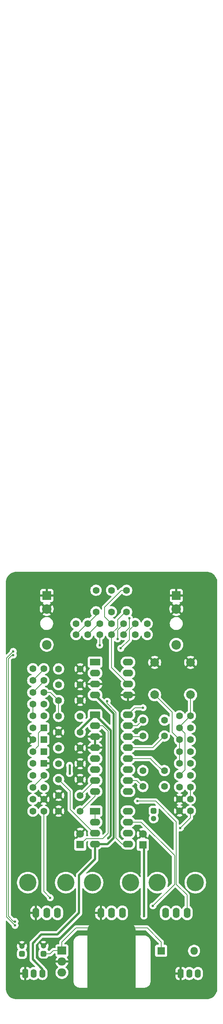
<source format=gbr>
%TF.GenerationSoftware,KiCad,Pcbnew,9.0.2*%
%TF.CreationDate,2025-06-29T10:57:22+10:00*%
%TF.ProjectId,Delay,44656c61-792e-46b6-9963-61645f706362,rev?*%
%TF.SameCoordinates,Original*%
%TF.FileFunction,Copper,L1,Top*%
%TF.FilePolarity,Positive*%
%FSLAX46Y46*%
G04 Gerber Fmt 4.6, Leading zero omitted, Abs format (unit mm)*
G04 Created by KiCad (PCBNEW 9.0.2) date 2025-06-29 10:57:22*
%MOMM*%
%LPD*%
G01*
G04 APERTURE LIST*
G04 Aperture macros list*
%AMRoundRect*
0 Rectangle with rounded corners*
0 $1 Rounding radius*
0 $2 $3 $4 $5 $6 $7 $8 $9 X,Y pos of 4 corners*
0 Add a 4 corners polygon primitive as box body*
4,1,4,$2,$3,$4,$5,$6,$7,$8,$9,$2,$3,0*
0 Add four circle primitives for the rounded corners*
1,1,$1+$1,$2,$3*
1,1,$1+$1,$4,$5*
1,1,$1+$1,$6,$7*
1,1,$1+$1,$8,$9*
0 Add four rect primitives between the rounded corners*
20,1,$1+$1,$2,$3,$4,$5,0*
20,1,$1+$1,$4,$5,$6,$7,0*
20,1,$1+$1,$6,$7,$8,$9,0*
20,1,$1+$1,$8,$9,$2,$3,0*%
%AMFreePoly0*
4,1,49,4.512206,8.544944,4.602918,8.544944,4.804799,8.504787,4.994967,8.426017,5.166113,8.311661,5.311661,8.166113,5.426017,7.994967,5.504787,7.804799,5.544944,7.602918,5.544944,7.512205,5.550000,7.500000,5.550000,-7.250000,5.544944,-7.262205,5.544944,-7.352918,5.504787,-7.554799,5.426017,-7.744967,5.311661,-7.916113,5.166113,-8.061661,4.994967,-8.176017,4.804799,-8.254787,
4.602918,-8.294944,4.512206,-8.294944,4.500000,-8.300000,-4.500000,-8.300000,-4.512206,-8.294944,-4.602918,-8.294944,-4.804799,-8.254787,-4.994967,-8.176017,-5.166113,-8.061661,-5.311661,-7.916113,-5.426017,-7.744967,-5.504787,-7.554799,-5.544944,-7.352918,-5.544944,-7.262205,-5.550000,-7.250000,-5.550000,7.500000,-5.544944,7.512205,-5.544944,7.602918,-5.504787,7.804799,-5.426017,7.994967,
-5.311661,8.166113,-5.166113,8.311661,-4.994967,8.426017,-4.804799,8.504787,-4.602918,8.544944,-4.512206,8.544944,-4.500000,8.550000,4.500000,8.550000,4.512206,8.544944,4.512206,8.544944,$1*%
G04 Aperture macros list end*
%TA.AperFunction,ComponentPad*%
%ADD10C,1.600000*%
%TD*%
%TA.AperFunction,WasherPad*%
%ADD11C,4.000000*%
%TD*%
%TA.AperFunction,ComponentPad*%
%ADD12O,1.600000X2.400000*%
%TD*%
%TA.AperFunction,ComponentPad*%
%ADD13R,2.000000X2.000000*%
%TD*%
%TA.AperFunction,ComponentPad*%
%ADD14C,2.200000*%
%TD*%
%TA.AperFunction,ComponentPad*%
%ADD15RoundRect,0.250000X-0.550000X-0.550000X0.550000X-0.550000X0.550000X0.550000X-0.550000X0.550000X0*%
%TD*%
%TA.AperFunction,SMDPad,CuDef*%
%ADD16FreePoly0,270.000000*%
%TD*%
%TA.AperFunction,ComponentPad*%
%ADD17R,2.000000X1.905000*%
%TD*%
%TA.AperFunction,ComponentPad*%
%ADD18O,2.000000X1.905000*%
%TD*%
%TA.AperFunction,ComponentPad*%
%ADD19R,2.400000X1.600000*%
%TD*%
%TA.AperFunction,ComponentPad*%
%ADD20O,2.400000X1.600000*%
%TD*%
%TA.AperFunction,ComponentPad*%
%ADD21R,1.800000X1.800000*%
%TD*%
%TA.AperFunction,ComponentPad*%
%ADD22C,1.800000*%
%TD*%
%TA.AperFunction,ComponentPad*%
%ADD23RoundRect,0.291666X-0.408334X-0.708334X0.408334X-0.708334X0.408334X0.708334X-0.408334X0.708334X0*%
%TD*%
%TA.AperFunction,ComponentPad*%
%ADD24O,1.400000X2.000000*%
%TD*%
%TA.AperFunction,ComponentPad*%
%ADD25RoundRect,0.250000X-0.950000X-0.550000X0.950000X-0.550000X0.950000X0.550000X-0.950000X0.550000X0*%
%TD*%
%TA.AperFunction,ComponentPad*%
%ADD26C,2.000000*%
%TD*%
%TA.AperFunction,ComponentPad*%
%ADD27RoundRect,0.270833X-0.379167X0.379167X-0.379167X-0.379167X0.379167X-0.379167X0.379167X0.379167X0*%
%TD*%
%TA.AperFunction,ComponentPad*%
%ADD28C,1.300000*%
%TD*%
%TA.AperFunction,ComponentPad*%
%ADD29O,1.800000X1.800000*%
%TD*%
%TA.AperFunction,ComponentPad*%
%ADD30RoundRect,0.270833X0.379167X-0.379167X0.379167X0.379167X-0.379167X0.379167X-0.379167X-0.379167X0*%
%TD*%
%TA.AperFunction,ViaPad*%
%ADD31C,0.600000*%
%TD*%
%TA.AperFunction,Conductor*%
%ADD32C,0.200000*%
%TD*%
%TA.AperFunction,Conductor*%
%ADD33C,0.500000*%
%TD*%
G04 APERTURE END LIST*
D10*
%TO.P,R18,1*%
%TO.N,Net-(C21-Pad2)*%
X168290000Y-83900000D03*
%TO.P,R18,2*%
%TO.N,Net-(U3-LPF1-IN)*%
X165750000Y-83900000D03*
%TD*%
%TO.P,R3,1*%
%TO.N,DELAY*%
X147250000Y-65040000D03*
%TO.P,R3,2*%
%TO.N,Net-(U1B--)*%
X147250000Y-62500000D03*
%TD*%
%TO.P,C5,1*%
%TO.N,Net-(C5-Pad1)*%
X137750000Y-94966667D03*
%TO.P,C5,2*%
%TO.N,GND*%
X142750000Y-94966667D03*
%TD*%
D11*
%TO.P,RV1,*%
%TO.N,*%
X130600000Y-122500000D03*
X139400000Y-122500000D03*
D12*
%TO.P,RV1,1,1*%
%TO.N,Net-(R15-Pad2)*%
X137500001Y-129500000D03*
%TO.P,RV1,2,2*%
%TO.N,FEEDBACK*%
X135000000Y-129500000D03*
%TO.P,RV1,3,3*%
%TO.N,GND*%
X132499999Y-129500000D03*
%TD*%
D13*
%TO.P,J2,G*%
%TO.N,GND*%
X165000000Y-56020000D03*
D14*
%TO.P,J2,S*%
X165000000Y-59120000D03*
%TO.P,J2,T*%
%TO.N,Net-(J2-PadT)*%
X165000000Y-67420000D03*
%TD*%
D10*
%TO.P,R21,1*%
%TO.N,Net-(U3-LPF2-IN)*%
X168290000Y-92150000D03*
%TO.P,R21,2*%
%TO.N,Net-(C22-Pad2)*%
X165750000Y-92150000D03*
%TD*%
%TO.P,D2,1,K*%
%TO.N,GND*%
X131800000Y-89400000D03*
D15*
%TO.P,D2,2,A*%
%TO.N,Net-(D1-K)*%
X134340000Y-89400000D03*
%TD*%
D16*
%TO.P,U4,*%
%TO.N,*%
X150000000Y-140800000D03*
D17*
%TO.P,U4,1,IN*%
%TO.N,Net-(D5-K)*%
X138500000Y-138260000D03*
D18*
%TO.P,U4,2,GND*%
%TO.N,GND*%
X138500000Y-140800000D03*
%TO.P,U4,3,OUT*%
%TO.N,+5V*%
X138500000Y-143340000D03*
%TD*%
D10*
%TO.P,C15,1*%
%TO.N,Net-(U3-CC1)*%
X142750000Y-102288889D03*
%TO.P,C15,2*%
%TO.N,GND*%
X137750000Y-102288889D03*
%TD*%
%TO.P,R8,1*%
%TO.N,Net-(D1-A)*%
X131750000Y-81150000D03*
%TO.P,R8,2*%
%TO.N,Net-(C2-Pad1)*%
X134290000Y-81150000D03*
%TD*%
%TO.P,R6,1*%
%TO.N,Net-(U1A--)*%
X155500000Y-65040000D03*
%TO.P,R6,2*%
%TO.N,Net-(C2-Pad1)*%
X155500000Y-62500000D03*
%TD*%
%TO.P,C19,1*%
%TO.N,Net-(U3-OP2-OUT)*%
X162250000Y-96550000D03*
%TO.P,C19,2*%
%TO.N,Net-(U3-OP2-IN)*%
X157250000Y-96550000D03*
%TD*%
%TO.P,C11,1*%
%TO.N,Net-(C10-Pad1)*%
X137750000Y-83983333D03*
%TO.P,C11,2*%
%TO.N,Net-(U2B-+)*%
X142750000Y-83983333D03*
%TD*%
%TO.P,C20,1*%
%TO.N,Net-(U3-OP1-IN)*%
X157250000Y-100250000D03*
%TO.P,C20,2*%
%TO.N,Net-(U3-OP1-OUT)*%
X162250000Y-100250000D03*
%TD*%
%TO.P,R10,1*%
%TO.N,Net-(C4-Pad1)*%
X131800000Y-97650000D03*
%TO.P,R10,2*%
%TO.N,Net-(C5-Pad1)*%
X134340000Y-97650000D03*
%TD*%
%TO.P,R24,1*%
%TO.N,Net-(R24-Pad1)*%
X131780500Y-103200000D03*
%TO.P,R24,2*%
%TO.N,GND*%
X134320500Y-103200000D03*
%TD*%
%TO.P,R14,1*%
%TO.N,Net-(C9-Pad1)*%
X131750000Y-78450000D03*
%TO.P,R14,2*%
%TO.N,Net-(C10-Pad1)*%
X134290000Y-78450000D03*
%TD*%
%TO.P,R19,1*%
%TO.N,Net-(U3-LPF1-OUT)*%
X168290000Y-86650000D03*
%TO.P,R19,2*%
%TO.N,Net-(C21-Pad2)*%
X165750000Y-86650000D03*
%TD*%
%TO.P,R4,1*%
%TO.N,Net-(U1B--)*%
X150000000Y-65040000D03*
%TO.P,R4,2*%
%TO.N,Net-(C3-Pad1)*%
X150000000Y-62500000D03*
%TD*%
%TO.P,R5,1*%
%TO.N,Net-(U1A--)*%
X152750000Y-65040000D03*
%TO.P,R5,2*%
%TO.N,FEEDBACK*%
X152750000Y-62500000D03*
%TD*%
D19*
%TO.P,U2,1*%
%TO.N,Net-(U2A--)*%
X146190000Y-105940000D03*
D20*
%TO.P,U2,2,-*%
X146190000Y-108480000D03*
%TO.P,U2,3,+*%
%TO.N,Net-(U2A-+)*%
X146190000Y-111020000D03*
%TO.P,U2,4,V-*%
%TO.N,VSS*%
X146190000Y-113560000D03*
%TO.P,U2,5,+*%
%TO.N,Net-(U2B-+)*%
X153810000Y-113560000D03*
%TO.P,U2,6,-*%
%TO.N,Net-(U2B--)*%
X153810000Y-111020000D03*
%TO.P,U2,7*%
%TO.N,Net-(R15-Pad2)*%
X153810000Y-108480000D03*
%TO.P,U2,8,V+*%
%TO.N,VDD*%
X153810000Y-105940000D03*
%TD*%
D21*
%TO.P,C14,1*%
%TO.N,Net-(U3-REF)*%
X142750000Y-113700000D03*
D22*
%TO.P,C14,2*%
%TO.N,GND*%
X142750000Y-111200000D03*
%TD*%
D10*
%TO.P,R15,1*%
%TO.N,Net-(U2B--)*%
X168290000Y-100400000D03*
%TO.P,R15,2*%
%TO.N,Net-(R15-Pad2)*%
X165750000Y-100400000D03*
%TD*%
D11*
%TO.P,RV2,*%
%TO.N,*%
X145600000Y-122500000D03*
X154400000Y-122500000D03*
D12*
%TO.P,RV2,1,1*%
%TO.N,Net-(R15-Pad2)*%
X152500001Y-129500000D03*
%TO.P,RV2,2,2*%
%TO.N,DELAY*%
X150000000Y-129500000D03*
%TO.P,RV2,3,3*%
%TO.N,GND*%
X147499999Y-129500000D03*
%TD*%
D23*
%TO.P,J3,1,Pin_1*%
%TO.N,GND*%
X130000000Y-143550000D03*
D24*
%TO.P,J3,2,Pin_2*%
%TO.N,VDD*%
X132000000Y-143550000D03*
%TO.P,J3,3,Pin_3*%
%TO.N,VSS*%
X134000000Y-143550000D03*
%TD*%
D10*
%TO.P,C6,1*%
%TO.N,Net-(U2A-+)*%
X137750000Y-98627778D03*
%TO.P,C6,2*%
%TO.N,GND*%
X142750000Y-98627778D03*
%TD*%
D25*
%TO.P,U3,1,VCC*%
%TO.N,+5V*%
X146190000Y-83610000D03*
D20*
%TO.P,U3,2,REF*%
%TO.N,Net-(U3-REF)*%
X146190000Y-86150000D03*
%TO.P,U3,3,AGND*%
%TO.N,GND*%
X146190000Y-88690000D03*
%TO.P,U3,4,DGND*%
X146190000Y-91230000D03*
%TO.P,U3,5,CLK_O*%
%TO.N,unconnected-(U3-CLK_O-Pad5)*%
X146190000Y-93770000D03*
%TO.P,U3,6,VCO*%
%TO.N,TIME*%
X146190000Y-96310000D03*
%TO.P,U3,7,CC1*%
%TO.N,Net-(U3-CC1)*%
X146190000Y-98850000D03*
%TO.P,U3,8,CC0*%
%TO.N,Net-(U3-CC0)*%
X146190000Y-101390000D03*
%TO.P,U3,9,OP1-OUT*%
%TO.N,Net-(U3-OP1-OUT)*%
X153810000Y-101390000D03*
%TO.P,U3,10,OP1-IN*%
%TO.N,Net-(U3-OP1-IN)*%
X153810000Y-98850000D03*
%TO.P,U3,11,OP2-IN*%
%TO.N,Net-(U3-OP2-IN)*%
X153810000Y-96310000D03*
%TO.P,U3,12,OP2-OUT*%
%TO.N,Net-(U3-OP2-OUT)*%
X153810000Y-93770000D03*
%TO.P,U3,13,LPF2-IN*%
%TO.N,Net-(U3-LPF2-IN)*%
X153810000Y-91230000D03*
%TO.P,U3,14,LPF2-OUT*%
%TO.N,D OUT*%
X153810000Y-88690000D03*
%TO.P,U3,15,LPF1-OUT*%
%TO.N,Net-(U3-LPF1-OUT)*%
X153810000Y-86150000D03*
%TO.P,U3,16,LPF1-IN*%
%TO.N,Net-(U3-LPF1-IN)*%
X153810000Y-83610000D03*
%TD*%
D10*
%TO.P,C1,1*%
%TO.N,Net-(C1-Pad1)*%
X146400000Y-59790000D03*
%TO.P,C1,2*%
%TO.N,Net-(C1-Pad2)*%
X146400000Y-54790000D03*
%TD*%
D26*
%TO.P,C21,1*%
%TO.N,GND*%
X168300000Y-71500000D03*
%TO.P,C21,2*%
%TO.N,Net-(C21-Pad2)*%
X168300000Y-79000000D03*
%TD*%
D23*
%TO.P,J4,1,Pin_1*%
%TO.N,GND*%
X166000000Y-143550000D03*
D24*
%TO.P,J4,2,Pin_2*%
%TO.N,VDD*%
X168000000Y-143550000D03*
%TO.P,J4,3,Pin_3*%
%TO.N,VSS*%
X170000000Y-143550000D03*
%TD*%
D10*
%TO.P,R12,1*%
%TO.N,D OUT*%
X131750000Y-72950000D03*
%TO.P,R12,2*%
%TO.N,Net-(C8-Pad1)*%
X134290000Y-72950000D03*
%TD*%
%TO.P,R1,1*%
%TO.N,Net-(C1-Pad1)*%
X141750000Y-65040000D03*
%TO.P,R1,2*%
%TO.N,Net-(U1A--)*%
X141750000Y-62500000D03*
%TD*%
%TO.P,C17,1*%
%TO.N,Net-(U3-LPF1-IN)*%
X162250000Y-84851000D03*
%TO.P,C17,2*%
%TO.N,Net-(U3-LPF1-OUT)*%
X157250000Y-84851000D03*
%TD*%
D19*
%TO.P,U1,1*%
%TO.N,Net-(C2-Pad1)*%
X146190000Y-71440000D03*
D20*
%TO.P,U1,2,-*%
%TO.N,Net-(U1A--)*%
X146190000Y-73980000D03*
%TO.P,U1,3,+*%
%TO.N,GND*%
X146190000Y-76520000D03*
%TO.P,U1,4,V-*%
%TO.N,VSS*%
X146190000Y-79060000D03*
%TO.P,U1,5,+*%
%TO.N,GND*%
X153810000Y-79060000D03*
%TO.P,U1,6,-*%
%TO.N,Net-(U1B--)*%
X153810000Y-76520000D03*
%TO.P,U1,7*%
%TO.N,Net-(C3-Pad1)*%
X153810000Y-73980000D03*
%TO.P,U1,8,V+*%
%TO.N,VDD*%
X153810000Y-71440000D03*
%TD*%
D10*
%TO.P,D3,1,K*%
%TO.N,Net-(D1-A)*%
X131800000Y-92150000D03*
D15*
%TO.P,D3,2,A*%
%TO.N,Net-(D3-A)*%
X134340000Y-92150000D03*
%TD*%
D10*
%TO.P,C4,1*%
%TO.N,Net-(C4-Pad1)*%
X137750000Y-91305556D03*
%TO.P,C4,2*%
%TO.N,GND*%
X142750000Y-91305556D03*
%TD*%
D21*
%TO.P,C13,1*%
%TO.N,+5V*%
X157250000Y-113750000D03*
D22*
%TO.P,C13,2*%
%TO.N,GND*%
X157250000Y-111250000D03*
%TD*%
D10*
%TO.P,C8,1*%
%TO.N,Net-(C8-Pad1)*%
X137750000Y-73000000D03*
%TO.P,C8,2*%
%TO.N,GND*%
X142750000Y-73000000D03*
%TD*%
%TO.P,C2,1*%
%TO.N,Net-(C2-Pad1)*%
X150000000Y-54790000D03*
%TO.P,C2,2*%
%TO.N,Net-(U1A--)*%
X150000000Y-59790000D03*
%TD*%
%TO.P,C10,1*%
%TO.N,Net-(C10-Pad1)*%
X137750000Y-80322222D03*
%TO.P,C10,2*%
%TO.N,GND*%
X142750000Y-80322222D03*
%TD*%
%TO.P,C18,1*%
%TO.N,D OUT*%
X157250000Y-88551000D03*
%TO.P,C18,2*%
%TO.N,Net-(U3-LPF2-IN)*%
X162250000Y-88551000D03*
%TD*%
%TO.P,D1,1,K*%
%TO.N,Net-(D1-K)*%
X131800000Y-86650000D03*
D15*
%TO.P,D1,2,A*%
%TO.N,Net-(D1-A)*%
X134340000Y-86650000D03*
%TD*%
D27*
%TO.P,C7,1*%
%TO.N,D IN*%
X159750000Y-105850000D03*
D28*
%TO.P,C7,2*%
%TO.N,Net-(U2A--)*%
X159750000Y-107650000D03*
%TD*%
D10*
%TO.P,R22,1*%
%TO.N,Net-(U3-OP2-OUT)*%
X168290000Y-94900000D03*
%TO.P,R22,2*%
%TO.N,Net-(C22-Pad2)*%
X165750000Y-94900000D03*
%TD*%
%TO.P,C3,1*%
%TO.N,Net-(C3-Pad1)*%
X153500000Y-54790000D03*
%TO.P,C3,2*%
%TO.N,Net-(U1B--)*%
X153500000Y-59790000D03*
%TD*%
%TO.P,R16,1*%
%TO.N,Net-(U2B--)*%
X168290000Y-103150000D03*
%TO.P,R16,2*%
%TO.N,GND*%
X165750000Y-103150000D03*
%TD*%
D21*
%TO.P,D5,1,K*%
%TO.N,Net-(D5-K)*%
X161500000Y-138300000D03*
D29*
%TO.P,D5,2,A*%
%TO.N,VDD*%
X169120000Y-138300000D03*
%TD*%
D10*
%TO.P,R25,1*%
%TO.N,TIME*%
X131780500Y-105950000D03*
%TO.P,R25,2*%
%TO.N,Net-(R24-Pad1)*%
X134320500Y-105950000D03*
%TD*%
D13*
%TO.P,J1,G*%
%TO.N,GND*%
X135000000Y-56020000D03*
D14*
%TO.P,J1,S*%
X135000000Y-59120000D03*
%TO.P,J1,T*%
%TO.N,Net-(C1-Pad2)*%
X135000000Y-67420000D03*
%TD*%
D10*
%TO.P,R17,1*%
%TO.N,Net-(U2B-+)*%
X168290000Y-105900000D03*
%TO.P,R17,2*%
%TO.N,GND*%
X165750000Y-105900000D03*
%TD*%
%TO.P,R23,1*%
%TO.N,D IN*%
X168290000Y-97650000D03*
%TO.P,R23,2*%
%TO.N,Net-(C21-Pad2)*%
X165750000Y-97650000D03*
%TD*%
D30*
%TO.P,C23,1*%
%TO.N,Net-(D5-K)*%
X134250000Y-138950000D03*
D28*
%TO.P,C23,2*%
%TO.N,GND*%
X134250000Y-137150000D03*
%TD*%
D11*
%TO.P,RV3,*%
%TO.N,*%
X160600000Y-122500000D03*
X169400000Y-122500000D03*
D12*
%TO.P,RV3,1,1*%
%TO.N,TIME*%
X167500001Y-129500000D03*
%TO.P,RV3,2,2*%
%TO.N,Net-(R24-Pad1)*%
X165000000Y-129500000D03*
%TO.P,RV3,3,3*%
X162499999Y-129500000D03*
%TD*%
D10*
%TO.P,R20,1*%
%TO.N,D OUT*%
X168290000Y-89400000D03*
%TO.P,R20,2*%
%TO.N,Net-(C22-Pad2)*%
X165750000Y-89400000D03*
%TD*%
%TO.P,R9,1*%
%TO.N,Net-(D1-A)*%
X131800000Y-83900000D03*
%TO.P,R9,2*%
%TO.N,Net-(C4-Pad1)*%
X134340000Y-83900000D03*
%TD*%
%TO.P,C12,1*%
%TO.N,+5V*%
X142750000Y-87644444D03*
%TO.P,C12,2*%
%TO.N,GND*%
X137750000Y-87644444D03*
%TD*%
%TO.P,D4,1,K*%
%TO.N,Net-(D3-A)*%
X131800000Y-94900000D03*
D15*
%TO.P,D4,2,A*%
%TO.N,GND*%
X134340000Y-94900000D03*
%TD*%
D10*
%TO.P,R13,1*%
%TO.N,Net-(C8-Pad1)*%
X131750000Y-75700000D03*
%TO.P,R13,2*%
%TO.N,Net-(C9-Pad1)*%
X134290000Y-75700000D03*
%TD*%
%TO.P,R2,1*%
%TO.N,Net-(U1B--)*%
X144500000Y-65040000D03*
%TO.P,R2,2*%
%TO.N,Net-(C1-Pad1)*%
X144500000Y-62500000D03*
%TD*%
%TO.P,R7,1*%
%TO.N,Net-(C3-Pad1)*%
X158250000Y-65040000D03*
%TO.P,R7,2*%
%TO.N,Net-(J2-PadT)*%
X158250000Y-62500000D03*
%TD*%
D30*
%TO.P,C24,1*%
%TO.N,+5V*%
X129250000Y-139000000D03*
D28*
%TO.P,C24,2*%
%TO.N,GND*%
X129250000Y-137200000D03*
%TD*%
D10*
%TO.P,C9,1*%
%TO.N,Net-(C9-Pad1)*%
X137750000Y-76661111D03*
%TO.P,C9,2*%
%TO.N,GND*%
X142750000Y-76661111D03*
%TD*%
%TO.P,C16,1*%
%TO.N,Net-(U3-CC0)*%
X142750000Y-105950000D03*
%TO.P,C16,2*%
%TO.N,GND*%
X137750000Y-105950000D03*
%TD*%
%TO.P,R11,1*%
%TO.N,Net-(C5-Pad1)*%
X131800000Y-100450000D03*
%TO.P,R11,2*%
%TO.N,Net-(U2A-+)*%
X134340000Y-100450000D03*
%TD*%
D26*
%TO.P,C22,1*%
%TO.N,GND*%
X160000000Y-71500000D03*
%TO.P,C22,2*%
%TO.N,Net-(C22-Pad2)*%
X160000000Y-79000000D03*
%TD*%
D31*
%TO.N,Net-(C2-Pad1)*%
X152150000Y-68250000D03*
%TO.N,Net-(U1A--)*%
X154100000Y-61240000D03*
%TO.N,GND*%
X163700000Y-117900000D03*
X165900000Y-117900000D03*
%TO.N,Net-(U2B-+)*%
X149000000Y-80500000D03*
X165950000Y-109850000D03*
%TO.N,+5V*%
X157500000Y-120500000D03*
X157500000Y-130250000D03*
X149200000Y-112200000D03*
%TO.N,Net-(U3-LPF1-IN)*%
X157300000Y-82000000D03*
%TO.N,VDD*%
X140300000Y-95350000D03*
X140300000Y-97250000D03*
%TO.N,Net-(R15-Pad2)*%
X159600000Y-127900000D03*
%TO.N,DELAY*%
X127250000Y-68950000D03*
X147250000Y-67500000D03*
X127650000Y-132400000D03*
%TO.N,FEEDBACK*%
X127250000Y-69801000D03*
X127650000Y-131500000D03*
X151400000Y-66050000D03*
%TO.N,TIME*%
X156000000Y-103600000D03*
%TO.N,Net-(R24-Pad1)*%
X135800000Y-126000000D03*
%TD*%
D32*
%TO.N,Net-(C1-Pad1)*%
X141750000Y-65040000D02*
X144290000Y-62500000D01*
X144290000Y-62500000D02*
X144500000Y-62500000D01*
X144500000Y-62500000D02*
X146400000Y-60600000D01*
X146400000Y-60600000D02*
X146400000Y-59790000D01*
%TO.N,Net-(C2-Pad1)*%
X155500000Y-62500000D02*
X155500000Y-62667100D01*
X155500000Y-62667100D02*
X154150000Y-64017100D01*
X134290000Y-81330000D02*
X134290000Y-81120000D01*
X154150000Y-66250000D02*
X152150000Y-68250000D01*
X154150000Y-64017100D02*
X154150000Y-66250000D01*
%TO.N,Net-(U1B--)*%
X144500000Y-65040000D02*
X147040000Y-62500000D01*
X150000000Y-72710000D02*
X153810000Y-76520000D01*
X151400000Y-61590000D02*
X151400000Y-63450000D01*
X151400000Y-63450000D02*
X150000000Y-64850000D01*
X153200000Y-59790000D02*
X151400000Y-61590000D01*
X147040000Y-62500000D02*
X147250000Y-62500000D01*
X150000000Y-65500000D02*
X150000000Y-72710000D01*
%TO.N,Net-(U1A--)*%
X154100000Y-63500000D02*
X152750000Y-64850000D01*
X154100000Y-61240000D02*
X154100000Y-63500000D01*
%TO.N,Net-(C3-Pad1)*%
X148400000Y-60900000D02*
X150000000Y-62500000D01*
X153500000Y-54790000D02*
X152310000Y-54790000D01*
X152310000Y-54790000D02*
X148400000Y-58700000D01*
X148400000Y-58700000D02*
X148400000Y-60900000D01*
D33*
%TO.N,GND*%
X130150000Y-143400000D02*
X130000000Y-143550000D01*
D32*
%TO.N,Net-(C5-Pad1)*%
X131800000Y-100420000D02*
X134340000Y-97880000D01*
X134340000Y-97880000D02*
X134340000Y-97620000D01*
%TO.N,Net-(C8-Pad1)*%
X131750000Y-75670000D02*
X134290000Y-73130000D01*
X134290000Y-73130000D02*
X134290000Y-72920000D01*
%TO.N,Net-(U2A-+)*%
X145890000Y-111020000D02*
X140400000Y-105530000D01*
X146190000Y-111020000D02*
X145890000Y-111020000D01*
X137750000Y-98627778D02*
X140400000Y-101277778D01*
X140400000Y-101600000D02*
X140400000Y-105530000D01*
X140400000Y-101277778D02*
X140400000Y-101600000D01*
%TO.N,Net-(C9-Pad1)*%
X134290000Y-75880000D02*
X134290000Y-75670000D01*
X131750000Y-78420000D02*
X134290000Y-75880000D01*
%TO.N,Net-(C10-Pad1)*%
X137750000Y-80322222D02*
X137750000Y-83983333D01*
X135877778Y-78450000D02*
X137750000Y-80322222D01*
X137750000Y-79670000D02*
X137500000Y-79670000D01*
X134290000Y-78450000D02*
X135877778Y-78450000D01*
%TO.N,Net-(U2B-+)*%
X152460000Y-113560000D02*
X153810000Y-113560000D01*
X151051000Y-112151000D02*
X152460000Y-113560000D01*
X168290000Y-107510000D02*
X168290000Y-105900000D01*
X151051000Y-84000000D02*
X151051000Y-83141768D01*
X149104616Y-81195384D02*
X149000000Y-81090768D01*
X151051000Y-83141768D02*
X149104616Y-81195384D01*
X149000000Y-81090768D02*
X149000000Y-80500000D01*
X151051000Y-84000000D02*
X151051000Y-112151000D01*
X165950000Y-109850000D02*
X168290000Y-107510000D01*
D33*
%TO.N,+5V*%
X149200000Y-112200000D02*
X149799000Y-111601000D01*
X157500000Y-114000000D02*
X157250000Y-113750000D01*
X149799000Y-87219000D02*
X146190000Y-83610000D01*
X142750000Y-87050000D02*
X142750000Y-87644444D01*
X157500000Y-120500000D02*
X157500000Y-114000000D01*
X157500000Y-130250000D02*
X157500000Y-120500000D01*
X146190000Y-83610000D02*
X142750000Y-87050000D01*
X149799000Y-111601000D02*
X149799000Y-87219000D01*
D32*
%TO.N,Net-(U3-CC1)*%
X146188889Y-98850000D02*
X146190000Y-98850000D01*
X142750000Y-102288889D02*
X146188889Y-98850000D01*
%TO.N,Net-(U3-CC0)*%
X146190000Y-101390000D02*
X146190000Y-102510000D01*
X146190000Y-102510000D02*
X142750000Y-105950000D01*
%TO.N,Net-(U3-LPF1-OUT)*%
X153810000Y-86150000D02*
X155951000Y-86150000D01*
X155951000Y-86150000D02*
X157250000Y-84851000D01*
%TO.N,Net-(U3-LPF1-IN)*%
X157300000Y-82000000D02*
X155420000Y-82000000D01*
X155420000Y-82000000D02*
X153810000Y-83610000D01*
%TO.N,D OUT*%
X157111000Y-88690000D02*
X157250000Y-88551000D01*
X153810000Y-88690000D02*
X157111000Y-88690000D01*
%TO.N,Net-(U3-LPF2-IN)*%
X153810000Y-91230000D02*
X159571000Y-91230000D01*
X159571000Y-91230000D02*
X162250000Y-88551000D01*
%TO.N,Net-(U3-OP2-OUT)*%
X153810000Y-93770000D02*
X159020000Y-93770000D01*
X159020000Y-93770000D02*
X159250000Y-94000000D01*
X159250000Y-94000000D02*
X162250000Y-97000000D01*
%TO.N,Net-(U3-OP1-IN)*%
X153810000Y-98850000D02*
X155850000Y-98850000D01*
X155850000Y-98850000D02*
X157250000Y-100250000D01*
%TO.N,Net-(C21-Pad2)*%
X165750000Y-86650000D02*
X167000000Y-87900000D01*
X165750000Y-86440000D02*
X165750000Y-86650000D01*
X168300000Y-79000000D02*
X168300000Y-83890000D01*
X167000000Y-96400000D02*
X167000000Y-88500000D01*
X168300000Y-83890000D02*
X168290000Y-83900000D01*
X165750000Y-97650000D02*
X167000000Y-96400000D01*
X167000000Y-87900000D02*
X167000000Y-88500000D01*
X168290000Y-83900000D02*
X165750000Y-86440000D01*
%TO.N,Net-(D5-K)*%
X136490000Y-138260000D02*
X135800000Y-138950000D01*
X161500000Y-136250000D02*
X161500000Y-138300000D01*
X138500000Y-138260000D02*
X138500000Y-136250000D01*
X158250000Y-133000000D02*
X161500000Y-136250000D01*
X141750000Y-133000000D02*
X158250000Y-133000000D01*
X135800000Y-138950000D02*
X134250000Y-138950000D01*
X138500000Y-136250000D02*
X141750000Y-133000000D01*
X138500000Y-138260000D02*
X136490000Y-138260000D01*
%TO.N,Net-(D1-A)*%
X131750000Y-81150000D02*
X131750000Y-83900000D01*
X133100000Y-90850000D02*
X131800000Y-92150000D01*
X133100000Y-87890000D02*
X133100000Y-90850000D01*
X134340000Y-86650000D02*
X133100000Y-87890000D01*
D33*
%TO.N,VDD*%
X140300000Y-97250000D02*
X140300000Y-95350000D01*
D32*
%TO.N,Net-(R15-Pad2)*%
X164599000Y-122901000D02*
X164599000Y-116197000D01*
X159600000Y-127900000D02*
X164599000Y-122901000D01*
X156882000Y-108480000D02*
X153810000Y-108480000D01*
X164599000Y-116197000D02*
X156882000Y-108480000D01*
D33*
%TO.N,VSS*%
X134000000Y-142550000D02*
X131750000Y-140300000D01*
X134000000Y-143550000D02*
X134000000Y-142550000D01*
X133750000Y-134500000D02*
X131750000Y-136500000D01*
X142500000Y-120750000D02*
X146190000Y-117060000D01*
X150500000Y-112120000D02*
X150500000Y-83370000D01*
X131750000Y-140300000D02*
X131750000Y-136500000D01*
X142500000Y-129500000D02*
X142500000Y-120750000D01*
X149060000Y-113560000D02*
X146190000Y-113560000D01*
X146190000Y-79060000D02*
X150500000Y-83370000D01*
X137500000Y-134500000D02*
X142500000Y-129500000D01*
X137500000Y-134500000D02*
X133750000Y-134500000D01*
X149060000Y-113560000D02*
X150500000Y-112120000D01*
X146190000Y-117060000D02*
X146190000Y-113560000D01*
D32*
%TO.N,DELAY*%
X125707550Y-130457550D02*
X125775000Y-130525000D01*
X126100000Y-70100000D02*
X127250000Y-68950000D01*
X127650000Y-132400000D02*
X125775000Y-130525000D01*
X126100000Y-70100000D02*
X125707550Y-70492450D01*
X125707550Y-70492450D02*
X125707550Y-130457550D01*
X147250000Y-67500000D02*
X147250000Y-65040000D01*
%TO.N,FEEDBACK*%
X151400000Y-64017100D02*
X152750000Y-62667100D01*
X127317100Y-131500000D02*
X127650000Y-131500000D01*
X126183550Y-70583550D02*
X126108550Y-70658550D01*
X152750000Y-62500000D02*
X152750000Y-63190000D01*
X126966100Y-69801000D02*
X126183550Y-70583550D01*
X127250000Y-69801000D02*
X126966100Y-69801000D01*
X126108550Y-70658550D02*
X126108550Y-130291450D01*
X151400000Y-66050000D02*
X151400000Y-64017100D01*
X126108550Y-130291450D02*
X127317100Y-131500000D01*
%TO.N,TIME*%
X160200000Y-103600000D02*
X165000000Y-108400000D01*
X165000000Y-122900000D02*
X167500001Y-125400001D01*
X165000000Y-108400000D02*
X165000000Y-122900000D01*
X156000000Y-103600000D02*
X160200000Y-103600000D01*
X167500001Y-125400001D02*
X167500001Y-129500000D01*
%TO.N,Net-(U2B--)*%
X168290000Y-100400000D02*
X168290000Y-103150000D01*
%TO.N,Net-(U2A--)*%
X146190000Y-105940000D02*
X146190000Y-108480000D01*
%TO.N,Net-(U3-REF)*%
X146190000Y-86150000D02*
X146190000Y-86010000D01*
X148000000Y-112300000D02*
X144150000Y-112300000D01*
X146200000Y-86000000D02*
X146600000Y-86000000D01*
X147950768Y-86150000D02*
X149248000Y-87447232D01*
X149248000Y-111052000D02*
X148000000Y-112300000D01*
X146190000Y-86010000D02*
X146200000Y-86000000D01*
X146190000Y-86150000D02*
X147950768Y-86150000D01*
X149248000Y-87447232D02*
X149248000Y-111052000D01*
X144150000Y-112300000D02*
X142750000Y-113700000D01*
%TO.N,Net-(R24-Pad1)*%
X135800000Y-126000000D02*
X134320500Y-124520500D01*
X134320500Y-124520500D02*
X134320500Y-105950000D01*
%TO.N,Net-(C22-Pad2)*%
X164050000Y-87700000D02*
X164050000Y-83050000D01*
X160000000Y-79000000D02*
X164050000Y-83050000D01*
X165750000Y-94900000D02*
X165750000Y-92150000D01*
X165750000Y-92150000D02*
X165750000Y-89400000D01*
X165750000Y-89400000D02*
X164050000Y-87700000D01*
%TD*%
%TA.AperFunction,Conductor*%
%TO.N,GND*%
G36*
X158806984Y-111274485D02*
G01*
X158858035Y-111305270D01*
X163962181Y-116409416D01*
X163995666Y-116470739D01*
X163998500Y-116497097D01*
X163998500Y-122600902D01*
X163978815Y-122667941D01*
X163962181Y-122688583D01*
X163148021Y-123502742D01*
X163086698Y-123536227D01*
X163017006Y-123531243D01*
X162961073Y-123489371D01*
X162936656Y-123423907D01*
X162943298Y-123374108D01*
X163006560Y-123193318D01*
X163069055Y-122919509D01*
X163100500Y-122640425D01*
X163100500Y-122359575D01*
X163069055Y-122080491D01*
X163006560Y-121806682D01*
X162913801Y-121541592D01*
X162791945Y-121288555D01*
X162642523Y-121050752D01*
X162467416Y-120831175D01*
X162268825Y-120632584D01*
X162049248Y-120457477D01*
X161885004Y-120354275D01*
X161811442Y-120308053D01*
X161558411Y-120186200D01*
X161293329Y-120093443D01*
X161293317Y-120093439D01*
X161019512Y-120030945D01*
X161019494Y-120030942D01*
X160740431Y-119999500D01*
X160740425Y-119999500D01*
X160459575Y-119999500D01*
X160459568Y-119999500D01*
X160180505Y-120030942D01*
X160180487Y-120030945D01*
X159906682Y-120093439D01*
X159906670Y-120093443D01*
X159641588Y-120186200D01*
X159388557Y-120308053D01*
X159150753Y-120457476D01*
X158931175Y-120632583D01*
X158732583Y-120831175D01*
X158557476Y-121050753D01*
X158479494Y-121174860D01*
X158427159Y-121221151D01*
X158358105Y-121231799D01*
X158294257Y-121203424D01*
X158255885Y-121145034D01*
X158250500Y-121108888D01*
X158250500Y-120804604D01*
X158259939Y-120757151D01*
X158269737Y-120733497D01*
X158300500Y-120578842D01*
X158300500Y-120421158D01*
X158300500Y-120421155D01*
X158300499Y-120421153D01*
X158269739Y-120266511D01*
X158269738Y-120266508D01*
X158269737Y-120266503D01*
X158259937Y-120242844D01*
X158250500Y-120195396D01*
X158250500Y-115232790D01*
X158270185Y-115165751D01*
X158322989Y-115119996D01*
X158331146Y-115116616D01*
X158392331Y-115093796D01*
X158507546Y-115007546D01*
X158593796Y-114892331D01*
X158644091Y-114757483D01*
X158650500Y-114697873D01*
X158650499Y-112802128D01*
X158644091Y-112742517D01*
X158633000Y-112712781D01*
X158593797Y-112607671D01*
X158593793Y-112607664D01*
X158507547Y-112492455D01*
X158507544Y-112492452D01*
X158392335Y-112406206D01*
X158392328Y-112406202D01*
X158257482Y-112355908D01*
X158257483Y-112355908D01*
X158197883Y-112349501D01*
X158197881Y-112349500D01*
X158197873Y-112349500D01*
X158197865Y-112349500D01*
X158047308Y-112349500D01*
X157980269Y-112329815D01*
X157959627Y-112313181D01*
X157296448Y-111650000D01*
X157302661Y-111650000D01*
X157404394Y-111622741D01*
X157495606Y-111570080D01*
X157570080Y-111495606D01*
X157622741Y-111404394D01*
X157650000Y-111302661D01*
X157650000Y-111296446D01*
X158401066Y-112047514D01*
X158401066Y-112047513D01*
X158447386Y-111983760D01*
X158547432Y-111787410D01*
X158615527Y-111577834D01*
X158647881Y-111373554D01*
X158677810Y-111310419D01*
X158737121Y-111273487D01*
X158806984Y-111274485D01*
G37*
%TD.AperFunction*%
%TA.AperFunction,Conductor*%
G36*
X147837711Y-86886195D02*
G01*
X147838973Y-86887440D01*
X148611181Y-87659648D01*
X148644666Y-87720971D01*
X148647500Y-87747329D01*
X148647500Y-110751902D01*
X148627815Y-110818941D01*
X148611181Y-110839583D01*
X148077942Y-111372821D01*
X148016619Y-111406306D01*
X147946927Y-111401322D01*
X147890994Y-111359450D01*
X147866577Y-111293986D01*
X147867787Y-111265750D01*
X147890500Y-111122352D01*
X147890500Y-110917648D01*
X147864248Y-110751902D01*
X147858477Y-110715465D01*
X147795218Y-110520776D01*
X147734945Y-110402485D01*
X147702287Y-110338390D01*
X147622946Y-110229185D01*
X147581971Y-110172786D01*
X147437213Y-110028028D01*
X147271614Y-109907715D01*
X147225999Y-109884473D01*
X147178917Y-109860483D01*
X147128123Y-109812511D01*
X147111328Y-109744690D01*
X147133865Y-109678555D01*
X147178917Y-109639516D01*
X147271610Y-109592287D01*
X147292770Y-109576913D01*
X147437213Y-109471971D01*
X147437215Y-109471968D01*
X147437219Y-109471966D01*
X147581966Y-109327219D01*
X147581968Y-109327215D01*
X147581971Y-109327213D01*
X147634732Y-109254590D01*
X147702287Y-109161610D01*
X147795220Y-108979219D01*
X147858477Y-108784534D01*
X147890500Y-108582352D01*
X147890500Y-108377648D01*
X147870757Y-108252997D01*
X147858477Y-108175465D01*
X147801296Y-107999481D01*
X147795220Y-107980781D01*
X147795218Y-107980778D01*
X147795218Y-107980776D01*
X147761503Y-107914607D01*
X147702287Y-107798390D01*
X147661165Y-107741790D01*
X147581971Y-107632786D01*
X147437219Y-107488034D01*
X147400930Y-107461669D01*
X147358264Y-107406339D01*
X147352285Y-107336726D01*
X147384890Y-107274931D01*
X147445728Y-107240573D01*
X147460562Y-107238060D01*
X147497483Y-107234091D01*
X147632328Y-107183797D01*
X147632327Y-107183797D01*
X147632331Y-107183796D01*
X147747546Y-107097546D01*
X147833796Y-106982331D01*
X147884091Y-106847483D01*
X147890500Y-106787873D01*
X147890499Y-105092128D01*
X147884091Y-105032517D01*
X147856308Y-104958028D01*
X147833797Y-104897671D01*
X147833793Y-104897664D01*
X147747547Y-104782455D01*
X147747544Y-104782452D01*
X147632335Y-104696206D01*
X147632328Y-104696202D01*
X147497482Y-104645908D01*
X147497483Y-104645908D01*
X147437883Y-104639501D01*
X147437881Y-104639500D01*
X147437873Y-104639500D01*
X147437865Y-104639500D01*
X145209095Y-104639500D01*
X145142056Y-104619815D01*
X145096301Y-104567011D01*
X145086357Y-104497853D01*
X145115382Y-104434297D01*
X145121397Y-104427837D01*
X146670520Y-102878716D01*
X146698692Y-102829920D01*
X146749574Y-102741790D01*
X146749575Y-102741787D01*
X146749577Y-102741784D01*
X146749577Y-102741780D01*
X146749751Y-102741363D01*
X146749996Y-102741057D01*
X146753641Y-102734746D01*
X146754624Y-102735314D01*
X146793588Y-102686956D01*
X146844914Y-102666335D01*
X146894534Y-102658477D01*
X147089219Y-102595220D01*
X147271610Y-102502287D01*
X147379259Y-102424076D01*
X147437213Y-102381971D01*
X147437215Y-102381968D01*
X147437219Y-102381966D01*
X147581966Y-102237219D01*
X147581968Y-102237215D01*
X147581971Y-102237213D01*
X147639501Y-102158028D01*
X147702287Y-102071610D01*
X147795220Y-101889219D01*
X147858477Y-101694534D01*
X147890500Y-101492352D01*
X147890500Y-101287648D01*
X147878108Y-101209412D01*
X147858477Y-101085465D01*
X147818833Y-100963454D01*
X147795220Y-100890781D01*
X147795218Y-100890778D01*
X147795218Y-100890776D01*
X147761503Y-100824607D01*
X147702287Y-100708390D01*
X147692499Y-100694918D01*
X147581971Y-100542786D01*
X147437213Y-100398028D01*
X147271614Y-100277715D01*
X147265006Y-100274348D01*
X147178917Y-100230483D01*
X147128123Y-100182511D01*
X147111328Y-100114690D01*
X147133865Y-100048555D01*
X147178917Y-100009516D01*
X147271610Y-99962287D01*
X147319108Y-99927778D01*
X147437213Y-99841971D01*
X147437215Y-99841968D01*
X147437219Y-99841966D01*
X147581966Y-99697219D01*
X147581968Y-99697215D01*
X147581971Y-99697213D01*
X147650575Y-99602786D01*
X147702287Y-99531610D01*
X147795220Y-99349219D01*
X147858477Y-99154534D01*
X147890500Y-98952352D01*
X147890500Y-98747648D01*
X147858477Y-98545466D01*
X147795220Y-98350781D01*
X147795218Y-98350778D01*
X147795218Y-98350776D01*
X147746436Y-98255037D01*
X147702287Y-98168390D01*
X147694556Y-98157749D01*
X147581971Y-98002786D01*
X147437213Y-97858028D01*
X147271614Y-97737715D01*
X147265006Y-97734348D01*
X147178917Y-97690483D01*
X147128123Y-97642511D01*
X147111328Y-97574690D01*
X147133865Y-97508555D01*
X147178917Y-97469516D01*
X147271610Y-97422287D01*
X147292770Y-97406913D01*
X147437213Y-97301971D01*
X147437215Y-97301968D01*
X147437219Y-97301966D01*
X147581966Y-97157219D01*
X147581968Y-97157215D01*
X147581971Y-97157213D01*
X147634732Y-97084590D01*
X147702287Y-96991610D01*
X147795220Y-96809219D01*
X147858477Y-96614534D01*
X147890500Y-96412352D01*
X147890500Y-96207648D01*
X147889368Y-96200500D01*
X147858477Y-96005465D01*
X147795218Y-95810776D01*
X147761503Y-95744607D01*
X147702287Y-95628390D01*
X147651171Y-95558034D01*
X147581971Y-95462786D01*
X147437213Y-95318028D01*
X147271614Y-95197715D01*
X147265006Y-95194348D01*
X147178917Y-95150483D01*
X147128123Y-95102511D01*
X147111328Y-95034690D01*
X147133865Y-94968555D01*
X147178917Y-94929516D01*
X147271610Y-94882287D01*
X147319712Y-94847339D01*
X147437213Y-94761971D01*
X147437215Y-94761968D01*
X147437219Y-94761966D01*
X147581966Y-94617219D01*
X147581968Y-94617215D01*
X147581971Y-94617213D01*
X147690644Y-94467635D01*
X147702287Y-94451610D01*
X147795220Y-94269219D01*
X147858477Y-94074534D01*
X147890500Y-93872352D01*
X147890500Y-93667648D01*
X147858477Y-93465466D01*
X147853614Y-93450500D01*
X147801296Y-93289481D01*
X147795220Y-93270781D01*
X147795218Y-93270778D01*
X147795218Y-93270776D01*
X147761503Y-93204607D01*
X147702287Y-93088390D01*
X147652117Y-93019336D01*
X147581971Y-92922786D01*
X147437213Y-92778028D01*
X147271611Y-92657713D01*
X147178369Y-92610203D01*
X147127574Y-92562229D01*
X147110779Y-92494407D01*
X147133317Y-92428273D01*
X147178371Y-92389234D01*
X147271347Y-92341861D01*
X147436894Y-92221582D01*
X147436895Y-92221582D01*
X147581582Y-92076895D01*
X147581582Y-92076894D01*
X147701859Y-91911349D01*
X147794755Y-91729029D01*
X147857990Y-91534413D01*
X147866609Y-91480000D01*
X146505686Y-91480000D01*
X146510080Y-91475606D01*
X146562741Y-91384394D01*
X146590000Y-91282661D01*
X146590000Y-91177339D01*
X146562741Y-91075606D01*
X146510080Y-90984394D01*
X146505686Y-90980000D01*
X147866609Y-90980000D01*
X147857990Y-90925586D01*
X147794755Y-90730970D01*
X147701859Y-90548650D01*
X147581582Y-90383105D01*
X147581582Y-90383104D01*
X147436895Y-90238417D01*
X147271349Y-90118140D01*
X147177820Y-90070485D01*
X147127024Y-90022511D01*
X147110229Y-89954690D01*
X147132766Y-89888555D01*
X147177820Y-89849515D01*
X147271349Y-89801859D01*
X147436894Y-89681582D01*
X147436895Y-89681582D01*
X147581582Y-89536895D01*
X147581582Y-89536894D01*
X147701859Y-89371349D01*
X147794755Y-89189029D01*
X147857990Y-88994413D01*
X147866609Y-88940000D01*
X146505686Y-88940000D01*
X146510080Y-88935606D01*
X146562741Y-88844394D01*
X146590000Y-88742661D01*
X146590000Y-88637339D01*
X146562741Y-88535606D01*
X146510080Y-88444394D01*
X146505686Y-88440000D01*
X147866609Y-88440000D01*
X147857990Y-88385586D01*
X147794755Y-88190970D01*
X147701859Y-88008650D01*
X147581582Y-87843105D01*
X147581582Y-87843104D01*
X147436895Y-87698417D01*
X147271349Y-87578140D01*
X147178370Y-87530765D01*
X147127574Y-87482790D01*
X147110779Y-87414969D01*
X147133316Y-87348835D01*
X147178370Y-87309795D01*
X147178920Y-87309515D01*
X147271610Y-87262287D01*
X147427231Y-87149223D01*
X147437213Y-87141971D01*
X147437215Y-87141968D01*
X147437219Y-87141966D01*
X147581966Y-86997219D01*
X147650975Y-86902235D01*
X147706302Y-86859571D01*
X147775915Y-86853590D01*
X147837711Y-86886195D01*
G37*
%TD.AperFunction*%
%TA.AperFunction,Conductor*%
G36*
X166829474Y-103875922D02*
G01*
X166829474Y-103875921D01*
X166861861Y-103831347D01*
X166861861Y-103831346D01*
X166909234Y-103738371D01*
X166957208Y-103687575D01*
X167025028Y-103670779D01*
X167091164Y-103693316D01*
X167130203Y-103738369D01*
X167177713Y-103831611D01*
X167298028Y-103997213D01*
X167442786Y-104141971D01*
X167563226Y-104229474D01*
X167608390Y-104262287D01*
X167724607Y-104321503D01*
X167790776Y-104355218D01*
X167790778Y-104355218D01*
X167790781Y-104355220D01*
X167835454Y-104369735D01*
X167950355Y-104407069D01*
X168008030Y-104446507D01*
X168035228Y-104510866D01*
X168023313Y-104579712D01*
X167976069Y-104631188D01*
X167950355Y-104642931D01*
X167790776Y-104694781D01*
X167608386Y-104787715D01*
X167442786Y-104908028D01*
X167298028Y-105052786D01*
X167177713Y-105218388D01*
X167130203Y-105311630D01*
X167082228Y-105362426D01*
X167014407Y-105379220D01*
X166948272Y-105356682D01*
X166909234Y-105311628D01*
X166861861Y-105218652D01*
X166829474Y-105174077D01*
X166829474Y-105174076D01*
X166150000Y-105853551D01*
X166150000Y-105847339D01*
X166122741Y-105745606D01*
X166070080Y-105654394D01*
X165995606Y-105579920D01*
X165904394Y-105527259D01*
X165802661Y-105500000D01*
X165796446Y-105500000D01*
X166475922Y-104820524D01*
X166475921Y-104820523D01*
X166431359Y-104788147D01*
X166431350Y-104788141D01*
X166249031Y-104695244D01*
X166088028Y-104642931D01*
X166030353Y-104603493D01*
X166003155Y-104539134D01*
X166015070Y-104470288D01*
X166062314Y-104418812D01*
X166088028Y-104407069D01*
X166249031Y-104354755D01*
X166431349Y-104261859D01*
X166475921Y-104229474D01*
X165796447Y-103550000D01*
X165802661Y-103550000D01*
X165904394Y-103522741D01*
X165995606Y-103470080D01*
X166070080Y-103395606D01*
X166122741Y-103304394D01*
X166150000Y-103202661D01*
X166150000Y-103196448D01*
X166829474Y-103875922D01*
G37*
%TD.AperFunction*%
%TA.AperFunction,Conductor*%
G36*
X167091445Y-100943865D02*
G01*
X167130483Y-100988917D01*
X167150548Y-101028295D01*
X167177715Y-101081614D01*
X167298028Y-101247213D01*
X167298034Y-101247219D01*
X167442781Y-101391966D01*
X167608390Y-101512287D01*
X167621793Y-101519116D01*
X167672589Y-101567088D01*
X167689500Y-101629601D01*
X167689500Y-101920397D01*
X167669815Y-101987436D01*
X167621800Y-102030879D01*
X167608389Y-102037712D01*
X167442786Y-102158028D01*
X167298028Y-102302786D01*
X167177713Y-102468388D01*
X167130203Y-102561630D01*
X167082228Y-102612426D01*
X167014407Y-102629220D01*
X166948272Y-102606682D01*
X166909234Y-102561628D01*
X166861861Y-102468652D01*
X166829474Y-102424077D01*
X166829474Y-102424076D01*
X166150000Y-103103551D01*
X166150000Y-103097339D01*
X166122741Y-102995606D01*
X166070080Y-102904394D01*
X165995606Y-102829920D01*
X165904394Y-102777259D01*
X165802661Y-102750000D01*
X165796446Y-102750000D01*
X166475922Y-102070524D01*
X166475921Y-102070523D01*
X166431359Y-102038147D01*
X166431350Y-102038141D01*
X166249031Y-101945244D01*
X166088836Y-101893193D01*
X166031161Y-101853755D01*
X166003963Y-101789396D01*
X166015878Y-101720550D01*
X166063123Y-101669074D01*
X166088834Y-101657331D01*
X166249219Y-101605220D01*
X166431610Y-101512287D01*
X166524590Y-101444732D01*
X166597213Y-101391971D01*
X166597215Y-101391968D01*
X166597219Y-101391966D01*
X166741966Y-101247219D01*
X166741968Y-101247215D01*
X166741971Y-101247213D01*
X166862284Y-101081614D01*
X166862285Y-101081613D01*
X166862287Y-101081610D01*
X166909516Y-100988917D01*
X166957489Y-100938123D01*
X167025310Y-100921328D01*
X167091445Y-100943865D01*
G37*
%TD.AperFunction*%
%TA.AperFunction,Conductor*%
G36*
X146440000Y-90914314D02*
G01*
X146435606Y-90909920D01*
X146344394Y-90857259D01*
X146242661Y-90830000D01*
X146137339Y-90830000D01*
X146035606Y-90857259D01*
X145944394Y-90909920D01*
X145940000Y-90914314D01*
X145940000Y-89005686D01*
X145944394Y-89010080D01*
X146035606Y-89062741D01*
X146137339Y-89090000D01*
X146242661Y-89090000D01*
X146344394Y-89062741D01*
X146435606Y-89010080D01*
X146440000Y-89005686D01*
X146440000Y-90914314D01*
G37*
%TD.AperFunction*%
%TA.AperFunction,Conductor*%
G36*
X133920500Y-103252661D02*
G01*
X133947759Y-103354394D01*
X134000420Y-103445606D01*
X134074894Y-103520080D01*
X134166106Y-103572741D01*
X134267839Y-103600000D01*
X134274053Y-103600000D01*
X133594576Y-104279474D01*
X133639150Y-104311859D01*
X133821468Y-104404754D01*
X133981663Y-104456806D01*
X134039338Y-104496244D01*
X134066536Y-104560603D01*
X134054621Y-104629449D01*
X134007377Y-104680925D01*
X133981663Y-104692668D01*
X133821276Y-104744781D01*
X133638886Y-104837715D01*
X133473286Y-104958028D01*
X133328528Y-105102786D01*
X133208215Y-105268386D01*
X133160985Y-105361080D01*
X133113010Y-105411876D01*
X133045189Y-105428671D01*
X132979054Y-105406134D01*
X132940015Y-105361080D01*
X132927390Y-105336303D01*
X132892787Y-105268390D01*
X132860592Y-105224077D01*
X132772471Y-105102786D01*
X132627713Y-104958028D01*
X132462113Y-104837715D01*
X132462112Y-104837714D01*
X132462110Y-104837713D01*
X132279719Y-104744780D01*
X132140362Y-104699500D01*
X132120145Y-104692931D01*
X132062469Y-104653493D01*
X132035271Y-104589135D01*
X132047186Y-104520288D01*
X132094430Y-104468813D01*
X132120145Y-104457069D01*
X132145668Y-104448775D01*
X132279719Y-104405220D01*
X132462110Y-104312287D01*
X132565984Y-104236819D01*
X132627713Y-104191971D01*
X132627715Y-104191968D01*
X132627719Y-104191966D01*
X132772466Y-104047219D01*
X132772468Y-104047215D01*
X132772471Y-104047213D01*
X132892786Y-103881611D01*
X132892915Y-103881359D01*
X132940295Y-103788369D01*
X132988269Y-103737573D01*
X133056090Y-103720778D01*
X133122225Y-103743315D01*
X133161265Y-103788369D01*
X133208641Y-103881350D01*
X133208647Y-103881359D01*
X133241023Y-103925921D01*
X133241024Y-103925922D01*
X133920500Y-103246446D01*
X133920500Y-103252661D01*
G37*
%TD.AperFunction*%
%TA.AperFunction,Conductor*%
G36*
X133141445Y-100993865D02*
G01*
X133180483Y-101038917D01*
X133210187Y-101097213D01*
X133227715Y-101131614D01*
X133348028Y-101297213D01*
X133492786Y-101441971D01*
X133641529Y-101550037D01*
X133658390Y-101562287D01*
X133840781Y-101655220D01*
X133989336Y-101703488D01*
X133991412Y-101704163D01*
X134049088Y-101743601D01*
X134076286Y-101807959D01*
X134064371Y-101876806D01*
X134017127Y-101928281D01*
X133991413Y-101940025D01*
X133821468Y-101995244D01*
X133639144Y-102088143D01*
X133594577Y-102120523D01*
X133594577Y-102120524D01*
X134274054Y-102800000D01*
X134267839Y-102800000D01*
X134166106Y-102827259D01*
X134074894Y-102879920D01*
X134000420Y-102954394D01*
X133947759Y-103045606D01*
X133920500Y-103147339D01*
X133920500Y-103153553D01*
X133241024Y-102474077D01*
X133241023Y-102474077D01*
X133208643Y-102518644D01*
X133161265Y-102611630D01*
X133113290Y-102662426D01*
X133045469Y-102679221D01*
X132979334Y-102656683D01*
X132940295Y-102611630D01*
X132931018Y-102593423D01*
X132892787Y-102518390D01*
X132892785Y-102518387D01*
X132892784Y-102518385D01*
X132772471Y-102352786D01*
X132627713Y-102208028D01*
X132462113Y-102087715D01*
X132462112Y-102087714D01*
X132462110Y-102087713D01*
X132279719Y-101994780D01*
X132130701Y-101946361D01*
X132129895Y-101946099D01*
X132072219Y-101906661D01*
X132045021Y-101842303D01*
X132056936Y-101773456D01*
X132104180Y-101721981D01*
X132129895Y-101710237D01*
X132171344Y-101696769D01*
X132299219Y-101655220D01*
X132481610Y-101562287D01*
X132580838Y-101490194D01*
X132647213Y-101441971D01*
X132647215Y-101441968D01*
X132647219Y-101441966D01*
X132791966Y-101297219D01*
X132791968Y-101297215D01*
X132791971Y-101297213D01*
X132912284Y-101131614D01*
X132912285Y-101131613D01*
X132912287Y-101131610D01*
X132959516Y-101038917D01*
X133007489Y-100988123D01*
X133075310Y-100971328D01*
X133141445Y-100993865D01*
G37*
%TD.AperFunction*%
%TA.AperFunction,Conductor*%
G36*
X172003736Y-50500726D02*
G01*
X172293796Y-50518271D01*
X172308659Y-50520076D01*
X172590798Y-50571780D01*
X172605335Y-50575363D01*
X172879172Y-50660695D01*
X172893163Y-50666000D01*
X173154743Y-50783727D01*
X173167989Y-50790680D01*
X173413465Y-50939075D01*
X173425776Y-50947573D01*
X173651573Y-51124473D01*
X173662781Y-51134403D01*
X173865596Y-51337218D01*
X173875526Y-51348426D01*
X173995481Y-51501538D01*
X174052422Y-51574217D01*
X174060928Y-51586540D01*
X174209316Y-51832004D01*
X174216275Y-51845263D01*
X174333997Y-52106831D01*
X174339306Y-52120832D01*
X174424635Y-52394663D01*
X174428219Y-52409201D01*
X174479923Y-52691340D01*
X174481728Y-52706205D01*
X174499274Y-52996263D01*
X174499500Y-53003750D01*
X174499500Y-146996249D01*
X174499274Y-147003736D01*
X174481728Y-147293794D01*
X174479923Y-147308659D01*
X174428219Y-147590798D01*
X174424635Y-147605336D01*
X174339306Y-147879167D01*
X174333997Y-147893168D01*
X174216275Y-148154736D01*
X174209316Y-148167995D01*
X174060928Y-148413459D01*
X174052422Y-148425782D01*
X173875526Y-148651573D01*
X173865596Y-148662781D01*
X173662781Y-148865596D01*
X173651573Y-148875526D01*
X173425782Y-149052422D01*
X173413459Y-149060928D01*
X173167995Y-149209316D01*
X173154736Y-149216275D01*
X172893168Y-149333997D01*
X172879167Y-149339306D01*
X172605336Y-149424635D01*
X172590798Y-149428219D01*
X172308659Y-149479923D01*
X172293794Y-149481728D01*
X172014454Y-149498624D01*
X172003735Y-149499273D01*
X171996250Y-149499499D01*
X128003734Y-149499499D01*
X127996247Y-149499273D01*
X127706205Y-149481728D01*
X127691340Y-149479923D01*
X127409201Y-149428219D01*
X127394663Y-149424635D01*
X127120832Y-149339306D01*
X127106831Y-149333997D01*
X126845263Y-149216275D01*
X126832004Y-149209316D01*
X126586540Y-149060928D01*
X126574217Y-149052422D01*
X126348426Y-148875526D01*
X126337218Y-148865596D01*
X126134403Y-148662781D01*
X126124473Y-148651573D01*
X125947573Y-148425776D01*
X125939075Y-148413465D01*
X125790680Y-148167989D01*
X125783727Y-148154743D01*
X125666000Y-147893163D01*
X125660693Y-147879167D01*
X125575364Y-147605336D01*
X125571780Y-147590798D01*
X125520076Y-147308659D01*
X125518271Y-147293794D01*
X125500726Y-147003736D01*
X125500500Y-146996249D01*
X125500500Y-142797202D01*
X128800000Y-142797202D01*
X128800000Y-143300000D01*
X129719670Y-143300000D01*
X129699925Y-143319745D01*
X129650556Y-143405255D01*
X129625000Y-143500630D01*
X129625000Y-143599370D01*
X129650556Y-143694745D01*
X129699925Y-143780255D01*
X129719670Y-143800000D01*
X128800001Y-143800000D01*
X128800001Y-144302798D01*
X128814963Y-144435602D01*
X128814965Y-144435612D01*
X128873887Y-144603999D01*
X128968797Y-144755050D01*
X129094949Y-144881202D01*
X129246001Y-144976112D01*
X129246000Y-144976112D01*
X129414387Y-145035034D01*
X129414397Y-145035036D01*
X129547204Y-145049999D01*
X129749999Y-145049999D01*
X129750000Y-145049998D01*
X129750000Y-143830330D01*
X129769745Y-143850075D01*
X129855255Y-143899444D01*
X129950630Y-143925000D01*
X130049370Y-143925000D01*
X130144745Y-143899444D01*
X130230255Y-143850075D01*
X130250000Y-143830330D01*
X130250000Y-145049999D01*
X130452791Y-145049999D01*
X130452798Y-145049998D01*
X130585602Y-145035036D01*
X130585612Y-145035034D01*
X130753999Y-144976112D01*
X130905050Y-144881202D01*
X130905053Y-144881199D01*
X131031564Y-144754689D01*
X131092887Y-144721204D01*
X131162579Y-144726188D01*
X131206926Y-144754689D01*
X131217927Y-144765690D01*
X131370801Y-144876760D01*
X131450347Y-144917290D01*
X131539163Y-144962545D01*
X131539165Y-144962545D01*
X131539168Y-144962547D01*
X131580917Y-144976112D01*
X131718881Y-145020940D01*
X131905514Y-145050500D01*
X131905519Y-145050500D01*
X132094486Y-145050500D01*
X132281118Y-145020940D01*
X132460832Y-144962547D01*
X132629199Y-144876760D01*
X132782073Y-144765690D01*
X132912319Y-144635444D01*
X132973642Y-144601959D01*
X133043334Y-144606943D01*
X133087681Y-144635444D01*
X133217927Y-144765690D01*
X133370801Y-144876760D01*
X133450347Y-144917290D01*
X133539163Y-144962545D01*
X133539165Y-144962545D01*
X133539168Y-144962547D01*
X133580917Y-144976112D01*
X133718881Y-145020940D01*
X133905514Y-145050500D01*
X133905519Y-145050500D01*
X134094486Y-145050500D01*
X134281118Y-145020940D01*
X134460832Y-144962547D01*
X134629199Y-144876760D01*
X134782073Y-144765690D01*
X134915690Y-144632073D01*
X135026760Y-144479199D01*
X135112547Y-144310832D01*
X135170940Y-144131118D01*
X135175625Y-144101538D01*
X135200500Y-143944486D01*
X135200500Y-143155513D01*
X135170940Y-142968881D01*
X135112545Y-142789163D01*
X135026759Y-142620800D01*
X134915690Y-142467927D01*
X134782073Y-142334310D01*
X134775686Y-142329669D01*
X134725851Y-142293461D01*
X134715262Y-142280030D01*
X134702186Y-142270951D01*
X134684176Y-142240598D01*
X134676986Y-142223240D01*
X134667411Y-142200124D01*
X134665765Y-142195525D01*
X134665084Y-142194505D01*
X134610205Y-142112373D01*
X134582952Y-142071585D01*
X132536819Y-140025451D01*
X132503334Y-139964128D01*
X132500500Y-139937770D01*
X132500500Y-138527505D01*
X133099500Y-138527505D01*
X133099500Y-139372494D01*
X133114078Y-139501885D01*
X133114081Y-139501898D01*
X133171486Y-139665950D01*
X133171487Y-139665954D01*
X133239507Y-139774206D01*
X133263964Y-139813129D01*
X133386871Y-139936036D01*
X133389631Y-139937770D01*
X133534045Y-140028512D01*
X133534049Y-140028513D01*
X133698101Y-140085918D01*
X133698107Y-140085919D01*
X133698109Y-140085920D01*
X133698110Y-140085920D01*
X133698114Y-140085921D01*
X133785309Y-140095744D01*
X133827506Y-140100499D01*
X133827509Y-140100500D01*
X133827512Y-140100500D01*
X134672491Y-140100500D01*
X134672492Y-140100499D01*
X134737189Y-140093210D01*
X134801885Y-140085921D01*
X134801887Y-140085920D01*
X134801891Y-140085920D01*
X134801894Y-140085918D01*
X134801898Y-140085918D01*
X134888729Y-140055533D01*
X134965954Y-140028512D01*
X135113129Y-139936036D01*
X135236036Y-139813129D01*
X135328512Y-139665954D01*
X135339852Y-139633545D01*
X135380574Y-139576769D01*
X135445527Y-139551022D01*
X135456894Y-139550500D01*
X135713331Y-139550500D01*
X135713347Y-139550501D01*
X135720943Y-139550501D01*
X135879054Y-139550501D01*
X135879057Y-139550501D01*
X136031785Y-139509577D01*
X136086219Y-139478149D01*
X136168716Y-139430520D01*
X136280520Y-139318716D01*
X136280520Y-139318714D01*
X136290724Y-139308511D01*
X136290727Y-139308506D01*
X136702416Y-138896819D01*
X136729343Y-138882115D01*
X136755162Y-138865523D01*
X136761362Y-138864631D01*
X136763739Y-138863334D01*
X136790097Y-138860500D01*
X136875501Y-138860500D01*
X136942540Y-138880185D01*
X136988295Y-138932989D01*
X136999501Y-138984500D01*
X136999501Y-139260376D01*
X137005908Y-139319983D01*
X137056202Y-139454828D01*
X137056206Y-139454835D01*
X137142452Y-139570044D01*
X137142455Y-139570047D01*
X137257664Y-139656293D01*
X137257667Y-139656295D01*
X137257668Y-139656295D01*
X137257669Y-139656296D01*
X137286025Y-139666872D01*
X137341958Y-139708742D01*
X137366376Y-139774206D01*
X137351525Y-139842479D01*
X137343010Y-139855939D01*
X137210213Y-140038719D01*
X137106417Y-140242429D01*
X137035765Y-140459871D01*
X137021491Y-140550000D01*
X138009252Y-140550000D01*
X137987482Y-140587708D01*
X137950000Y-140727591D01*
X137950000Y-140872409D01*
X137987482Y-141012292D01*
X138009252Y-141050000D01*
X137021491Y-141050000D01*
X137035765Y-141140128D01*
X137106417Y-141357570D01*
X137210211Y-141561276D01*
X137344597Y-141746242D01*
X137506257Y-141907902D01*
X137506263Y-141907907D01*
X137590863Y-141969372D01*
X137633529Y-142024701D01*
X137639508Y-142094315D01*
X137606903Y-142156110D01*
X137590864Y-142170007D01*
X137505940Y-142231709D01*
X137505931Y-142231716D01*
X137344216Y-142393431D01*
X137344216Y-142393432D01*
X137344214Y-142393434D01*
X137292541Y-142464556D01*
X137209783Y-142578461D01*
X137105950Y-142782244D01*
X137035278Y-142999750D01*
X137035278Y-142999753D01*
X137035278Y-142999755D01*
X136999500Y-143225646D01*
X136999500Y-143454354D01*
X137017389Y-143567299D01*
X137035278Y-143680246D01*
X137035278Y-143680249D01*
X137105950Y-143897755D01*
X137129761Y-143944486D01*
X137209783Y-144101538D01*
X137344214Y-144286566D01*
X137505934Y-144448286D01*
X137690962Y-144582717D01*
X137787829Y-144632073D01*
X137894744Y-144686549D01*
X138112251Y-144757221D01*
X138112252Y-144757221D01*
X138112255Y-144757222D01*
X138338146Y-144793000D01*
X138338147Y-144793000D01*
X138661853Y-144793000D01*
X138661854Y-144793000D01*
X138887745Y-144757222D01*
X138887748Y-144757221D01*
X138887749Y-144757221D01*
X139105255Y-144686549D01*
X139105255Y-144686548D01*
X139105258Y-144686548D01*
X139309038Y-144582717D01*
X139494066Y-144448286D01*
X139655786Y-144286566D01*
X139790217Y-144101538D01*
X139894048Y-143897758D01*
X139909541Y-143850075D01*
X139964721Y-143680249D01*
X139964721Y-143680248D01*
X139964722Y-143680245D01*
X140000500Y-143454354D01*
X140000500Y-143225646D01*
X139964722Y-142999755D01*
X139964721Y-142999751D01*
X139964721Y-142999750D01*
X139894049Y-142782244D01*
X139833998Y-142664387D01*
X139790217Y-142578462D01*
X139655786Y-142393434D01*
X139494066Y-142231714D01*
X139409134Y-142170007D01*
X139366470Y-142114678D01*
X139360491Y-142045064D01*
X139393097Y-141983269D01*
X139409137Y-141969371D01*
X139493739Y-141907905D01*
X139655402Y-141746242D01*
X139789788Y-141561276D01*
X139893582Y-141357570D01*
X139964234Y-141140128D01*
X139978509Y-141050000D01*
X138990748Y-141050000D01*
X139012518Y-141012292D01*
X139050000Y-140872409D01*
X139050000Y-140727591D01*
X139012518Y-140587708D01*
X138990748Y-140550000D01*
X139978509Y-140550000D01*
X139964234Y-140459871D01*
X139893582Y-140242429D01*
X139789788Y-140038723D01*
X139656988Y-139855940D01*
X139633508Y-139790133D01*
X139649333Y-139722079D01*
X139699439Y-139673384D01*
X139713966Y-139666875D01*
X139742331Y-139656296D01*
X139857546Y-139570046D01*
X139943796Y-139454831D01*
X139994091Y-139319983D01*
X140000500Y-139260373D01*
X140000499Y-137259628D01*
X139994091Y-137200017D01*
X139978296Y-137157669D01*
X139943797Y-137065171D01*
X139943793Y-137065164D01*
X139857547Y-136949955D01*
X139857544Y-136949952D01*
X139742335Y-136863706D01*
X139742328Y-136863702D01*
X139607482Y-136813408D01*
X139607483Y-136813408D01*
X139547883Y-136807001D01*
X139547881Y-136807000D01*
X139547873Y-136807000D01*
X139547865Y-136807000D01*
X139224500Y-136807000D01*
X139215814Y-136804449D01*
X139206853Y-136805738D01*
X139182812Y-136794759D01*
X139157461Y-136787315D01*
X139151533Y-136780474D01*
X139143297Y-136776713D01*
X139129007Y-136754478D01*
X139111706Y-136734511D01*
X139109418Y-136723996D01*
X139105523Y-136717935D01*
X139100500Y-136683000D01*
X139100500Y-136550097D01*
X139120185Y-136483058D01*
X139136819Y-136462416D01*
X139299235Y-136300000D01*
X141189500Y-136300000D01*
X141189500Y-136303441D01*
X141189500Y-145300003D01*
X141192396Y-145354037D01*
X141193076Y-145358486D01*
X141194500Y-145377223D01*
X141194500Y-145403413D01*
X141204211Y-145502019D01*
X141204212Y-145502026D01*
X141204213Y-145502032D01*
X141221187Y-145587369D01*
X141244561Y-145704884D01*
X141273331Y-145799727D01*
X141352483Y-145990812D01*
X141352485Y-145990817D01*
X141399187Y-146078190D01*
X141399204Y-146078218D01*
X141514090Y-146250158D01*
X141514107Y-146250181D01*
X141576973Y-146326783D01*
X141723216Y-146473026D01*
X141723221Y-146473030D01*
X141723222Y-146473031D01*
X141799824Y-146535897D01*
X141799831Y-146535902D01*
X141799841Y-146535909D01*
X141971781Y-146650795D01*
X141971786Y-146650798D01*
X141971798Y-146650806D01*
X141971807Y-146650810D01*
X141971809Y-146650812D01*
X142059182Y-146697514D01*
X142059184Y-146697514D01*
X142059190Y-146697518D01*
X142175645Y-146745756D01*
X142250272Y-146776668D01*
X142250276Y-146776669D01*
X142250278Y-146776670D01*
X142345110Y-146805437D01*
X142547968Y-146845787D01*
X142646584Y-146855500D01*
X142706355Y-146855500D01*
X142724001Y-146856762D01*
X142750000Y-146860500D01*
X142750003Y-146860500D01*
X157500004Y-146860500D01*
X157509982Y-146859964D01*
X157554036Y-146857604D01*
X157554044Y-146857601D01*
X157558486Y-146856924D01*
X157577223Y-146855500D01*
X157603414Y-146855500D01*
X157603416Y-146855500D01*
X157702032Y-146845787D01*
X157904890Y-146805437D01*
X157999722Y-146776670D01*
X158190810Y-146697518D01*
X158278202Y-146650806D01*
X158450176Y-146535897D01*
X158526778Y-146473031D01*
X158673031Y-146326778D01*
X158735897Y-146250176D01*
X158850806Y-146078202D01*
X158897518Y-145990810D01*
X158976670Y-145799722D01*
X159005437Y-145704890D01*
X159045787Y-145502032D01*
X159055500Y-145403416D01*
X159055500Y-145343645D01*
X159056762Y-145325999D01*
X159057031Y-145324125D01*
X159060500Y-145300000D01*
X159060500Y-142797202D01*
X164800000Y-142797202D01*
X164800000Y-143300000D01*
X165719670Y-143300000D01*
X165699925Y-143319745D01*
X165650556Y-143405255D01*
X165625000Y-143500630D01*
X165625000Y-143599370D01*
X165650556Y-143694745D01*
X165699925Y-143780255D01*
X165719670Y-143800000D01*
X164800001Y-143800000D01*
X164800001Y-144302798D01*
X164814963Y-144435602D01*
X164814965Y-144435612D01*
X164873887Y-144603999D01*
X164968797Y-144755050D01*
X165094949Y-144881202D01*
X165246001Y-144976112D01*
X165246000Y-144976112D01*
X165414387Y-145035034D01*
X165414397Y-145035036D01*
X165547204Y-145049999D01*
X165749999Y-145049999D01*
X165750000Y-145049998D01*
X165750000Y-143830330D01*
X165769745Y-143850075D01*
X165855255Y-143899444D01*
X165950630Y-143925000D01*
X166049370Y-143925000D01*
X166144745Y-143899444D01*
X166230255Y-143850075D01*
X166250000Y-143830330D01*
X166250000Y-145049999D01*
X166452791Y-145049999D01*
X166452798Y-145049998D01*
X166585602Y-145035036D01*
X166585612Y-145035034D01*
X166753999Y-144976112D01*
X166905050Y-144881202D01*
X166905053Y-144881199D01*
X167031564Y-144754689D01*
X167092887Y-144721204D01*
X167162579Y-144726188D01*
X167206926Y-144754689D01*
X167217927Y-144765690D01*
X167370801Y-144876760D01*
X167450347Y-144917290D01*
X167539163Y-144962545D01*
X167539165Y-144962545D01*
X167539168Y-144962547D01*
X167580917Y-144976112D01*
X167718881Y-145020940D01*
X167905514Y-145050500D01*
X167905519Y-145050500D01*
X168094486Y-145050500D01*
X168281118Y-145020940D01*
X168460832Y-144962547D01*
X168629199Y-144876760D01*
X168782073Y-144765690D01*
X168912319Y-144635444D01*
X168973642Y-144601959D01*
X169043334Y-144606943D01*
X169087681Y-144635444D01*
X169217927Y-144765690D01*
X169370801Y-144876760D01*
X169450347Y-144917290D01*
X169539163Y-144962545D01*
X169539165Y-144962545D01*
X169539168Y-144962547D01*
X169580917Y-144976112D01*
X169718881Y-145020940D01*
X169905514Y-145050500D01*
X169905519Y-145050500D01*
X170094486Y-145050500D01*
X170281118Y-145020940D01*
X170460832Y-144962547D01*
X170629199Y-144876760D01*
X170782073Y-144765690D01*
X170915690Y-144632073D01*
X171026760Y-144479199D01*
X171112547Y-144310832D01*
X171170940Y-144131118D01*
X171175625Y-144101538D01*
X171200500Y-143944486D01*
X171200500Y-143155513D01*
X171170940Y-142968881D01*
X171112545Y-142789163D01*
X171026759Y-142620800D01*
X170915690Y-142467927D01*
X170782073Y-142334310D01*
X170629199Y-142223240D01*
X170583847Y-142200132D01*
X170460836Y-142137454D01*
X170281118Y-142079059D01*
X170094486Y-142049500D01*
X170094481Y-142049500D01*
X169905519Y-142049500D01*
X169905514Y-142049500D01*
X169718881Y-142079059D01*
X169539163Y-142137454D01*
X169370800Y-142223240D01*
X169305133Y-142270951D01*
X169217927Y-142334310D01*
X169217925Y-142334312D01*
X169217924Y-142334312D01*
X169087681Y-142464556D01*
X169026358Y-142498041D01*
X168956666Y-142493057D01*
X168912319Y-142464556D01*
X168782075Y-142334312D01*
X168782073Y-142334310D01*
X168629199Y-142223240D01*
X168583847Y-142200132D01*
X168460836Y-142137454D01*
X168281118Y-142079059D01*
X168094486Y-142049500D01*
X168094481Y-142049500D01*
X167905519Y-142049500D01*
X167905514Y-142049500D01*
X167718881Y-142079059D01*
X167539163Y-142137454D01*
X167370800Y-142223240D01*
X167305133Y-142270951D01*
X167217927Y-142334310D01*
X167217925Y-142334312D01*
X167217922Y-142334314D01*
X167206923Y-142345313D01*
X167145599Y-142378796D01*
X167075907Y-142373809D01*
X167031564Y-142345311D01*
X166905049Y-142218797D01*
X166905050Y-142218797D01*
X166753998Y-142123887D01*
X166753999Y-142123887D01*
X166585612Y-142064965D01*
X166585602Y-142064963D01*
X166452797Y-142050000D01*
X166250000Y-142050000D01*
X166250000Y-143269670D01*
X166230255Y-143249925D01*
X166144745Y-143200556D01*
X166049370Y-143175000D01*
X165950630Y-143175000D01*
X165855255Y-143200556D01*
X165769745Y-143249925D01*
X165750000Y-143269670D01*
X165750000Y-142050000D01*
X165547207Y-142050000D01*
X165547201Y-142050001D01*
X165414397Y-142064963D01*
X165414387Y-142064965D01*
X165246000Y-142123887D01*
X165094949Y-142218797D01*
X164968797Y-142344949D01*
X164873887Y-142496000D01*
X164814965Y-142664387D01*
X164814963Y-142664397D01*
X164800000Y-142797202D01*
X159060500Y-142797202D01*
X159060500Y-136300000D01*
X159059486Y-136281087D01*
X159057604Y-136245963D01*
X159056924Y-136241515D01*
X159055500Y-136222778D01*
X159055500Y-136196586D01*
X159052974Y-136170943D01*
X159045787Y-136097968D01*
X159005437Y-135895110D01*
X158976670Y-135800278D01*
X158897518Y-135609190D01*
X158850806Y-135521798D01*
X158850795Y-135521781D01*
X158735909Y-135349841D01*
X158735902Y-135349831D01*
X158735897Y-135349824D01*
X158673031Y-135273222D01*
X158673030Y-135273221D01*
X158673026Y-135273216D01*
X158526783Y-135126973D01*
X158450181Y-135064107D01*
X158450158Y-135064090D01*
X158278218Y-134949204D01*
X158278190Y-134949187D01*
X158190817Y-134902485D01*
X158190812Y-134902483D01*
X157999727Y-134823331D01*
X157904884Y-134794561D01*
X157787369Y-134771187D01*
X157702032Y-134754213D01*
X157702026Y-134754212D01*
X157702019Y-134754211D01*
X157624605Y-134746587D01*
X157603416Y-134744500D01*
X157603414Y-134744500D01*
X157543645Y-134744500D01*
X157525999Y-134743238D01*
X157500001Y-134739500D01*
X157500000Y-134739500D01*
X142750000Y-134739500D01*
X142749996Y-134739500D01*
X142695962Y-134742396D01*
X142691514Y-134743076D01*
X142672777Y-134744500D01*
X142646584Y-134744500D01*
X142627450Y-134746384D01*
X142547980Y-134754211D01*
X142547971Y-134754212D01*
X142547968Y-134754213D01*
X142491610Y-134765423D01*
X142345115Y-134794561D01*
X142250272Y-134823331D01*
X142059187Y-134902483D01*
X142059182Y-134902485D01*
X141971809Y-134949187D01*
X141971781Y-134949204D01*
X141799841Y-135064090D01*
X141799818Y-135064107D01*
X141723216Y-135126973D01*
X141576973Y-135273216D01*
X141514107Y-135349818D01*
X141514090Y-135349841D01*
X141399204Y-135521781D01*
X141399187Y-135521809D01*
X141352485Y-135609182D01*
X141352483Y-135609187D01*
X141273331Y-135800272D01*
X141244561Y-135895115D01*
X141218067Y-136028317D01*
X141206942Y-136084252D01*
X141204211Y-136097980D01*
X141194500Y-136196586D01*
X141194500Y-136256354D01*
X141193504Y-136272037D01*
X141193376Y-136273040D01*
X141189500Y-136300000D01*
X139299235Y-136300000D01*
X141962416Y-133636819D01*
X142023739Y-133603334D01*
X142050097Y-133600500D01*
X157949903Y-133600500D01*
X158016942Y-133620185D01*
X158037584Y-133636819D01*
X160863181Y-136462416D01*
X160877884Y-136489343D01*
X160894477Y-136515162D01*
X160895368Y-136521362D01*
X160896666Y-136523739D01*
X160899500Y-136550097D01*
X160899500Y-136775500D01*
X160879815Y-136842539D01*
X160827011Y-136888294D01*
X160775501Y-136899500D01*
X160552130Y-136899500D01*
X160552123Y-136899501D01*
X160492516Y-136905908D01*
X160357671Y-136956202D01*
X160357664Y-136956206D01*
X160242455Y-137042452D01*
X160242452Y-137042455D01*
X160156206Y-137157664D01*
X160156202Y-137157671D01*
X160105908Y-137292517D01*
X160099501Y-137352116D01*
X160099501Y-137352123D01*
X160099500Y-137352135D01*
X160099500Y-139247870D01*
X160099501Y-139247876D01*
X160105908Y-139307483D01*
X160156202Y-139442328D01*
X160156206Y-139442335D01*
X160242452Y-139557544D01*
X160242455Y-139557547D01*
X160357664Y-139643793D01*
X160357671Y-139643797D01*
X160492517Y-139694091D01*
X160492516Y-139694091D01*
X160499444Y-139694835D01*
X160552127Y-139700500D01*
X162447872Y-139700499D01*
X162507483Y-139694091D01*
X162642331Y-139643796D01*
X162757546Y-139557546D01*
X162843796Y-139442331D01*
X162894091Y-139307483D01*
X162900500Y-139247873D01*
X162900499Y-138189778D01*
X167719500Y-138189778D01*
X167719500Y-138410222D01*
X167725501Y-138448109D01*
X167753985Y-138627952D01*
X167822103Y-138837603D01*
X167822104Y-138837606D01*
X167922187Y-139034025D01*
X168051752Y-139212358D01*
X168051756Y-139212363D01*
X168207636Y-139368243D01*
X168207641Y-139368247D01*
X168309606Y-139442328D01*
X168385978Y-139497815D01*
X168514375Y-139563237D01*
X168582393Y-139597895D01*
X168582396Y-139597896D01*
X168687221Y-139631955D01*
X168792049Y-139666015D01*
X169009778Y-139700500D01*
X169009779Y-139700500D01*
X169230221Y-139700500D01*
X169230222Y-139700500D01*
X169447951Y-139666015D01*
X169657606Y-139597895D01*
X169854022Y-139497815D01*
X170032365Y-139368242D01*
X170188242Y-139212365D01*
X170317815Y-139034022D01*
X170417895Y-138837606D01*
X170486015Y-138627951D01*
X170520500Y-138410222D01*
X170520500Y-138189778D01*
X170486015Y-137972049D01*
X170431001Y-137802730D01*
X170417896Y-137762396D01*
X170417895Y-137762393D01*
X170365467Y-137659500D01*
X170317815Y-137565978D01*
X170295672Y-137535500D01*
X170188247Y-137387641D01*
X170188243Y-137387636D01*
X170032363Y-137231756D01*
X170032358Y-137231752D01*
X169854025Y-137102187D01*
X169854024Y-137102186D01*
X169854022Y-137102185D01*
X169736791Y-137042452D01*
X169657606Y-137002104D01*
X169657603Y-137002103D01*
X169447952Y-136933985D01*
X169296137Y-136909940D01*
X169230222Y-136899500D01*
X169009778Y-136899500D01*
X168943863Y-136909940D01*
X168792047Y-136933985D01*
X168582396Y-137002103D01*
X168582393Y-137002104D01*
X168385974Y-137102187D01*
X168207641Y-137231752D01*
X168207636Y-137231756D01*
X168051756Y-137387636D01*
X168051752Y-137387641D01*
X167922187Y-137565974D01*
X167822104Y-137762393D01*
X167822103Y-137762396D01*
X167753985Y-137972047D01*
X167719500Y-138189778D01*
X162900499Y-138189778D01*
X162900499Y-137352128D01*
X162894091Y-137292517D01*
X162881824Y-137259628D01*
X162843797Y-137157671D01*
X162843793Y-137157664D01*
X162757547Y-137042455D01*
X162757544Y-137042452D01*
X162642335Y-136956206D01*
X162642328Y-136956202D01*
X162507482Y-136905908D01*
X162507483Y-136905908D01*
X162447883Y-136899501D01*
X162447881Y-136899500D01*
X162447873Y-136899500D01*
X162447865Y-136899500D01*
X162224500Y-136899500D01*
X162157461Y-136879815D01*
X162111706Y-136827011D01*
X162100500Y-136775500D01*
X162100500Y-136170945D01*
X162100499Y-136170941D01*
X162093416Y-136144505D01*
X162059577Y-136018215D01*
X162030639Y-135968095D01*
X161980520Y-135881284D01*
X161868716Y-135769480D01*
X161868715Y-135769479D01*
X161864385Y-135765149D01*
X161864374Y-135765139D01*
X158737590Y-132638355D01*
X158737588Y-132638352D01*
X158618717Y-132519481D01*
X158618716Y-132519480D01*
X158531904Y-132469360D01*
X158531904Y-132469359D01*
X158531900Y-132469358D01*
X158481785Y-132440423D01*
X158329057Y-132399499D01*
X158170943Y-132399499D01*
X158163347Y-132399499D01*
X158163331Y-132399500D01*
X141829057Y-132399500D01*
X141670943Y-132399500D01*
X141518215Y-132440423D01*
X141518214Y-132440423D01*
X141518212Y-132440424D01*
X141518209Y-132440425D01*
X141468096Y-132469359D01*
X141468095Y-132469360D01*
X141451665Y-132478846D01*
X141381285Y-132519479D01*
X141381282Y-132519481D01*
X138019481Y-135881282D01*
X138019479Y-135881285D01*
X137969361Y-135968094D01*
X137969359Y-135968096D01*
X137940425Y-136018209D01*
X137940424Y-136018210D01*
X137940423Y-136018215D01*
X137899499Y-136170943D01*
X137899499Y-136170945D01*
X137899499Y-136339046D01*
X137899500Y-136339059D01*
X137899500Y-136683000D01*
X137879815Y-136750039D01*
X137827011Y-136795794D01*
X137775500Y-136807000D01*
X137452130Y-136807000D01*
X137452123Y-136807001D01*
X137392516Y-136813408D01*
X137257671Y-136863702D01*
X137257664Y-136863706D01*
X137142455Y-136949952D01*
X137142452Y-136949955D01*
X137056206Y-137065164D01*
X137056202Y-137065171D01*
X137005908Y-137200017D01*
X136999501Y-137259616D01*
X136999501Y-137259623D01*
X136999500Y-137259635D01*
X136999500Y-137535500D01*
X136979815Y-137602539D01*
X136927011Y-137648294D01*
X136875500Y-137659500D01*
X136410940Y-137659500D01*
X136370019Y-137670464D01*
X136370019Y-137670465D01*
X136332751Y-137680451D01*
X136258214Y-137700423D01*
X136258209Y-137700426D01*
X136121290Y-137779475D01*
X136121282Y-137779481D01*
X136009478Y-137891286D01*
X135587584Y-138313181D01*
X135560656Y-138327884D01*
X135534838Y-138344477D01*
X135528637Y-138345368D01*
X135526261Y-138346666D01*
X135499903Y-138349500D01*
X135456894Y-138349500D01*
X135389855Y-138329815D01*
X135344100Y-138277011D01*
X135339852Y-138266454D01*
X135328511Y-138234044D01*
X135300697Y-138189778D01*
X135236036Y-138086871D01*
X135168884Y-138019719D01*
X135135400Y-137958395D01*
X135140385Y-137888704D01*
X135156248Y-137859152D01*
X135233567Y-137752731D01*
X135315747Y-137591447D01*
X135315748Y-137591444D01*
X135371682Y-137419293D01*
X135400000Y-137240506D01*
X135400000Y-137059493D01*
X135371682Y-136880706D01*
X135315748Y-136708555D01*
X135315747Y-136708552D01*
X135233571Y-136547275D01*
X135233566Y-136547267D01*
X135222085Y-136531466D01*
X134544855Y-137208696D01*
X134550000Y-137189496D01*
X134550000Y-137110504D01*
X134529556Y-137034204D01*
X134490060Y-136965795D01*
X134434205Y-136909940D01*
X134365796Y-136870444D01*
X134289496Y-136850000D01*
X134210504Y-136850000D01*
X134134204Y-136870444D01*
X134065795Y-136909940D01*
X134009940Y-136965795D01*
X133970444Y-137034204D01*
X133950000Y-137110504D01*
X133950000Y-137189496D01*
X133955145Y-137208698D01*
X133277913Y-136531466D01*
X133277912Y-136531466D01*
X133266432Y-136547269D01*
X133184254Y-136708547D01*
X133184251Y-136708555D01*
X133128317Y-136880706D01*
X133100000Y-137059493D01*
X133100000Y-137240506D01*
X133128317Y-137419293D01*
X133184251Y-137591444D01*
X133184252Y-137591447D01*
X133266431Y-137752730D01*
X133343752Y-137859154D01*
X133367231Y-137924961D01*
X133351405Y-137993015D01*
X133331115Y-138019720D01*
X133263963Y-138086872D01*
X133171487Y-138234045D01*
X133171486Y-138234049D01*
X133114081Y-138398101D01*
X133114078Y-138398114D01*
X133099500Y-138527505D01*
X132500500Y-138527505D01*
X132500500Y-136862229D01*
X132520185Y-136795190D01*
X132536819Y-136774548D01*
X133133455Y-136177912D01*
X133631466Y-136177912D01*
X133631466Y-136177913D01*
X134250000Y-136796446D01*
X134250001Y-136796446D01*
X134868533Y-136177913D01*
X134852730Y-136166431D01*
X134691447Y-136084252D01*
X134691444Y-136084251D01*
X134519293Y-136028317D01*
X134340506Y-136000000D01*
X134159494Y-136000000D01*
X133980706Y-136028317D01*
X133808555Y-136084251D01*
X133808547Y-136084254D01*
X133647269Y-136166432D01*
X133631466Y-136177912D01*
X133133455Y-136177912D01*
X134024548Y-135286819D01*
X134085871Y-135253334D01*
X134112229Y-135250500D01*
X137573920Y-135250500D01*
X137671462Y-135231096D01*
X137718913Y-135221658D01*
X137855495Y-135165084D01*
X137912538Y-135126969D01*
X137978416Y-135082952D01*
X143082952Y-129978416D01*
X143136701Y-129897973D01*
X143165084Y-129855495D01*
X143221658Y-129718913D01*
X143226814Y-129692993D01*
X143230504Y-129674445D01*
X143230504Y-129674443D01*
X143250499Y-129573922D01*
X143250500Y-129573920D01*
X143250500Y-128997682D01*
X146199999Y-128997682D01*
X146199999Y-129250000D01*
X147066987Y-129250000D01*
X147034074Y-129307007D01*
X146999999Y-129434174D01*
X146999999Y-129565826D01*
X147034074Y-129692993D01*
X147066987Y-129750000D01*
X146199999Y-129750000D01*
X146199999Y-130002317D01*
X146232008Y-130204417D01*
X146295243Y-130399031D01*
X146388139Y-130581349D01*
X146508416Y-130746894D01*
X146508416Y-130746895D01*
X146653103Y-130891582D01*
X146818649Y-131011859D01*
X147000967Y-131104754D01*
X147195577Y-131167988D01*
X147249999Y-131176607D01*
X147249999Y-129933012D01*
X147307006Y-129965925D01*
X147434173Y-130000000D01*
X147565825Y-130000000D01*
X147692992Y-129965925D01*
X147749999Y-129933012D01*
X147749999Y-131176606D01*
X147804420Y-131167988D01*
X147999030Y-131104754D01*
X148181348Y-131011859D01*
X148346893Y-130891582D01*
X148346894Y-130891582D01*
X148491581Y-130746895D01*
X148491581Y-130746894D01*
X148611860Y-130581347D01*
X148639234Y-130527622D01*
X148687208Y-130476826D01*
X148755028Y-130460030D01*
X148821164Y-130482567D01*
X148860204Y-130527621D01*
X148887715Y-130581613D01*
X149008028Y-130747213D01*
X149152786Y-130891971D01*
X149307749Y-131004556D01*
X149318390Y-131012287D01*
X149434607Y-131071503D01*
X149500776Y-131105218D01*
X149500778Y-131105218D01*
X149500781Y-131105220D01*
X149605137Y-131139127D01*
X149695465Y-131168477D01*
X149796557Y-131184488D01*
X149897648Y-131200500D01*
X149897649Y-131200500D01*
X150102351Y-131200500D01*
X150102352Y-131200500D01*
X150304534Y-131168477D01*
X150499219Y-131105220D01*
X150681610Y-131012287D01*
X150774590Y-130944732D01*
X150847213Y-130891971D01*
X150847215Y-130891968D01*
X150847219Y-130891966D01*
X150991966Y-130747219D01*
X150991968Y-130747215D01*
X150991971Y-130747213D01*
X151112286Y-130581611D01*
X151112420Y-130581349D01*
X151139515Y-130528171D01*
X151187489Y-130477376D01*
X151255310Y-130460580D01*
X151321445Y-130483117D01*
X151360484Y-130528170D01*
X151387714Y-130581611D01*
X151508029Y-130747213D01*
X151652787Y-130891971D01*
X151807750Y-131004556D01*
X151818391Y-131012287D01*
X151934608Y-131071503D01*
X152000777Y-131105218D01*
X152000779Y-131105218D01*
X152000782Y-131105220D01*
X152105138Y-131139127D01*
X152195466Y-131168477D01*
X152296558Y-131184488D01*
X152397649Y-131200500D01*
X152397650Y-131200500D01*
X152602352Y-131200500D01*
X152602353Y-131200500D01*
X152804535Y-131168477D01*
X152999220Y-131105220D01*
X153181611Y-131012287D01*
X153274591Y-130944732D01*
X153347214Y-130891971D01*
X153347216Y-130891968D01*
X153347220Y-130891966D01*
X153491967Y-130747219D01*
X153491969Y-130747215D01*
X153491972Y-130747213D01*
X153577732Y-130629172D01*
X153612288Y-130581610D01*
X153705221Y-130399219D01*
X153768478Y-130204534D01*
X153800501Y-130002352D01*
X153800501Y-128997648D01*
X153768478Y-128795465D01*
X153727626Y-128669737D01*
X153705221Y-128600781D01*
X153705219Y-128600778D01*
X153705219Y-128600776D01*
X153665398Y-128522625D01*
X153612288Y-128418390D01*
X153604557Y-128407749D01*
X153491972Y-128252786D01*
X153347214Y-128108028D01*
X153181614Y-127987715D01*
X153181613Y-127987714D01*
X153181611Y-127987713D01*
X153124654Y-127958691D01*
X152999224Y-127894781D01*
X152804535Y-127831522D01*
X152629996Y-127803878D01*
X152602353Y-127799500D01*
X152397649Y-127799500D01*
X152373330Y-127803351D01*
X152195466Y-127831522D01*
X152000777Y-127894781D01*
X151818387Y-127987715D01*
X151652787Y-128108028D01*
X151508029Y-128252786D01*
X151387715Y-128418386D01*
X151360484Y-128471830D01*
X151312509Y-128522625D01*
X151244688Y-128539419D01*
X151178553Y-128516881D01*
X151139515Y-128471828D01*
X151112419Y-128418650D01*
X151112287Y-128418390D01*
X151104556Y-128407749D01*
X150991971Y-128252786D01*
X150847213Y-128108028D01*
X150681613Y-127987715D01*
X150681612Y-127987714D01*
X150681610Y-127987713D01*
X150624653Y-127958691D01*
X150499223Y-127894781D01*
X150304534Y-127831522D01*
X150129995Y-127803878D01*
X150102352Y-127799500D01*
X149897648Y-127799500D01*
X149873329Y-127803351D01*
X149695465Y-127831522D01*
X149500776Y-127894781D01*
X149318386Y-127987715D01*
X149152786Y-128108028D01*
X149008028Y-128252786D01*
X148887713Y-128418388D01*
X148860203Y-128472379D01*
X148812228Y-128523175D01*
X148744407Y-128539969D01*
X148678272Y-128517431D01*
X148639234Y-128472378D01*
X148611858Y-128418650D01*
X148491581Y-128253105D01*
X148491581Y-128253104D01*
X148346894Y-128108417D01*
X148181348Y-127988140D01*
X147999028Y-127895244D01*
X147804412Y-127832009D01*
X147749999Y-127823390D01*
X147749999Y-129066988D01*
X147692992Y-129034075D01*
X147565825Y-129000000D01*
X147434173Y-129000000D01*
X147307006Y-129034075D01*
X147249999Y-129066988D01*
X147249999Y-127823390D01*
X147195585Y-127832009D01*
X147000969Y-127895244D01*
X146818649Y-127988140D01*
X146653104Y-128108417D01*
X146653103Y-128108417D01*
X146508416Y-128253104D01*
X146508416Y-128253105D01*
X146388139Y-128418650D01*
X146295243Y-128600968D01*
X146232008Y-128795582D01*
X146199999Y-128997682D01*
X143250500Y-128997682D01*
X143250500Y-123891111D01*
X143270185Y-123824072D01*
X143322989Y-123778317D01*
X143392147Y-123768373D01*
X143455703Y-123797398D01*
X143479493Y-123825138D01*
X143557477Y-123949248D01*
X143732584Y-124168825D01*
X143931175Y-124367416D01*
X144150752Y-124542523D01*
X144388555Y-124691945D01*
X144641592Y-124813801D01*
X144814960Y-124874465D01*
X144906670Y-124906556D01*
X144906682Y-124906560D01*
X145180491Y-124969055D01*
X145180497Y-124969055D01*
X145180505Y-124969057D01*
X145366547Y-124990018D01*
X145459569Y-125000499D01*
X145459572Y-125000500D01*
X145459575Y-125000500D01*
X145740428Y-125000500D01*
X145740429Y-125000499D01*
X145883055Y-124984429D01*
X146019494Y-124969057D01*
X146019499Y-124969056D01*
X146019509Y-124969055D01*
X146293318Y-124906560D01*
X146558408Y-124813801D01*
X146811445Y-124691945D01*
X147049248Y-124542523D01*
X147268825Y-124367416D01*
X147467416Y-124168825D01*
X147642523Y-123949248D01*
X147791945Y-123711445D01*
X147913801Y-123458408D01*
X148006560Y-123193318D01*
X148069055Y-122919509D01*
X148100500Y-122640425D01*
X148100500Y-122359575D01*
X148069055Y-122080491D01*
X148006560Y-121806682D01*
X147913801Y-121541592D01*
X147791945Y-121288555D01*
X147642523Y-121050752D01*
X147467416Y-120831175D01*
X147268825Y-120632584D01*
X147049248Y-120457477D01*
X146885004Y-120354275D01*
X146811442Y-120308053D01*
X146558411Y-120186200D01*
X146293329Y-120093443D01*
X146293317Y-120093439D01*
X146019512Y-120030945D01*
X146019494Y-120030942D01*
X145740431Y-119999500D01*
X145740425Y-119999500D01*
X145459575Y-119999500D01*
X145459568Y-119999500D01*
X145180505Y-120030942D01*
X145180487Y-120030945D01*
X144906682Y-120093439D01*
X144906670Y-120093443D01*
X144641588Y-120186200D01*
X144388557Y-120308053D01*
X144283850Y-120373845D01*
X144216613Y-120392845D01*
X144149778Y-120372477D01*
X144104564Y-120319209D01*
X144095327Y-120249952D01*
X144124999Y-120186696D01*
X144130181Y-120181186D01*
X146772952Y-117538416D01*
X146822186Y-117464729D01*
X146855084Y-117415495D01*
X146911658Y-117278913D01*
X146940500Y-117133918D01*
X146940500Y-114903632D01*
X146960185Y-114836593D01*
X147012989Y-114790838D01*
X147026168Y-114785706D01*
X147089219Y-114765220D01*
X147271610Y-114672287D01*
X147364590Y-114604732D01*
X147437213Y-114551971D01*
X147437215Y-114551968D01*
X147437219Y-114551966D01*
X147581966Y-114407219D01*
X147584650Y-114403524D01*
X147615100Y-114361615D01*
X147670429Y-114318949D01*
X147715418Y-114310500D01*
X149133920Y-114310500D01*
X149231462Y-114291096D01*
X149278913Y-114281658D01*
X149415495Y-114225084D01*
X149464729Y-114192186D01*
X149538416Y-114142952D01*
X150778385Y-112902981D01*
X150839708Y-112869497D01*
X150909400Y-112874481D01*
X150953747Y-112902982D01*
X151975139Y-113924374D01*
X151975149Y-113924385D01*
X151979479Y-113928715D01*
X151979480Y-113928716D01*
X152091284Y-114040520D01*
X152149130Y-114073917D01*
X152206776Y-114107199D01*
X152223859Y-114125116D01*
X152254990Y-114157765D01*
X152255259Y-114158290D01*
X152297715Y-114241613D01*
X152418028Y-114407213D01*
X152562786Y-114551971D01*
X152717749Y-114664556D01*
X152728390Y-114672287D01*
X152844607Y-114731503D01*
X152910776Y-114765218D01*
X152910778Y-114765218D01*
X152910781Y-114765220D01*
X152973812Y-114785700D01*
X153105465Y-114828477D01*
X153206557Y-114844488D01*
X153307648Y-114860500D01*
X153307649Y-114860500D01*
X154312351Y-114860500D01*
X154312352Y-114860500D01*
X154514534Y-114828477D01*
X154709219Y-114765220D01*
X154891610Y-114672287D01*
X154984590Y-114604732D01*
X155057213Y-114551971D01*
X155057215Y-114551968D01*
X155057219Y-114551966D01*
X155201966Y-114407219D01*
X155201968Y-114407215D01*
X155201971Y-114407213D01*
X155272236Y-114310500D01*
X155322287Y-114241610D01*
X155415220Y-114059219D01*
X155478477Y-113864534D01*
X155510500Y-113662352D01*
X155510500Y-113457648D01*
X155478477Y-113255466D01*
X155478476Y-113255464D01*
X155431997Y-113112416D01*
X155415220Y-113060781D01*
X155415218Y-113060778D01*
X155415218Y-113060776D01*
X155381503Y-112994607D01*
X155322287Y-112878390D01*
X155272236Y-112809500D01*
X155201971Y-112712786D01*
X155057213Y-112568028D01*
X154891614Y-112447715D01*
X154881285Y-112442452D01*
X154798917Y-112400483D01*
X154748123Y-112352511D01*
X154731328Y-112284690D01*
X154753865Y-112218555D01*
X154798917Y-112179516D01*
X154891610Y-112132287D01*
X154912770Y-112116913D01*
X155057213Y-112011971D01*
X155057215Y-112011968D01*
X155057219Y-112011966D01*
X155201966Y-111867219D01*
X155201968Y-111867215D01*
X155201971Y-111867213D01*
X155276591Y-111764505D01*
X155322287Y-111701610D01*
X155415220Y-111519219D01*
X155478477Y-111324534D01*
X155510500Y-111122352D01*
X155510500Y-110917648D01*
X155484248Y-110751902D01*
X155478477Y-110715465D01*
X155415218Y-110520776D01*
X155354945Y-110402485D01*
X155322287Y-110338390D01*
X155242946Y-110229185D01*
X155201971Y-110172786D01*
X155057213Y-110028028D01*
X154891614Y-109907715D01*
X154845999Y-109884473D01*
X154798917Y-109860483D01*
X154748123Y-109812511D01*
X154731328Y-109744690D01*
X154753865Y-109678555D01*
X154798917Y-109639516D01*
X154891610Y-109592287D01*
X154912770Y-109576913D01*
X155057213Y-109471971D01*
X155057215Y-109471968D01*
X155057219Y-109471966D01*
X155201966Y-109327219D01*
X155201968Y-109327215D01*
X155201971Y-109327213D01*
X155322284Y-109161614D01*
X155322285Y-109161613D01*
X155322287Y-109161610D01*
X155329117Y-109148204D01*
X155377091Y-109097409D01*
X155439602Y-109080500D01*
X156581903Y-109080500D01*
X156648942Y-109100185D01*
X156669584Y-109116819D01*
X157194729Y-109641964D01*
X157228214Y-109703287D01*
X157223230Y-109772979D01*
X157181358Y-109828912D01*
X157126446Y-109852118D01*
X156922164Y-109884473D01*
X156712589Y-109952567D01*
X156516233Y-110052616D01*
X156452485Y-110098931D01*
X156452485Y-110098932D01*
X157203554Y-110850000D01*
X157197339Y-110850000D01*
X157095606Y-110877259D01*
X157004394Y-110929920D01*
X156929920Y-111004394D01*
X156877259Y-111095606D01*
X156850000Y-111197339D01*
X156850000Y-111203553D01*
X156098932Y-110452485D01*
X156098931Y-110452485D01*
X156052616Y-110516233D01*
X155952567Y-110712589D01*
X155884473Y-110922164D01*
X155850000Y-111139818D01*
X155850000Y-111360181D01*
X155884473Y-111577835D01*
X155952567Y-111787410D01*
X156052611Y-111983756D01*
X156098932Y-112047513D01*
X156850000Y-111296445D01*
X156850000Y-111302661D01*
X156877259Y-111404394D01*
X156929920Y-111495606D01*
X157004394Y-111570080D01*
X157095606Y-111622741D01*
X157197339Y-111650000D01*
X157203553Y-111650000D01*
X156540370Y-112313181D01*
X156479047Y-112346666D01*
X156452690Y-112349500D01*
X156302130Y-112349500D01*
X156302123Y-112349501D01*
X156242516Y-112355908D01*
X156107671Y-112406202D01*
X156107664Y-112406206D01*
X155992455Y-112492452D01*
X155992452Y-112492455D01*
X155906206Y-112607664D01*
X155906202Y-112607671D01*
X155855908Y-112742517D01*
X155851823Y-112780520D01*
X155849501Y-112802123D01*
X155849500Y-112802135D01*
X155849500Y-114697870D01*
X155849501Y-114697876D01*
X155855908Y-114757483D01*
X155906202Y-114892328D01*
X155906206Y-114892335D01*
X155992452Y-115007544D01*
X155992455Y-115007547D01*
X156107664Y-115093793D01*
X156107671Y-115093797D01*
X156125643Y-115100500D01*
X156242517Y-115144091D01*
X156302127Y-115150500D01*
X156625500Y-115150499D01*
X156692539Y-115170183D01*
X156738294Y-115222987D01*
X156749500Y-115274499D01*
X156749500Y-120195396D01*
X156740062Y-120242844D01*
X156737119Y-120249952D01*
X156730262Y-120266506D01*
X156730260Y-120266511D01*
X156699500Y-120421153D01*
X156699500Y-120578846D01*
X156730261Y-120733489D01*
X156730263Y-120733497D01*
X156740061Y-120757151D01*
X156749500Y-120804604D01*
X156749500Y-121108888D01*
X156729815Y-121175927D01*
X156677011Y-121221682D01*
X156607853Y-121231626D01*
X156544297Y-121202601D01*
X156520506Y-121174860D01*
X156448879Y-121060868D01*
X156442523Y-121050752D01*
X156267416Y-120831175D01*
X156068825Y-120632584D01*
X155849248Y-120457477D01*
X155685004Y-120354275D01*
X155611442Y-120308053D01*
X155358411Y-120186200D01*
X155093329Y-120093443D01*
X155093317Y-120093439D01*
X154819512Y-120030945D01*
X154819494Y-120030942D01*
X154540431Y-119999500D01*
X154540425Y-119999500D01*
X154259575Y-119999500D01*
X154259568Y-119999500D01*
X153980505Y-120030942D01*
X153980487Y-120030945D01*
X153706682Y-120093439D01*
X153706670Y-120093443D01*
X153441588Y-120186200D01*
X153188557Y-120308053D01*
X152950753Y-120457476D01*
X152731175Y-120632583D01*
X152532583Y-120831175D01*
X152357476Y-121050753D01*
X152208053Y-121288557D01*
X152086200Y-121541588D01*
X151993443Y-121806670D01*
X151993439Y-121806682D01*
X151930945Y-122080487D01*
X151930942Y-122080505D01*
X151899500Y-122359568D01*
X151899500Y-122640431D01*
X151930942Y-122919494D01*
X151930945Y-122919512D01*
X151993439Y-123193317D01*
X151993443Y-123193329D01*
X152086200Y-123458411D01*
X152208053Y-123711442D01*
X152208055Y-123711445D01*
X152357477Y-123949248D01*
X152532584Y-124168825D01*
X152731175Y-124367416D01*
X152950752Y-124542523D01*
X153188555Y-124691945D01*
X153441592Y-124813801D01*
X153614960Y-124874465D01*
X153706670Y-124906556D01*
X153706682Y-124906560D01*
X153980491Y-124969055D01*
X153980497Y-124969055D01*
X153980505Y-124969057D01*
X154166547Y-124990018D01*
X154259569Y-125000499D01*
X154259572Y-125000500D01*
X154259575Y-125000500D01*
X154540428Y-125000500D01*
X154540429Y-125000499D01*
X154683055Y-124984429D01*
X154819494Y-124969057D01*
X154819499Y-124969056D01*
X154819509Y-124969055D01*
X155093318Y-124906560D01*
X155358408Y-124813801D01*
X155611445Y-124691945D01*
X155849248Y-124542523D01*
X156068825Y-124367416D01*
X156267416Y-124168825D01*
X156442523Y-123949248D01*
X156520506Y-123825138D01*
X156572841Y-123778848D01*
X156641894Y-123768200D01*
X156705743Y-123796575D01*
X156744115Y-123854964D01*
X156749500Y-123891111D01*
X156749500Y-129945396D01*
X156740062Y-129992844D01*
X156730263Y-130016503D01*
X156730262Y-130016506D01*
X156730260Y-130016511D01*
X156699500Y-130171153D01*
X156699500Y-130328846D01*
X156730261Y-130483489D01*
X156730264Y-130483501D01*
X156790602Y-130629172D01*
X156790609Y-130629185D01*
X156878210Y-130760288D01*
X156878213Y-130760292D01*
X156989707Y-130871786D01*
X156989711Y-130871789D01*
X157120814Y-130959390D01*
X157120827Y-130959397D01*
X157248517Y-131012287D01*
X157266503Y-131019737D01*
X157421153Y-131050499D01*
X157421156Y-131050500D01*
X157421158Y-131050500D01*
X157578844Y-131050500D01*
X157578845Y-131050499D01*
X157733497Y-131019737D01*
X157879179Y-130959394D01*
X158010289Y-130871789D01*
X158121789Y-130760289D01*
X158209394Y-130629179D01*
X158269737Y-130483497D01*
X158300500Y-130328842D01*
X158300500Y-130171158D01*
X158300500Y-130171155D01*
X158300499Y-130171153D01*
X158269739Y-130016511D01*
X158269738Y-130016508D01*
X158269737Y-130016503D01*
X158259937Y-129992844D01*
X158250500Y-129945396D01*
X158250500Y-123891111D01*
X158270185Y-123824072D01*
X158322989Y-123778317D01*
X158392147Y-123768373D01*
X158455703Y-123797398D01*
X158479493Y-123825138D01*
X158557477Y-123949248D01*
X158732584Y-124168825D01*
X158931175Y-124367416D01*
X159150752Y-124542523D01*
X159388555Y-124691945D01*
X159641592Y-124813801D01*
X159814960Y-124874465D01*
X159906670Y-124906556D01*
X159906682Y-124906560D01*
X160180491Y-124969055D01*
X160180497Y-124969055D01*
X160180505Y-124969057D01*
X160366547Y-124990018D01*
X160459569Y-125000499D01*
X160459572Y-125000500D01*
X160459575Y-125000500D01*
X160740428Y-125000500D01*
X160740429Y-125000499D01*
X160883055Y-124984429D01*
X161019494Y-124969057D01*
X161019499Y-124969056D01*
X161019509Y-124969055D01*
X161293318Y-124906560D01*
X161474107Y-124843298D01*
X161543886Y-124839737D01*
X161604513Y-124874465D01*
X161636741Y-124936458D01*
X161630336Y-125006034D01*
X161602743Y-125048021D01*
X159585339Y-127065425D01*
X159524016Y-127098910D01*
X159521850Y-127099361D01*
X159366508Y-127130261D01*
X159366498Y-127130264D01*
X159220827Y-127190602D01*
X159220814Y-127190609D01*
X159089711Y-127278210D01*
X159089707Y-127278213D01*
X158978213Y-127389707D01*
X158978210Y-127389711D01*
X158890609Y-127520814D01*
X158890602Y-127520827D01*
X158830264Y-127666498D01*
X158830261Y-127666510D01*
X158799500Y-127821153D01*
X158799500Y-127978846D01*
X158830261Y-128133489D01*
X158830264Y-128133501D01*
X158890602Y-128279172D01*
X158890609Y-128279185D01*
X158978210Y-128410288D01*
X158978213Y-128410292D01*
X159089707Y-128521786D01*
X159089711Y-128521789D01*
X159220814Y-128609390D01*
X159220827Y-128609397D01*
X159366498Y-128669735D01*
X159366503Y-128669737D01*
X159521153Y-128700499D01*
X159521156Y-128700500D01*
X159521158Y-128700500D01*
X159678844Y-128700500D01*
X159678845Y-128700499D01*
X159833497Y-128669737D01*
X159979179Y-128609394D01*
X160110289Y-128521789D01*
X160221789Y-128410289D01*
X160309394Y-128279179D01*
X160369737Y-128133497D01*
X160398735Y-127987715D01*
X160400638Y-127978150D01*
X160433023Y-127916239D01*
X160434518Y-127914716D01*
X164712319Y-123636916D01*
X164773642Y-123603431D01*
X164843334Y-123608415D01*
X164887681Y-123636916D01*
X166863182Y-125612417D01*
X166896667Y-125673740D01*
X166899501Y-125700098D01*
X166899501Y-127870397D01*
X166879816Y-127937436D01*
X166831801Y-127980879D01*
X166818390Y-127987712D01*
X166652787Y-128108028D01*
X166508029Y-128252786D01*
X166387715Y-128418386D01*
X166360484Y-128471830D01*
X166312509Y-128522625D01*
X166244688Y-128539419D01*
X166178553Y-128516881D01*
X166139515Y-128471828D01*
X166112419Y-128418650D01*
X166112287Y-128418390D01*
X166104556Y-128407749D01*
X165991971Y-128252786D01*
X165847213Y-128108028D01*
X165681613Y-127987715D01*
X165681612Y-127987714D01*
X165681610Y-127987713D01*
X165624653Y-127958691D01*
X165499223Y-127894781D01*
X165304534Y-127831522D01*
X165129995Y-127803878D01*
X165102352Y-127799500D01*
X164897648Y-127799500D01*
X164873329Y-127803351D01*
X164695465Y-127831522D01*
X164500776Y-127894781D01*
X164318386Y-127987715D01*
X164152786Y-128108028D01*
X164008028Y-128252786D01*
X163887714Y-128418386D01*
X163860483Y-128471830D01*
X163812508Y-128522625D01*
X163744687Y-128539419D01*
X163678552Y-128516881D01*
X163639514Y-128471828D01*
X163612418Y-128418650D01*
X163612286Y-128418390D01*
X163604555Y-128407749D01*
X163491970Y-128252786D01*
X163347212Y-128108028D01*
X163181612Y-127987715D01*
X163181611Y-127987714D01*
X163181609Y-127987713D01*
X163124652Y-127958691D01*
X162999222Y-127894781D01*
X162804533Y-127831522D01*
X162629994Y-127803878D01*
X162602351Y-127799500D01*
X162397647Y-127799500D01*
X162373328Y-127803351D01*
X162195464Y-127831522D01*
X162000775Y-127894781D01*
X161818385Y-127987715D01*
X161652785Y-128108028D01*
X161508027Y-128252786D01*
X161387714Y-128418386D01*
X161294780Y-128600776D01*
X161231521Y-128795465D01*
X161199499Y-128997648D01*
X161199499Y-130002351D01*
X161231521Y-130204534D01*
X161294780Y-130399223D01*
X161387714Y-130581613D01*
X161508027Y-130747213D01*
X161652785Y-130891971D01*
X161807748Y-131004556D01*
X161818389Y-131012287D01*
X161934606Y-131071503D01*
X162000775Y-131105218D01*
X162000777Y-131105218D01*
X162000780Y-131105220D01*
X162105136Y-131139127D01*
X162195464Y-131168477D01*
X162296556Y-131184488D01*
X162397647Y-131200500D01*
X162397648Y-131200500D01*
X162602350Y-131200500D01*
X162602351Y-131200500D01*
X162804533Y-131168477D01*
X162999218Y-131105220D01*
X163181609Y-131012287D01*
X163274589Y-130944732D01*
X163347212Y-130891971D01*
X163347214Y-130891968D01*
X163347218Y-130891966D01*
X163491965Y-130747219D01*
X163491967Y-130747215D01*
X163491970Y-130747213D01*
X163612285Y-130581611D01*
X163612419Y-130581349D01*
X163639514Y-130528171D01*
X163687488Y-130477376D01*
X163755309Y-130460580D01*
X163821444Y-130483117D01*
X163860483Y-130528170D01*
X163887713Y-130581611D01*
X164008028Y-130747213D01*
X164152786Y-130891971D01*
X164307749Y-131004556D01*
X164318390Y-131012287D01*
X164434607Y-131071503D01*
X164500776Y-131105218D01*
X164500778Y-131105218D01*
X164500781Y-131105220D01*
X164605137Y-131139127D01*
X164695465Y-131168477D01*
X164796557Y-131184488D01*
X164897648Y-131200500D01*
X164897649Y-131200500D01*
X165102351Y-131200500D01*
X165102352Y-131200500D01*
X165304534Y-131168477D01*
X165499219Y-131105220D01*
X165681610Y-131012287D01*
X165774590Y-130944732D01*
X165847213Y-130891971D01*
X165847215Y-130891968D01*
X165847219Y-130891966D01*
X165991966Y-130747219D01*
X165991968Y-130747215D01*
X165991971Y-130747213D01*
X166112286Y-130581611D01*
X166112420Y-130581349D01*
X166139515Y-130528171D01*
X166187489Y-130477376D01*
X166255310Y-130460580D01*
X166321445Y-130483117D01*
X166360484Y-130528170D01*
X166387714Y-130581611D01*
X166508029Y-130747213D01*
X166652787Y-130891971D01*
X166807750Y-131004556D01*
X166818391Y-131012287D01*
X166934608Y-131071503D01*
X167000777Y-131105218D01*
X167000779Y-131105218D01*
X167000782Y-131105220D01*
X167105138Y-131139127D01*
X167195466Y-131168477D01*
X167296558Y-131184488D01*
X167397649Y-131200500D01*
X167397650Y-131200500D01*
X167602352Y-131200500D01*
X167602353Y-131200500D01*
X167804535Y-131168477D01*
X167999220Y-131105220D01*
X168181611Y-131012287D01*
X168274591Y-130944732D01*
X168347214Y-130891971D01*
X168347216Y-130891968D01*
X168347220Y-130891966D01*
X168491967Y-130747219D01*
X168491969Y-130747215D01*
X168491972Y-130747213D01*
X168577732Y-130629172D01*
X168612288Y-130581610D01*
X168705221Y-130399219D01*
X168768478Y-130204534D01*
X168800501Y-130002352D01*
X168800501Y-128997648D01*
X168768478Y-128795465D01*
X168727626Y-128669737D01*
X168705221Y-128600781D01*
X168705219Y-128600778D01*
X168705219Y-128600776D01*
X168665398Y-128522625D01*
X168612288Y-128418390D01*
X168604557Y-128407749D01*
X168491972Y-128252786D01*
X168347214Y-128108028D01*
X168181611Y-127987712D01*
X168168201Y-127980879D01*
X168117407Y-127932903D01*
X168100501Y-127870397D01*
X168100501Y-125320946D01*
X168100500Y-125320942D01*
X168067961Y-125199498D01*
X168067961Y-125199497D01*
X168059580Y-125168220D01*
X168059578Y-125168217D01*
X168059578Y-125168216D01*
X168030640Y-125118096D01*
X167980521Y-125031285D01*
X167868717Y-124919481D01*
X167868716Y-124919480D01*
X167864386Y-124915150D01*
X167864375Y-124915140D01*
X165636819Y-122687584D01*
X165622115Y-122660656D01*
X165605523Y-122634838D01*
X165604631Y-122628637D01*
X165603334Y-122626261D01*
X165600500Y-122599903D01*
X165600500Y-122359568D01*
X166899500Y-122359568D01*
X166899500Y-122640431D01*
X166930942Y-122919494D01*
X166930945Y-122919512D01*
X166993439Y-123193317D01*
X166993443Y-123193329D01*
X167086200Y-123458411D01*
X167208053Y-123711442D01*
X167208055Y-123711445D01*
X167357477Y-123949248D01*
X167532584Y-124168825D01*
X167731175Y-124367416D01*
X167950752Y-124542523D01*
X168188555Y-124691945D01*
X168441592Y-124813801D01*
X168614960Y-124874465D01*
X168706670Y-124906556D01*
X168706682Y-124906560D01*
X168980491Y-124969055D01*
X168980497Y-124969055D01*
X168980505Y-124969057D01*
X169166547Y-124990018D01*
X169259569Y-125000499D01*
X169259572Y-125000500D01*
X169259575Y-125000500D01*
X169540428Y-125000500D01*
X169540429Y-125000499D01*
X169683055Y-124984429D01*
X169819494Y-124969057D01*
X169819499Y-124969056D01*
X169819509Y-124969055D01*
X170093318Y-124906560D01*
X170358408Y-124813801D01*
X170611445Y-124691945D01*
X170849248Y-124542523D01*
X171068825Y-124367416D01*
X171267416Y-124168825D01*
X171442523Y-123949248D01*
X171591945Y-123711445D01*
X171713801Y-123458408D01*
X171806560Y-123193318D01*
X171869055Y-122919509D01*
X171900500Y-122640425D01*
X171900500Y-122359575D01*
X171869055Y-122080491D01*
X171806560Y-121806682D01*
X171713801Y-121541592D01*
X171591945Y-121288555D01*
X171442523Y-121050752D01*
X171267416Y-120831175D01*
X171068825Y-120632584D01*
X170849248Y-120457477D01*
X170685004Y-120354275D01*
X170611442Y-120308053D01*
X170358411Y-120186200D01*
X170093329Y-120093443D01*
X170093317Y-120093439D01*
X169819512Y-120030945D01*
X169819494Y-120030942D01*
X169540431Y-119999500D01*
X169540425Y-119999500D01*
X169259575Y-119999500D01*
X169259568Y-119999500D01*
X168980505Y-120030942D01*
X168980487Y-120030945D01*
X168706682Y-120093439D01*
X168706670Y-120093443D01*
X168441588Y-120186200D01*
X168188557Y-120308053D01*
X167950753Y-120457476D01*
X167731175Y-120632583D01*
X167532583Y-120831175D01*
X167357476Y-121050753D01*
X167208053Y-121288557D01*
X167086200Y-121541588D01*
X166993443Y-121806670D01*
X166993439Y-121806682D01*
X166930945Y-122080487D01*
X166930942Y-122080505D01*
X166899500Y-122359568D01*
X165600500Y-122359568D01*
X165600500Y-110747757D01*
X165620185Y-110680718D01*
X165672989Y-110634963D01*
X165742147Y-110625019D01*
X165748692Y-110626140D01*
X165871155Y-110650500D01*
X165871158Y-110650500D01*
X166028844Y-110650500D01*
X166028845Y-110650499D01*
X166183497Y-110619737D01*
X166329179Y-110559394D01*
X166460289Y-110471789D01*
X166571789Y-110360289D01*
X166659394Y-110229179D01*
X166719737Y-110083497D01*
X166750500Y-109928842D01*
X166750638Y-109928150D01*
X166783023Y-109866239D01*
X166784517Y-109864717D01*
X168770520Y-107878716D01*
X168849577Y-107741784D01*
X168890501Y-107589057D01*
X168890501Y-107430942D01*
X168890501Y-107423347D01*
X168890500Y-107423329D01*
X168890500Y-107129601D01*
X168910185Y-107062562D01*
X168958206Y-107019116D01*
X168971610Y-107012287D01*
X169137219Y-106891966D01*
X169281966Y-106747219D01*
X169281968Y-106747215D01*
X169281971Y-106747213D01*
X169365960Y-106631610D01*
X169402287Y-106581610D01*
X169495220Y-106399219D01*
X169558477Y-106204534D01*
X169590500Y-106002352D01*
X169590500Y-105797648D01*
X169586305Y-105771162D01*
X169558477Y-105595465D01*
X169511527Y-105450968D01*
X169495220Y-105400781D01*
X169495218Y-105400778D01*
X169495218Y-105400776D01*
X169442902Y-105298101D01*
X169402287Y-105218390D01*
X169370092Y-105174077D01*
X169281971Y-105052786D01*
X169137213Y-104908028D01*
X168971613Y-104787715D01*
X168971612Y-104787714D01*
X168971610Y-104787713D01*
X168789219Y-104694780D01*
X168697200Y-104664881D01*
X168629645Y-104642931D01*
X168571969Y-104603493D01*
X168544771Y-104539135D01*
X168556686Y-104470288D01*
X168603930Y-104418813D01*
X168629645Y-104407069D01*
X168655168Y-104398775D01*
X168789219Y-104355220D01*
X168971610Y-104262287D01*
X169064590Y-104194732D01*
X169137213Y-104141971D01*
X169137215Y-104141968D01*
X169137219Y-104141966D01*
X169281966Y-103997219D01*
X169281968Y-103997215D01*
X169281971Y-103997213D01*
X169365960Y-103881610D01*
X169402287Y-103831610D01*
X169495220Y-103649219D01*
X169558477Y-103454534D01*
X169590500Y-103252352D01*
X169590500Y-103047648D01*
X169589356Y-103040423D01*
X169558477Y-102845465D01*
X169522502Y-102734746D01*
X169495220Y-102650781D01*
X169495218Y-102650778D01*
X169495218Y-102650776D01*
X169449794Y-102561628D01*
X169402287Y-102468390D01*
X169370092Y-102424077D01*
X169281971Y-102302786D01*
X169137213Y-102158028D01*
X168971610Y-102037712D01*
X168958200Y-102030879D01*
X168907406Y-101982903D01*
X168890500Y-101920397D01*
X168890500Y-101629601D01*
X168910185Y-101562562D01*
X168958206Y-101519116D01*
X168971610Y-101512287D01*
X169137219Y-101391966D01*
X169281966Y-101247219D01*
X169281968Y-101247215D01*
X169281971Y-101247213D01*
X169390946Y-101097219D01*
X169402287Y-101081610D01*
X169495220Y-100899219D01*
X169558477Y-100704534D01*
X169590500Y-100502352D01*
X169590500Y-100297648D01*
X169558477Y-100095466D01*
X169495220Y-99900781D01*
X169495218Y-99900778D01*
X169495218Y-99900776D01*
X169427761Y-99768386D01*
X169402287Y-99718390D01*
X169394195Y-99707252D01*
X169281971Y-99552786D01*
X169137213Y-99408028D01*
X168971613Y-99287715D01*
X168971612Y-99287714D01*
X168971610Y-99287713D01*
X168789219Y-99194780D01*
X168649862Y-99149500D01*
X168629645Y-99142931D01*
X168571969Y-99103493D01*
X168544771Y-99039135D01*
X168556686Y-98970288D01*
X168603930Y-98918813D01*
X168629645Y-98907069D01*
X168655168Y-98898775D01*
X168789219Y-98855220D01*
X168971610Y-98762287D01*
X169084265Y-98680439D01*
X169137213Y-98641971D01*
X169137215Y-98641968D01*
X169137219Y-98641966D01*
X169281966Y-98497219D01*
X169281968Y-98497215D01*
X169281971Y-98497213D01*
X169334732Y-98424590D01*
X169402287Y-98331610D01*
X169495220Y-98149219D01*
X169558477Y-97954534D01*
X169590500Y-97752352D01*
X169590500Y-97547648D01*
X169585723Y-97517490D01*
X169558477Y-97345465D01*
X169501801Y-97171036D01*
X169495220Y-97150781D01*
X169495218Y-97150778D01*
X169495218Y-97150776D01*
X169449515Y-97061080D01*
X169402287Y-96968390D01*
X169385581Y-96945396D01*
X169281971Y-96802786D01*
X169137213Y-96658028D01*
X168971613Y-96537715D01*
X168971612Y-96537714D01*
X168971610Y-96537713D01*
X168789219Y-96444780D01*
X168689413Y-96412351D01*
X168629645Y-96392931D01*
X168571969Y-96353493D01*
X168544771Y-96289135D01*
X168556686Y-96220288D01*
X168603930Y-96168813D01*
X168629645Y-96157069D01*
X168655168Y-96148775D01*
X168789219Y-96105220D01*
X168971610Y-96012287D01*
X169064590Y-95944732D01*
X169137213Y-95891971D01*
X169137215Y-95891968D01*
X169137219Y-95891966D01*
X169281966Y-95747219D01*
X169281968Y-95747215D01*
X169281971Y-95747213D01*
X169354040Y-95648017D01*
X169402287Y-95581610D01*
X169495220Y-95399219D01*
X169558477Y-95204534D01*
X169590500Y-95002352D01*
X169590500Y-94797648D01*
X169568889Y-94661206D01*
X169558477Y-94595465D01*
X169516880Y-94467443D01*
X169495220Y-94400781D01*
X169495218Y-94400778D01*
X169495218Y-94400776D01*
X169461503Y-94334607D01*
X169402287Y-94218390D01*
X169394556Y-94207749D01*
X169281971Y-94052786D01*
X169137213Y-93908028D01*
X168971613Y-93787715D01*
X168971612Y-93787714D01*
X168971610Y-93787713D01*
X168789219Y-93694780D01*
X168697200Y-93664881D01*
X168629645Y-93642931D01*
X168571969Y-93603493D01*
X168544771Y-93539135D01*
X168556686Y-93470288D01*
X168603930Y-93418813D01*
X168629645Y-93407069D01*
X168655168Y-93398775D01*
X168789219Y-93355220D01*
X168971610Y-93262287D01*
X169064590Y-93194732D01*
X169137213Y-93141971D01*
X169137215Y-93141968D01*
X169137219Y-93141966D01*
X169281966Y-92997219D01*
X169281968Y-92997215D01*
X169281971Y-92997213D01*
X169348351Y-92905847D01*
X169402287Y-92831610D01*
X169495220Y-92649219D01*
X169558477Y-92454534D01*
X169590500Y-92252352D01*
X169590500Y-92047648D01*
X169558477Y-91845466D01*
X169553614Y-91830500D01*
X169495218Y-91650776D01*
X169461503Y-91584607D01*
X169402287Y-91468390D01*
X169358344Y-91407907D01*
X169281971Y-91302786D01*
X169137213Y-91158028D01*
X168971613Y-91037715D01*
X168971612Y-91037714D01*
X168971610Y-91037713D01*
X168789219Y-90944780D01*
X168668500Y-90905556D01*
X168629645Y-90892931D01*
X168571969Y-90853493D01*
X168544771Y-90789135D01*
X168556686Y-90720288D01*
X168603930Y-90668813D01*
X168629645Y-90657069D01*
X168655168Y-90648775D01*
X168789219Y-90605220D01*
X168971610Y-90512287D01*
X169100482Y-90418657D01*
X169137213Y-90391971D01*
X169137215Y-90391968D01*
X169137219Y-90391966D01*
X169281966Y-90247219D01*
X169281968Y-90247215D01*
X169281971Y-90247213D01*
X169334732Y-90174590D01*
X169402287Y-90081610D01*
X169495220Y-89899219D01*
X169558477Y-89704534D01*
X169590500Y-89502352D01*
X169590500Y-89297648D01*
X169573296Y-89189029D01*
X169558477Y-89095465D01*
X169506535Y-88935606D01*
X169495220Y-88900781D01*
X169495218Y-88900778D01*
X169495218Y-88900776D01*
X169443865Y-88799992D01*
X169402287Y-88718390D01*
X169355034Y-88653351D01*
X169281971Y-88552786D01*
X169137213Y-88408028D01*
X168971613Y-88287715D01*
X168971612Y-88287714D01*
X168971610Y-88287713D01*
X168789219Y-88194780D01*
X168681109Y-88159653D01*
X168629645Y-88142931D01*
X168571969Y-88103493D01*
X168544771Y-88039135D01*
X168556686Y-87970288D01*
X168603930Y-87918813D01*
X168629645Y-87907069D01*
X168655168Y-87898775D01*
X168789219Y-87855220D01*
X168971610Y-87762287D01*
X169100482Y-87668657D01*
X169137213Y-87641971D01*
X169137215Y-87641968D01*
X169137219Y-87641966D01*
X169281966Y-87497219D01*
X169281968Y-87497215D01*
X169281971Y-87497213D01*
X169353443Y-87398838D01*
X169402287Y-87331610D01*
X169495220Y-87149219D01*
X169558477Y-86954534D01*
X169590500Y-86752352D01*
X169590500Y-86547648D01*
X169584300Y-86508501D01*
X169558477Y-86345465D01*
X169528222Y-86252351D01*
X169495220Y-86150781D01*
X169495218Y-86150778D01*
X169495218Y-86150776D01*
X169461503Y-86084607D01*
X169402287Y-85968390D01*
X169375491Y-85931508D01*
X169281971Y-85802786D01*
X169137213Y-85658028D01*
X168971613Y-85537715D01*
X168971612Y-85537714D01*
X168971610Y-85537713D01*
X168789219Y-85444780D01*
X168678992Y-85408965D01*
X168629645Y-85392931D01*
X168571969Y-85353493D01*
X168544771Y-85289135D01*
X168556686Y-85220288D01*
X168603930Y-85168813D01*
X168629645Y-85157069D01*
X168668952Y-85144297D01*
X168789219Y-85105220D01*
X168971610Y-85012287D01*
X169132062Y-84895713D01*
X169137213Y-84891971D01*
X169137215Y-84891968D01*
X169137219Y-84891966D01*
X169281966Y-84747219D01*
X169281968Y-84747215D01*
X169281971Y-84747213D01*
X169341740Y-84664946D01*
X169402287Y-84581610D01*
X169495220Y-84399219D01*
X169558477Y-84204534D01*
X169590500Y-84002352D01*
X169590500Y-83797648D01*
X169581166Y-83738715D01*
X169558477Y-83595465D01*
X169529127Y-83505137D01*
X169495220Y-83400781D01*
X169495218Y-83400778D01*
X169495218Y-83400776D01*
X169449515Y-83311080D01*
X169402287Y-83218390D01*
X169389500Y-83200790D01*
X169281971Y-83052786D01*
X169137213Y-82908028D01*
X168971613Y-82787714D01*
X168968203Y-82785977D01*
X168917408Y-82738001D01*
X168900500Y-82675493D01*
X168900500Y-80454067D01*
X168920185Y-80387028D01*
X168968205Y-80343582D01*
X169086433Y-80283343D01*
X169277510Y-80144517D01*
X169444517Y-79977510D01*
X169583343Y-79786433D01*
X169690568Y-79575992D01*
X169763553Y-79351368D01*
X169772130Y-79297213D01*
X169800500Y-79118097D01*
X169800500Y-78881902D01*
X169763553Y-78648631D01*
X169690566Y-78424003D01*
X169583342Y-78213566D01*
X169583007Y-78213105D01*
X169444517Y-78022490D01*
X169277510Y-77855483D01*
X169086433Y-77716657D01*
X168875996Y-77609433D01*
X168651368Y-77536446D01*
X168418097Y-77499500D01*
X168418092Y-77499500D01*
X168181908Y-77499500D01*
X168181903Y-77499500D01*
X167948631Y-77536446D01*
X167724003Y-77609433D01*
X167513566Y-77716657D01*
X167410523Y-77791523D01*
X167322490Y-77855483D01*
X167322488Y-77855485D01*
X167322487Y-77855485D01*
X167155485Y-78022487D01*
X167155485Y-78022488D01*
X167155483Y-78022490D01*
X167122398Y-78068028D01*
X167016657Y-78213566D01*
X166909433Y-78424003D01*
X166836446Y-78648631D01*
X166799500Y-78881902D01*
X166799500Y-79118097D01*
X166836446Y-79351368D01*
X166909433Y-79575996D01*
X166998348Y-79750500D01*
X167016657Y-79786433D01*
X167155483Y-79977510D01*
X167322490Y-80144517D01*
X167426204Y-80219870D01*
X167513568Y-80283344D01*
X167551716Y-80302781D01*
X167631794Y-80343582D01*
X167682590Y-80391556D01*
X167699500Y-80454067D01*
X167699500Y-82665302D01*
X167679815Y-82732341D01*
X167631797Y-82775786D01*
X167608386Y-82787714D01*
X167442786Y-82908028D01*
X167298028Y-83052786D01*
X167177715Y-83218386D01*
X167130485Y-83311080D01*
X167082510Y-83361876D01*
X167014689Y-83378671D01*
X166948554Y-83356134D01*
X166909515Y-83311080D01*
X166908883Y-83309840D01*
X166862287Y-83218390D01*
X166849500Y-83200790D01*
X166741971Y-83052786D01*
X166597213Y-82908028D01*
X166431613Y-82787715D01*
X166431612Y-82787714D01*
X166431610Y-82787713D01*
X166340500Y-82741290D01*
X166249223Y-82694781D01*
X166054534Y-82631522D01*
X165879995Y-82603878D01*
X165852352Y-82599500D01*
X165647648Y-82599500D01*
X165623441Y-82603334D01*
X165445465Y-82631522D01*
X165250776Y-82694781D01*
X165068386Y-82787715D01*
X164902788Y-82908027D01*
X164842387Y-82968428D01*
X164813330Y-82984293D01*
X164784767Y-83001047D01*
X164782794Y-83000966D01*
X164781063Y-83001912D01*
X164748053Y-82999550D01*
X164714955Y-82998202D01*
X164713338Y-82997067D01*
X164711372Y-82996927D01*
X164684869Y-82977088D01*
X164657764Y-82958065D01*
X164656735Y-82956026D01*
X164655438Y-82955056D01*
X164639908Y-82927621D01*
X164636954Y-82920388D01*
X164609577Y-82818215D01*
X164564804Y-82740666D01*
X164530520Y-82681284D01*
X164418716Y-82569480D01*
X164418715Y-82569479D01*
X164414385Y-82565149D01*
X164414374Y-82565139D01*
X161452798Y-79603563D01*
X161419313Y-79542240D01*
X161422547Y-79477566D01*
X161463553Y-79351368D01*
X161493490Y-79162352D01*
X161500500Y-79118097D01*
X161500500Y-78881902D01*
X161463553Y-78648631D01*
X161390566Y-78424003D01*
X161283342Y-78213566D01*
X161283007Y-78213105D01*
X161144517Y-78022490D01*
X160977510Y-77855483D01*
X160786433Y-77716657D01*
X160575996Y-77609433D01*
X160351368Y-77536446D01*
X160118097Y-77499500D01*
X160118092Y-77499500D01*
X159881908Y-77499500D01*
X159881903Y-77499500D01*
X159648631Y-77536446D01*
X159424003Y-77609433D01*
X159213566Y-77716657D01*
X159110523Y-77791523D01*
X159022490Y-77855483D01*
X159022488Y-77855485D01*
X159022487Y-77855485D01*
X158855485Y-78022487D01*
X158855485Y-78022488D01*
X158855483Y-78022490D01*
X158822398Y-78068028D01*
X158716657Y-78213566D01*
X158609433Y-78424003D01*
X158536446Y-78648631D01*
X158499500Y-78881902D01*
X158499500Y-79118097D01*
X158536446Y-79351368D01*
X158609433Y-79575996D01*
X158698348Y-79750500D01*
X158716657Y-79786433D01*
X158855483Y-79977510D01*
X159022490Y-80144517D01*
X159213567Y-80283343D01*
X159312991Y-80334002D01*
X159424003Y-80390566D01*
X159424005Y-80390566D01*
X159424008Y-80390568D01*
X159544412Y-80429689D01*
X159648631Y-80463553D01*
X159881903Y-80500500D01*
X159881908Y-80500500D01*
X160118097Y-80500500D01*
X160224126Y-80483705D01*
X160351368Y-80463553D01*
X160477566Y-80422547D01*
X160547404Y-80420553D01*
X160603563Y-80452798D01*
X163413181Y-83262416D01*
X163446666Y-83323739D01*
X163449500Y-83350097D01*
X163449500Y-83911953D01*
X163429815Y-83978992D01*
X163377011Y-84024747D01*
X163307853Y-84034691D01*
X163244297Y-84005666D01*
X163237819Y-83999634D01*
X163097213Y-83859028D01*
X162931613Y-83738715D01*
X162931612Y-83738714D01*
X162931610Y-83738713D01*
X162867154Y-83705871D01*
X162749223Y-83645781D01*
X162554534Y-83582522D01*
X162379995Y-83554878D01*
X162352352Y-83550500D01*
X162147648Y-83550500D01*
X162123329Y-83554351D01*
X161945465Y-83582522D01*
X161750776Y-83645781D01*
X161568386Y-83738715D01*
X161402786Y-83859028D01*
X161258028Y-84003786D01*
X161137715Y-84169386D01*
X161044781Y-84351776D01*
X160981522Y-84546465D01*
X160949500Y-84748648D01*
X160949500Y-84953351D01*
X160981522Y-85155534D01*
X161044781Y-85350223D01*
X161092961Y-85444780D01*
X161127813Y-85513181D01*
X161137715Y-85532613D01*
X161258028Y-85698213D01*
X161402786Y-85842971D01*
X161528798Y-85934522D01*
X161568390Y-85963287D01*
X161684607Y-86022503D01*
X161750776Y-86056218D01*
X161750778Y-86056218D01*
X161750781Y-86056220D01*
X161855137Y-86090127D01*
X161945465Y-86119477D01*
X162046557Y-86135488D01*
X162147648Y-86151500D01*
X162147649Y-86151500D01*
X162352351Y-86151500D01*
X162352352Y-86151500D01*
X162554534Y-86119477D01*
X162749219Y-86056220D01*
X162931610Y-85963287D01*
X163070235Y-85862571D01*
X163097213Y-85842971D01*
X163097215Y-85842968D01*
X163097219Y-85842966D01*
X163237819Y-85702366D01*
X163299142Y-85668881D01*
X163368834Y-85673865D01*
X163424767Y-85715737D01*
X163449184Y-85781201D01*
X163449500Y-85790047D01*
X163449500Y-87611953D01*
X163429815Y-87678992D01*
X163377011Y-87724747D01*
X163307853Y-87734691D01*
X163244297Y-87705666D01*
X163237819Y-87699634D01*
X163097213Y-87559028D01*
X162931613Y-87438715D01*
X162931612Y-87438714D01*
X162931610Y-87438713D01*
X162853351Y-87398838D01*
X162749223Y-87345781D01*
X162554534Y-87282522D01*
X162379995Y-87254878D01*
X162352352Y-87250500D01*
X162147648Y-87250500D01*
X162123329Y-87254351D01*
X161945465Y-87282522D01*
X161750776Y-87345781D01*
X161568386Y-87438715D01*
X161402786Y-87559028D01*
X161258028Y-87703786D01*
X161137715Y-87869386D01*
X161044781Y-88051776D01*
X160981522Y-88246465D01*
X160949500Y-88448648D01*
X160949500Y-88653351D01*
X160981522Y-88855534D01*
X160986173Y-88869848D01*
X160988165Y-88939690D01*
X160955921Y-88995842D01*
X159358584Y-90593181D01*
X159297261Y-90626666D01*
X159270903Y-90629500D01*
X155439602Y-90629500D01*
X155372563Y-90609815D01*
X155329117Y-90561795D01*
X155322287Y-90548390D01*
X155322285Y-90548387D01*
X155322284Y-90548385D01*
X155201971Y-90382786D01*
X155057213Y-90238028D01*
X154891614Y-90117715D01*
X154885006Y-90114348D01*
X154798917Y-90070483D01*
X154748123Y-90022511D01*
X154731328Y-89954690D01*
X154753865Y-89888555D01*
X154798917Y-89849516D01*
X154891610Y-89802287D01*
X154932277Y-89772741D01*
X155057213Y-89681971D01*
X155057215Y-89681968D01*
X155057219Y-89681966D01*
X155201966Y-89537219D01*
X155201968Y-89537215D01*
X155201971Y-89537213D01*
X155322284Y-89371614D01*
X155322285Y-89371613D01*
X155322287Y-89371610D01*
X155329117Y-89358204D01*
X155377091Y-89307409D01*
X155439602Y-89290500D01*
X156116591Y-89290500D01*
X156183630Y-89310185D01*
X156216910Y-89341616D01*
X156258030Y-89398215D01*
X156402786Y-89542971D01*
X156508961Y-89620110D01*
X156568390Y-89663287D01*
X156649342Y-89704534D01*
X156750776Y-89756218D01*
X156750778Y-89756218D01*
X156750781Y-89756220D01*
X156855137Y-89790127D01*
X156945465Y-89819477D01*
X157046557Y-89835488D01*
X157147648Y-89851500D01*
X157147649Y-89851500D01*
X157352351Y-89851500D01*
X157352352Y-89851500D01*
X157554534Y-89819477D01*
X157749219Y-89756220D01*
X157931610Y-89663287D01*
X158081490Y-89554394D01*
X158097213Y-89542971D01*
X158097215Y-89542968D01*
X158097219Y-89542966D01*
X158241966Y-89398219D01*
X158241968Y-89398215D01*
X158241971Y-89398213D01*
X158294732Y-89325590D01*
X158362287Y-89232610D01*
X158455220Y-89050219D01*
X158518477Y-88855534D01*
X158550500Y-88653352D01*
X158550500Y-88448648D01*
X158518477Y-88246466D01*
X158512131Y-88226936D01*
X158471840Y-88102933D01*
X158455220Y-88051781D01*
X158455218Y-88051778D01*
X158455218Y-88051776D01*
X158410760Y-87964524D01*
X158362287Y-87869390D01*
X158342955Y-87842781D01*
X158241971Y-87703786D01*
X158097213Y-87559028D01*
X157931613Y-87438715D01*
X157931612Y-87438714D01*
X157931610Y-87438713D01*
X157853351Y-87398838D01*
X157749223Y-87345781D01*
X157554534Y-87282522D01*
X157379995Y-87254878D01*
X157352352Y-87250500D01*
X157147648Y-87250500D01*
X157123329Y-87254351D01*
X156945465Y-87282522D01*
X156750776Y-87345781D01*
X156568386Y-87438715D01*
X156402786Y-87559028D01*
X156258028Y-87703786D01*
X156137715Y-87869385D01*
X156105921Y-87931785D01*
X156065495Y-88011127D01*
X156060059Y-88021795D01*
X156012084Y-88072591D01*
X155949574Y-88089500D01*
X155439602Y-88089500D01*
X155372563Y-88069815D01*
X155329117Y-88021795D01*
X155326768Y-88017185D01*
X155322287Y-88008390D01*
X155322285Y-88008387D01*
X155322284Y-88008385D01*
X155201971Y-87842786D01*
X155057213Y-87698028D01*
X154891614Y-87577715D01*
X154854950Y-87559034D01*
X154798917Y-87530483D01*
X154748123Y-87482511D01*
X154731328Y-87414690D01*
X154753865Y-87348555D01*
X154798917Y-87309516D01*
X154891610Y-87262287D01*
X155047231Y-87149223D01*
X155057213Y-87141971D01*
X155057215Y-87141968D01*
X155057219Y-87141966D01*
X155201966Y-86997219D01*
X155201968Y-86997215D01*
X155201971Y-86997213D01*
X155322284Y-86831614D01*
X155322285Y-86831613D01*
X155322287Y-86831610D01*
X155329117Y-86818204D01*
X155377091Y-86767409D01*
X155439602Y-86750500D01*
X155864331Y-86750500D01*
X155864347Y-86750501D01*
X155871943Y-86750501D01*
X156030054Y-86750501D01*
X156030057Y-86750501D01*
X156182785Y-86709577D01*
X156248242Y-86671785D01*
X156319716Y-86630520D01*
X156431520Y-86518716D01*
X156431520Y-86518714D01*
X156441724Y-86508511D01*
X156441728Y-86508506D01*
X156805158Y-86145075D01*
X156866479Y-86111592D01*
X156931151Y-86114825D01*
X156945466Y-86119477D01*
X157147648Y-86151500D01*
X157147649Y-86151500D01*
X157352351Y-86151500D01*
X157352352Y-86151500D01*
X157554534Y-86119477D01*
X157749219Y-86056220D01*
X157931610Y-85963287D01*
X158070235Y-85862571D01*
X158097213Y-85842971D01*
X158097215Y-85842968D01*
X158097219Y-85842966D01*
X158241966Y-85698219D01*
X158241968Y-85698215D01*
X158241971Y-85698213D01*
X158305368Y-85610953D01*
X158362287Y-85532610D01*
X158455220Y-85350219D01*
X158518477Y-85155534D01*
X158550500Y-84953352D01*
X158550500Y-84748648D01*
X158527268Y-84601971D01*
X158518477Y-84546465D01*
X158470635Y-84399223D01*
X158455220Y-84351781D01*
X158455218Y-84351778D01*
X158455218Y-84351776D01*
X158410904Y-84264807D01*
X158362287Y-84169390D01*
X158354556Y-84158749D01*
X158241971Y-84003786D01*
X158097213Y-83859028D01*
X157931613Y-83738715D01*
X157931612Y-83738714D01*
X157931610Y-83738713D01*
X157867154Y-83705871D01*
X157749223Y-83645781D01*
X157554534Y-83582522D01*
X157379995Y-83554878D01*
X157352352Y-83550500D01*
X157147648Y-83550500D01*
X157123329Y-83554351D01*
X156945465Y-83582522D01*
X156750776Y-83645781D01*
X156568386Y-83738715D01*
X156402786Y-83859028D01*
X156258028Y-84003786D01*
X156137715Y-84169386D01*
X156044781Y-84351776D01*
X155981522Y-84546465D01*
X155962757Y-84664946D01*
X155949500Y-84748648D01*
X155949500Y-84953352D01*
X155958834Y-85012284D01*
X155981523Y-85155534D01*
X155986172Y-85169843D01*
X155988167Y-85239684D01*
X155955922Y-85295842D01*
X155738584Y-85513181D01*
X155711656Y-85527884D01*
X155685838Y-85544477D01*
X155679637Y-85545368D01*
X155677261Y-85546666D01*
X155650903Y-85549500D01*
X155439602Y-85549500D01*
X155372563Y-85529815D01*
X155329117Y-85481795D01*
X155322284Y-85468385D01*
X155201971Y-85302786D01*
X155057213Y-85158028D01*
X154891614Y-85037715D01*
X154885006Y-85034348D01*
X154798917Y-84990483D01*
X154748123Y-84942511D01*
X154731328Y-84874690D01*
X154753865Y-84808555D01*
X154798917Y-84769516D01*
X154891610Y-84722287D01*
X154970538Y-84664943D01*
X155057213Y-84601971D01*
X155057215Y-84601968D01*
X155057219Y-84601966D01*
X155201966Y-84457219D01*
X155201968Y-84457215D01*
X155201971Y-84457213D01*
X155258822Y-84378963D01*
X155322287Y-84291610D01*
X155415220Y-84109219D01*
X155478477Y-83914534D01*
X155510500Y-83712352D01*
X155510500Y-83507648D01*
X155478477Y-83305466D01*
X155415220Y-83110781D01*
X155415218Y-83110778D01*
X155415218Y-83110776D01*
X155369451Y-83020954D01*
X155356555Y-82952285D01*
X155382831Y-82887544D01*
X155392236Y-82876997D01*
X155632417Y-82636816D01*
X155693739Y-82603334D01*
X155720097Y-82600500D01*
X156720234Y-82600500D01*
X156787273Y-82620185D01*
X156789125Y-82621398D01*
X156920814Y-82709390D01*
X156920827Y-82709397D01*
X157064644Y-82768967D01*
X157066503Y-82769737D01*
X157221153Y-82800499D01*
X157221156Y-82800500D01*
X157221158Y-82800500D01*
X157378844Y-82800500D01*
X157378845Y-82800499D01*
X157533497Y-82769737D01*
X157651379Y-82720909D01*
X157679172Y-82709397D01*
X157679172Y-82709396D01*
X157679179Y-82709394D01*
X157810289Y-82621789D01*
X157921789Y-82510289D01*
X158009394Y-82379179D01*
X158069737Y-82233497D01*
X158100500Y-82078842D01*
X158100500Y-81921158D01*
X158100500Y-81921155D01*
X158100499Y-81921153D01*
X158082688Y-81831613D01*
X158069737Y-81766503D01*
X158069735Y-81766498D01*
X158009397Y-81620827D01*
X158009390Y-81620814D01*
X157921789Y-81489711D01*
X157921786Y-81489707D01*
X157810292Y-81378213D01*
X157810288Y-81378210D01*
X157679185Y-81290609D01*
X157679172Y-81290602D01*
X157533501Y-81230264D01*
X157533489Y-81230261D01*
X157378845Y-81199500D01*
X157378842Y-81199500D01*
X157221158Y-81199500D01*
X157221155Y-81199500D01*
X157066510Y-81230261D01*
X157066498Y-81230264D01*
X156920827Y-81290602D01*
X156920814Y-81290609D01*
X156789125Y-81378602D01*
X156722447Y-81399480D01*
X156720234Y-81399500D01*
X155506669Y-81399500D01*
X155506653Y-81399499D01*
X155499057Y-81399499D01*
X155340943Y-81399499D01*
X155261010Y-81420917D01*
X155188216Y-81440422D01*
X155155199Y-81459485D01*
X155155198Y-81459484D01*
X155051287Y-81519477D01*
X155051282Y-81519481D01*
X154939478Y-81631286D01*
X154297584Y-82273181D01*
X154236261Y-82306666D01*
X154209903Y-82309500D01*
X153307648Y-82309500D01*
X153288316Y-82312562D01*
X153105465Y-82341522D01*
X152910776Y-82404781D01*
X152728386Y-82497715D01*
X152562786Y-82618028D01*
X152418028Y-82762786D01*
X152297715Y-82928386D01*
X152204781Y-83110776D01*
X152141522Y-83305465D01*
X152109500Y-83507648D01*
X152109500Y-83712351D01*
X152141522Y-83914534D01*
X152204781Y-84109223D01*
X152256135Y-84210009D01*
X152294574Y-84285450D01*
X152297715Y-84291613D01*
X152418028Y-84457213D01*
X152562786Y-84601971D01*
X152717749Y-84714556D01*
X152728390Y-84722287D01*
X152819840Y-84768883D01*
X152821080Y-84769515D01*
X152871876Y-84817490D01*
X152888671Y-84885311D01*
X152866134Y-84951446D01*
X152821080Y-84990485D01*
X152728386Y-85037715D01*
X152562786Y-85158028D01*
X152418028Y-85302786D01*
X152297715Y-85468386D01*
X152204781Y-85650776D01*
X152141522Y-85845465D01*
X152109500Y-86047648D01*
X152109500Y-86252351D01*
X152141522Y-86454534D01*
X152204781Y-86649223D01*
X152256385Y-86750500D01*
X152280195Y-86797230D01*
X152297715Y-86831613D01*
X152418028Y-86997213D01*
X152562786Y-87141971D01*
X152703831Y-87244444D01*
X152728390Y-87262287D01*
X152819840Y-87308883D01*
X152821080Y-87309515D01*
X152871876Y-87357490D01*
X152888671Y-87425311D01*
X152866134Y-87491446D01*
X152821080Y-87530485D01*
X152728386Y-87577715D01*
X152562786Y-87698028D01*
X152418028Y-87842786D01*
X152297715Y-88008386D01*
X152204781Y-88190776D01*
X152141522Y-88385465D01*
X152109500Y-88587648D01*
X152109500Y-88792351D01*
X152141522Y-88994534D01*
X152204781Y-89189223D01*
X152256385Y-89290500D01*
X152285346Y-89347339D01*
X152297715Y-89371613D01*
X152418028Y-89537213D01*
X152562786Y-89681971D01*
X152687723Y-89772741D01*
X152728390Y-89802287D01*
X152812370Y-89845077D01*
X152821080Y-89849515D01*
X152871876Y-89897490D01*
X152888671Y-89965311D01*
X152866134Y-90031446D01*
X152821080Y-90070485D01*
X152728386Y-90117715D01*
X152562786Y-90238028D01*
X152418028Y-90382786D01*
X152297715Y-90548386D01*
X152204781Y-90730776D01*
X152141522Y-90925465D01*
X152109500Y-91127648D01*
X152109500Y-91332351D01*
X152141522Y-91534534D01*
X152204781Y-91729223D01*
X152297715Y-91911613D01*
X152418028Y-92077213D01*
X152562786Y-92221971D01*
X152717749Y-92334556D01*
X152728390Y-92342287D01*
X152812278Y-92385030D01*
X152821080Y-92389515D01*
X152871876Y-92437490D01*
X152888671Y-92505311D01*
X152866134Y-92571446D01*
X152821080Y-92610485D01*
X152728386Y-92657715D01*
X152562786Y-92778028D01*
X152418028Y-92922786D01*
X152297715Y-93088386D01*
X152204781Y-93270776D01*
X152141522Y-93465465D01*
X152109500Y-93667648D01*
X152109500Y-93872351D01*
X152141522Y-94074534D01*
X152204781Y-94269223D01*
X152297715Y-94451613D01*
X152418028Y-94617213D01*
X152562786Y-94761971D01*
X152703653Y-94864315D01*
X152728390Y-94882287D01*
X152818841Y-94928374D01*
X152821080Y-94929515D01*
X152871876Y-94977490D01*
X152888671Y-95045311D01*
X152866134Y-95111446D01*
X152821080Y-95150485D01*
X152728386Y-95197715D01*
X152562786Y-95318028D01*
X152418028Y-95462786D01*
X152297715Y-95628386D01*
X152204781Y-95810776D01*
X152141522Y-96005465D01*
X152109500Y-96207648D01*
X152109500Y-96412351D01*
X152141522Y-96614534D01*
X152204781Y-96809223D01*
X152297715Y-96991613D01*
X152418028Y-97157213D01*
X152562786Y-97301971D01*
X152717749Y-97414556D01*
X152728390Y-97422287D01*
X152819840Y-97468883D01*
X152821080Y-97469515D01*
X152871876Y-97517490D01*
X152888671Y-97585311D01*
X152866134Y-97651446D01*
X152821080Y-97690485D01*
X152728386Y-97737715D01*
X152562786Y-97858028D01*
X152418028Y-98002786D01*
X152297715Y-98168386D01*
X152204781Y-98350776D01*
X152141522Y-98545465D01*
X152120145Y-98680439D01*
X152109500Y-98747648D01*
X152109500Y-98952352D01*
X152112341Y-98970288D01*
X152141522Y-99154534D01*
X152204781Y-99349223D01*
X152256385Y-99450500D01*
X152285162Y-99506978D01*
X152297715Y-99531613D01*
X152418028Y-99697213D01*
X152562786Y-99841971D01*
X152680892Y-99927778D01*
X152728390Y-99962287D01*
X152819840Y-100008883D01*
X152821080Y-100009515D01*
X152871876Y-100057490D01*
X152888671Y-100125311D01*
X152866134Y-100191446D01*
X152821080Y-100230485D01*
X152728386Y-100277715D01*
X152562786Y-100398028D01*
X152418028Y-100542786D01*
X152297715Y-100708386D01*
X152204781Y-100890776D01*
X152141522Y-101085465D01*
X152109500Y-101287648D01*
X152109500Y-101492351D01*
X152141522Y-101694534D01*
X152204781Y-101889223D01*
X152259384Y-101996385D01*
X152297159Y-102070523D01*
X152297715Y-102071613D01*
X152418028Y-102237213D01*
X152562786Y-102381971D01*
X152689562Y-102474077D01*
X152728390Y-102502287D01*
X152844607Y-102561503D01*
X152910776Y-102595218D01*
X152910778Y-102595218D01*
X152910781Y-102595220D01*
X152961286Y-102611630D01*
X153105465Y-102658477D01*
X153155072Y-102666334D01*
X153307648Y-102690500D01*
X153307649Y-102690500D01*
X154312351Y-102690500D01*
X154312352Y-102690500D01*
X154514534Y-102658477D01*
X154709219Y-102595220D01*
X154891610Y-102502287D01*
X154999259Y-102424076D01*
X155057213Y-102381971D01*
X155057215Y-102381968D01*
X155057219Y-102381966D01*
X155201966Y-102237219D01*
X155201968Y-102237215D01*
X155201971Y-102237213D01*
X155259501Y-102158028D01*
X155322287Y-102071610D01*
X155415220Y-101889219D01*
X155478477Y-101694534D01*
X155510500Y-101492352D01*
X155510500Y-101287648D01*
X155498108Y-101209412D01*
X155478477Y-101085465D01*
X155438833Y-100963454D01*
X155415220Y-100890781D01*
X155415218Y-100890778D01*
X155415218Y-100890776D01*
X155381503Y-100824607D01*
X155322287Y-100708390D01*
X155312499Y-100694918D01*
X155201971Y-100542786D01*
X155057213Y-100398028D01*
X154891614Y-100277715D01*
X154885006Y-100274348D01*
X154798917Y-100230483D01*
X154748123Y-100182511D01*
X154731328Y-100114690D01*
X154753865Y-100048555D01*
X154798917Y-100009516D01*
X154891610Y-99962287D01*
X154939108Y-99927778D01*
X155057213Y-99841971D01*
X155057215Y-99841968D01*
X155057219Y-99841966D01*
X155201966Y-99697219D01*
X155201968Y-99697215D01*
X155201971Y-99697213D01*
X155322284Y-99531614D01*
X155322285Y-99531613D01*
X155322287Y-99531610D01*
X155329117Y-99518204D01*
X155339566Y-99507140D01*
X155345889Y-99493297D01*
X155363068Y-99482256D01*
X155377091Y-99467409D01*
X155392772Y-99463167D01*
X155404667Y-99455523D01*
X155439602Y-99450500D01*
X155549903Y-99450500D01*
X155616942Y-99470185D01*
X155637584Y-99486819D01*
X155955922Y-99805157D01*
X155989407Y-99866480D01*
X155986173Y-99931155D01*
X155981522Y-99945468D01*
X155949500Y-100147648D01*
X155949500Y-100352351D01*
X155981522Y-100554534D01*
X156044781Y-100749223D01*
X156137715Y-100931613D01*
X156258028Y-101097213D01*
X156402786Y-101241971D01*
X156557749Y-101354556D01*
X156568390Y-101362287D01*
X156684607Y-101421503D01*
X156750776Y-101455218D01*
X156750778Y-101455218D01*
X156750781Y-101455220D01*
X156855137Y-101489127D01*
X156945465Y-101518477D01*
X156961035Y-101520943D01*
X157147648Y-101550500D01*
X157147649Y-101550500D01*
X157352351Y-101550500D01*
X157352352Y-101550500D01*
X157554534Y-101518477D01*
X157749219Y-101455220D01*
X157931610Y-101362287D01*
X158034343Y-101287648D01*
X158097213Y-101241971D01*
X158097215Y-101241968D01*
X158097219Y-101241966D01*
X158241966Y-101097219D01*
X158241968Y-101097215D01*
X158241971Y-101097213D01*
X158320650Y-100988919D01*
X158362287Y-100931610D01*
X158455220Y-100749219D01*
X158518477Y-100554534D01*
X158550500Y-100352352D01*
X158550500Y-100147648D01*
X160949500Y-100147648D01*
X160949500Y-100352351D01*
X160981522Y-100554534D01*
X161044781Y-100749223D01*
X161137715Y-100931613D01*
X161258028Y-101097213D01*
X161402786Y-101241971D01*
X161557749Y-101354556D01*
X161568390Y-101362287D01*
X161684607Y-101421503D01*
X161750776Y-101455218D01*
X161750778Y-101455218D01*
X161750781Y-101455220D01*
X161855137Y-101489127D01*
X161945465Y-101518477D01*
X161961035Y-101520943D01*
X162147648Y-101550500D01*
X162147649Y-101550500D01*
X162352351Y-101550500D01*
X162352352Y-101550500D01*
X162554534Y-101518477D01*
X162749219Y-101455220D01*
X162931610Y-101362287D01*
X163034343Y-101287648D01*
X163097213Y-101241971D01*
X163097215Y-101241968D01*
X163097219Y-101241966D01*
X163241966Y-101097219D01*
X163241968Y-101097215D01*
X163241971Y-101097213D01*
X163320650Y-100988919D01*
X163362287Y-100931610D01*
X163455220Y-100749219D01*
X163518477Y-100554534D01*
X163550500Y-100352352D01*
X163550500Y-100147648D01*
X163518477Y-99945466D01*
X163512892Y-99928278D01*
X163472888Y-99805157D01*
X163455220Y-99750781D01*
X163455218Y-99750778D01*
X163455218Y-99750776D01*
X163421503Y-99684607D01*
X163362287Y-99568390D01*
X163350950Y-99552786D01*
X163241971Y-99402786D01*
X163097213Y-99258028D01*
X162931613Y-99137715D01*
X162931612Y-99137714D01*
X162931610Y-99137713D01*
X162856613Y-99099500D01*
X162749223Y-99044781D01*
X162554534Y-98981522D01*
X162379995Y-98953878D01*
X162352352Y-98949500D01*
X162147648Y-98949500D01*
X162123329Y-98953351D01*
X161945465Y-98981522D01*
X161750776Y-99044781D01*
X161568386Y-99137715D01*
X161402786Y-99258028D01*
X161258028Y-99402786D01*
X161137715Y-99568386D01*
X161044781Y-99750776D01*
X160981522Y-99945465D01*
X160949500Y-100147648D01*
X158550500Y-100147648D01*
X158518477Y-99945466D01*
X158512892Y-99928278D01*
X158472888Y-99805157D01*
X158455220Y-99750781D01*
X158455218Y-99750778D01*
X158455218Y-99750776D01*
X158421503Y-99684607D01*
X158362287Y-99568390D01*
X158350950Y-99552786D01*
X158241971Y-99402786D01*
X158097213Y-99258028D01*
X157931613Y-99137715D01*
X157931612Y-99137714D01*
X157931610Y-99137713D01*
X157856613Y-99099500D01*
X157749223Y-99044781D01*
X157554534Y-98981522D01*
X157379995Y-98953878D01*
X157352352Y-98949500D01*
X157147648Y-98949500D01*
X157112058Y-98955137D01*
X156945468Y-98981522D01*
X156936717Y-98984365D01*
X156931154Y-98986173D01*
X156861313Y-98988167D01*
X156805157Y-98955922D01*
X156337590Y-98488355D01*
X156337588Y-98488352D01*
X156218717Y-98369481D01*
X156218716Y-98369480D01*
X156131904Y-98319360D01*
X156131904Y-98319359D01*
X156131900Y-98319358D01*
X156081785Y-98290423D01*
X155929057Y-98249499D01*
X155770943Y-98249499D01*
X155763347Y-98249499D01*
X155763331Y-98249500D01*
X155439602Y-98249500D01*
X155372563Y-98229815D01*
X155329117Y-98181795D01*
X155322284Y-98168385D01*
X155201971Y-98002786D01*
X155057213Y-97858028D01*
X154891614Y-97737715D01*
X154885006Y-97734348D01*
X154798917Y-97690483D01*
X154748123Y-97642511D01*
X154731328Y-97574690D01*
X154753865Y-97508555D01*
X154798917Y-97469516D01*
X154891610Y-97422287D01*
X154912770Y-97406913D01*
X155057213Y-97301971D01*
X155057215Y-97301968D01*
X155057219Y-97301966D01*
X155201966Y-97157219D01*
X155201968Y-97157215D01*
X155201971Y-97157213D01*
X155254732Y-97084590D01*
X155322287Y-96991610D01*
X155415220Y-96809219D01*
X155478477Y-96614534D01*
X155504910Y-96447648D01*
X155949500Y-96447648D01*
X155949500Y-96652351D01*
X155981522Y-96854534D01*
X156044781Y-97049223D01*
X156137715Y-97231613D01*
X156258028Y-97397213D01*
X156402786Y-97541971D01*
X156557749Y-97654556D01*
X156568390Y-97662287D01*
X156684607Y-97721503D01*
X156750776Y-97755218D01*
X156750778Y-97755218D01*
X156750781Y-97755220D01*
X156828782Y-97780564D01*
X156945465Y-97818477D01*
X157046557Y-97834488D01*
X157147648Y-97850500D01*
X157147649Y-97850500D01*
X157352351Y-97850500D01*
X157352352Y-97850500D01*
X157554534Y-97818477D01*
X157749219Y-97755220D01*
X157931610Y-97662287D01*
X158042773Y-97581523D01*
X158097213Y-97541971D01*
X158097215Y-97541968D01*
X158097219Y-97541966D01*
X158241966Y-97397219D01*
X158241968Y-97397215D01*
X158241971Y-97397213D01*
X158311171Y-97301966D01*
X158362287Y-97231610D01*
X158455220Y-97049219D01*
X158518477Y-96854534D01*
X158550500Y-96652352D01*
X158550500Y-96447648D01*
X158533155Y-96338136D01*
X158518477Y-96245465D01*
X158472908Y-96105220D01*
X158455220Y-96050781D01*
X158455218Y-96050778D01*
X158455218Y-96050776D01*
X158387740Y-95918345D01*
X158362287Y-95868390D01*
X158322688Y-95813886D01*
X158241971Y-95702786D01*
X158097213Y-95558028D01*
X157931613Y-95437715D01*
X157931612Y-95437714D01*
X157931610Y-95437713D01*
X157872167Y-95407425D01*
X157749223Y-95344781D01*
X157554534Y-95281522D01*
X157379995Y-95253878D01*
X157352352Y-95249500D01*
X157147648Y-95249500D01*
X157123329Y-95253351D01*
X156945465Y-95281522D01*
X156750776Y-95344781D01*
X156568386Y-95437715D01*
X156402786Y-95558028D01*
X156258028Y-95702786D01*
X156137715Y-95868386D01*
X156044781Y-96050776D01*
X155981522Y-96245465D01*
X155949500Y-96447648D01*
X155504910Y-96447648D01*
X155510500Y-96412352D01*
X155510500Y-96207648D01*
X155509368Y-96200500D01*
X155478477Y-96005465D01*
X155415218Y-95810776D01*
X155381503Y-95744607D01*
X155322287Y-95628390D01*
X155271171Y-95558034D01*
X155201971Y-95462786D01*
X155057213Y-95318028D01*
X154891614Y-95197715D01*
X154885006Y-95194348D01*
X154798917Y-95150483D01*
X154748123Y-95102511D01*
X154731328Y-95034690D01*
X154753865Y-94968555D01*
X154798917Y-94929516D01*
X154891610Y-94882287D01*
X154939712Y-94847339D01*
X155057213Y-94761971D01*
X155057215Y-94761968D01*
X155057219Y-94761966D01*
X155201966Y-94617219D01*
X155201968Y-94617215D01*
X155201971Y-94617213D01*
X155322284Y-94451614D01*
X155322285Y-94451613D01*
X155322287Y-94451610D01*
X155329117Y-94438204D01*
X155377091Y-94387409D01*
X155439602Y-94370500D01*
X158719903Y-94370500D01*
X158786942Y-94390185D01*
X158807584Y-94406819D01*
X160913181Y-96512416D01*
X160946666Y-96573739D01*
X160949500Y-96600097D01*
X160949500Y-96652351D01*
X160981522Y-96854534D01*
X161044781Y-97049223D01*
X161137715Y-97231613D01*
X161258028Y-97397213D01*
X161402786Y-97541971D01*
X161557749Y-97654556D01*
X161568390Y-97662287D01*
X161684607Y-97721503D01*
X161750776Y-97755218D01*
X161750778Y-97755218D01*
X161750781Y-97755220D01*
X161828782Y-97780564D01*
X161945465Y-97818477D01*
X162046557Y-97834488D01*
X162147648Y-97850500D01*
X162147649Y-97850500D01*
X162352351Y-97850500D01*
X162352352Y-97850500D01*
X162554534Y-97818477D01*
X162749219Y-97755220D01*
X162931610Y-97662287D01*
X163042773Y-97581523D01*
X163097213Y-97541971D01*
X163097215Y-97541968D01*
X163097219Y-97541966D01*
X163241966Y-97397219D01*
X163241968Y-97397215D01*
X163241971Y-97397213D01*
X163311171Y-97301966D01*
X163362287Y-97231610D01*
X163455220Y-97049219D01*
X163518477Y-96854534D01*
X163550500Y-96652352D01*
X163550500Y-96447648D01*
X163533155Y-96338136D01*
X163518477Y-96245465D01*
X163472908Y-96105220D01*
X163455220Y-96050781D01*
X163455218Y-96050778D01*
X163455218Y-96050776D01*
X163387740Y-95918345D01*
X163362287Y-95868390D01*
X163322688Y-95813886D01*
X163241971Y-95702786D01*
X163097213Y-95558028D01*
X162931613Y-95437715D01*
X162931612Y-95437714D01*
X162931610Y-95437713D01*
X162872167Y-95407425D01*
X162749223Y-95344781D01*
X162554534Y-95281522D01*
X162379995Y-95253878D01*
X162352352Y-95249500D01*
X162147648Y-95249500D01*
X162123329Y-95253351D01*
X161945465Y-95281522D01*
X161750776Y-95344781D01*
X161627833Y-95407425D01*
X161559164Y-95420321D01*
X161494423Y-95394045D01*
X161483857Y-95384621D01*
X159618716Y-93519481D01*
X159507590Y-93408355D01*
X159507588Y-93408352D01*
X159388717Y-93289481D01*
X159388716Y-93289480D01*
X159301904Y-93239360D01*
X159301904Y-93239359D01*
X159301900Y-93239358D01*
X159251785Y-93210423D01*
X159099057Y-93169499D01*
X158940943Y-93169499D01*
X158933347Y-93169499D01*
X158933331Y-93169500D01*
X155439602Y-93169500D01*
X155372563Y-93149815D01*
X155329117Y-93101795D01*
X155322284Y-93088385D01*
X155201971Y-92922786D01*
X155057213Y-92778028D01*
X154891614Y-92657715D01*
X154874947Y-92649223D01*
X154798917Y-92610483D01*
X154748123Y-92562511D01*
X154731328Y-92494690D01*
X154753865Y-92428555D01*
X154798917Y-92389516D01*
X154891610Y-92342287D01*
X154912770Y-92326913D01*
X155057213Y-92221971D01*
X155057215Y-92221968D01*
X155057219Y-92221966D01*
X155201966Y-92077219D01*
X155201968Y-92077215D01*
X155201971Y-92077213D01*
X155322284Y-91911614D01*
X155322285Y-91911613D01*
X155322287Y-91911610D01*
X155329117Y-91898204D01*
X155377091Y-91847409D01*
X155439602Y-91830500D01*
X159484331Y-91830500D01*
X159484347Y-91830501D01*
X159491943Y-91830501D01*
X159650054Y-91830501D01*
X159650057Y-91830501D01*
X159802785Y-91789577D01*
X159852904Y-91760639D01*
X159939716Y-91710520D01*
X160051520Y-91598716D01*
X160051520Y-91598714D01*
X160061728Y-91588507D01*
X160061730Y-91588504D01*
X161805158Y-89845075D01*
X161866479Y-89811592D01*
X161931151Y-89814825D01*
X161945466Y-89819477D01*
X162147648Y-89851500D01*
X162147649Y-89851500D01*
X162352351Y-89851500D01*
X162352352Y-89851500D01*
X162554534Y-89819477D01*
X162749219Y-89756220D01*
X162931610Y-89663287D01*
X163081490Y-89554394D01*
X163097213Y-89542971D01*
X163097215Y-89542968D01*
X163097219Y-89542966D01*
X163241966Y-89398219D01*
X163241968Y-89398215D01*
X163241971Y-89398213D01*
X163294732Y-89325590D01*
X163362287Y-89232610D01*
X163455220Y-89050219D01*
X163518477Y-88855534D01*
X163550500Y-88653352D01*
X163550500Y-88448648D01*
X163535128Y-88351595D01*
X163544082Y-88282303D01*
X163589078Y-88228851D01*
X163655830Y-88208211D01*
X163723144Y-88226936D01*
X163745282Y-88244517D01*
X164455922Y-88955157D01*
X164489407Y-89016480D01*
X164486173Y-89081155D01*
X164481522Y-89095468D01*
X164449500Y-89297648D01*
X164449500Y-89502351D01*
X164481522Y-89704534D01*
X164544781Y-89899223D01*
X164608691Y-90024653D01*
X164637585Y-90081359D01*
X164637715Y-90081613D01*
X164758028Y-90247213D01*
X164758034Y-90247219D01*
X164902781Y-90391966D01*
X165068390Y-90512287D01*
X165081793Y-90519116D01*
X165132589Y-90567088D01*
X165149500Y-90629601D01*
X165149500Y-90920397D01*
X165129815Y-90987436D01*
X165081800Y-91030879D01*
X165068389Y-91037712D01*
X164902786Y-91158028D01*
X164758028Y-91302786D01*
X164637715Y-91468386D01*
X164544781Y-91650776D01*
X164481522Y-91845465D01*
X164449500Y-92047648D01*
X164449500Y-92252351D01*
X164481522Y-92454534D01*
X164544781Y-92649223D01*
X164637715Y-92831613D01*
X164758028Y-92997213D01*
X164758034Y-92997219D01*
X164902781Y-93141966D01*
X165068390Y-93262287D01*
X165081793Y-93269116D01*
X165132589Y-93317088D01*
X165149500Y-93379601D01*
X165149500Y-93670397D01*
X165129815Y-93737436D01*
X165081800Y-93780879D01*
X165068389Y-93787712D01*
X164902786Y-93908028D01*
X164758028Y-94052786D01*
X164637715Y-94218386D01*
X164544781Y-94400776D01*
X164481522Y-94595465D01*
X164449500Y-94797648D01*
X164449500Y-95002351D01*
X164481522Y-95204534D01*
X164544781Y-95399223D01*
X164596117Y-95499973D01*
X164625700Y-95558034D01*
X164637715Y-95581613D01*
X164758028Y-95747213D01*
X164902786Y-95891971D01*
X165057749Y-96004556D01*
X165068390Y-96012287D01*
X165143929Y-96050776D01*
X165250776Y-96105218D01*
X165250778Y-96105218D01*
X165250781Y-96105220D01*
X165340452Y-96134356D01*
X165410355Y-96157069D01*
X165468030Y-96196507D01*
X165495228Y-96260866D01*
X165483313Y-96329712D01*
X165436069Y-96381188D01*
X165410355Y-96392931D01*
X165250776Y-96444781D01*
X165068386Y-96537715D01*
X164902786Y-96658028D01*
X164758028Y-96802786D01*
X164637715Y-96968386D01*
X164544781Y-97150776D01*
X164481522Y-97345465D01*
X164449500Y-97547648D01*
X164449500Y-97752351D01*
X164481522Y-97954534D01*
X164544781Y-98149223D01*
X164595875Y-98249499D01*
X164633509Y-98323360D01*
X164637715Y-98331613D01*
X164758028Y-98497213D01*
X164902786Y-98641971D01*
X165024081Y-98730095D01*
X165068390Y-98762287D01*
X165184607Y-98821503D01*
X165250776Y-98855218D01*
X165250778Y-98855218D01*
X165250781Y-98855220D01*
X165345494Y-98885994D01*
X165410355Y-98907069D01*
X165468030Y-98946507D01*
X165495228Y-99010866D01*
X165483313Y-99079712D01*
X165436069Y-99131188D01*
X165410355Y-99142931D01*
X165250776Y-99194781D01*
X165068386Y-99287715D01*
X164902786Y-99408028D01*
X164758028Y-99552786D01*
X164637715Y-99718386D01*
X164544781Y-99900776D01*
X164481522Y-100095465D01*
X164449500Y-100297648D01*
X164449500Y-100502351D01*
X164481522Y-100704534D01*
X164544781Y-100899223D01*
X164637715Y-101081613D01*
X164758028Y-101247213D01*
X164902786Y-101391971D01*
X165057749Y-101504556D01*
X165068390Y-101512287D01*
X165250781Y-101605220D01*
X165394155Y-101651805D01*
X165411162Y-101657331D01*
X165468838Y-101696769D01*
X165496036Y-101761127D01*
X165484121Y-101829974D01*
X165436877Y-101881449D01*
X165411163Y-101893193D01*
X165250968Y-101945244D01*
X165068644Y-102038143D01*
X165024077Y-102070523D01*
X165024077Y-102070524D01*
X165703554Y-102750000D01*
X165697339Y-102750000D01*
X165595606Y-102777259D01*
X165504394Y-102829920D01*
X165429920Y-102904394D01*
X165377259Y-102995606D01*
X165350000Y-103097339D01*
X165350000Y-103103553D01*
X164670524Y-102424077D01*
X164670523Y-102424077D01*
X164638143Y-102468644D01*
X164545244Y-102650968D01*
X164482009Y-102845582D01*
X164450000Y-103047682D01*
X164450000Y-103252317D01*
X164482009Y-103454417D01*
X164545244Y-103649031D01*
X164638141Y-103831350D01*
X164638147Y-103831359D01*
X164670523Y-103875921D01*
X164670524Y-103875922D01*
X165350000Y-103196446D01*
X165350000Y-103202661D01*
X165377259Y-103304394D01*
X165429920Y-103395606D01*
X165504394Y-103470080D01*
X165595606Y-103522741D01*
X165697339Y-103550000D01*
X165703553Y-103550000D01*
X165024076Y-104229474D01*
X165068650Y-104261859D01*
X165250968Y-104354755D01*
X165411971Y-104407069D01*
X165469646Y-104446507D01*
X165496844Y-104510866D01*
X165484929Y-104579712D01*
X165437685Y-104631188D01*
X165411971Y-104642931D01*
X165250968Y-104695244D01*
X165068644Y-104788143D01*
X165024077Y-104820523D01*
X165024077Y-104820524D01*
X165703554Y-105500000D01*
X165697339Y-105500000D01*
X165595606Y-105527259D01*
X165504394Y-105579920D01*
X165429920Y-105654394D01*
X165377259Y-105745606D01*
X165350000Y-105847339D01*
X165350000Y-105853553D01*
X164670524Y-105174077D01*
X164670523Y-105174077D01*
X164638143Y-105218644D01*
X164545244Y-105400968D01*
X164482009Y-105595582D01*
X164450000Y-105797682D01*
X164450000Y-106002317D01*
X164482009Y-106204417D01*
X164545244Y-106399031D01*
X164638141Y-106581350D01*
X164638147Y-106581359D01*
X164670523Y-106625921D01*
X164670524Y-106625922D01*
X165350000Y-105946446D01*
X165350000Y-105952661D01*
X165377259Y-106054394D01*
X165429920Y-106145606D01*
X165504394Y-106220080D01*
X165595606Y-106272741D01*
X165697339Y-106300000D01*
X165703553Y-106300000D01*
X165024076Y-106979474D01*
X165068650Y-107011859D01*
X165250968Y-107104755D01*
X165445582Y-107167990D01*
X165647683Y-107200000D01*
X165852317Y-107200000D01*
X166054417Y-107167990D01*
X166249031Y-107104755D01*
X166431349Y-107011859D01*
X166475921Y-106979474D01*
X165796447Y-106300000D01*
X165802661Y-106300000D01*
X165904394Y-106272741D01*
X165995606Y-106220080D01*
X166070080Y-106145606D01*
X166122741Y-106054394D01*
X166150000Y-105952661D01*
X166150000Y-105946448D01*
X166829474Y-106625922D01*
X166829474Y-106625921D01*
X166861861Y-106581347D01*
X166861861Y-106581346D01*
X166909234Y-106488371D01*
X166957208Y-106437575D01*
X167025028Y-106420779D01*
X167091164Y-106443316D01*
X167130203Y-106488369D01*
X167177713Y-106581611D01*
X167298028Y-106747213D01*
X167298034Y-106747219D01*
X167442781Y-106891966D01*
X167608390Y-107012287D01*
X167621793Y-107019116D01*
X167632856Y-107029564D01*
X167646703Y-107035888D01*
X167657744Y-107053068D01*
X167672589Y-107067088D01*
X167676830Y-107082768D01*
X167684477Y-107094666D01*
X167689500Y-107129601D01*
X167689500Y-107209902D01*
X167669815Y-107276941D01*
X167653181Y-107297583D01*
X165935339Y-109015425D01*
X165874016Y-109048910D01*
X165871850Y-109049361D01*
X165748692Y-109073859D01*
X165679100Y-109067632D01*
X165623923Y-109024769D01*
X165600678Y-108958879D01*
X165600500Y-108952242D01*
X165600500Y-108320945D01*
X165600500Y-108320943D01*
X165559577Y-108168216D01*
X165559577Y-108168215D01*
X165526255Y-108110500D01*
X165480520Y-108031284D01*
X165368716Y-107919480D01*
X165368715Y-107919479D01*
X165364385Y-107915149D01*
X165364374Y-107915139D01*
X160687590Y-103238355D01*
X160680521Y-103231286D01*
X160680520Y-103231284D01*
X160568716Y-103119480D01*
X160467960Y-103061309D01*
X160467959Y-103061308D01*
X160431783Y-103040422D01*
X160375881Y-103025443D01*
X160279057Y-102999499D01*
X160120943Y-102999499D01*
X160113347Y-102999499D01*
X160113331Y-102999500D01*
X156579766Y-102999500D01*
X156512727Y-102979815D01*
X156510875Y-102978602D01*
X156379185Y-102890609D01*
X156379172Y-102890602D01*
X156233501Y-102830264D01*
X156233489Y-102830261D01*
X156078845Y-102799500D01*
X156078842Y-102799500D01*
X155921158Y-102799500D01*
X155921155Y-102799500D01*
X155766510Y-102830261D01*
X155766498Y-102830264D01*
X155620827Y-102890602D01*
X155620814Y-102890609D01*
X155489711Y-102978210D01*
X155489707Y-102978213D01*
X155378213Y-103089707D01*
X155378210Y-103089711D01*
X155290609Y-103220814D01*
X155290602Y-103220827D01*
X155230264Y-103366498D01*
X155230261Y-103366510D01*
X155199500Y-103521153D01*
X155199500Y-103678846D01*
X155230261Y-103833489D01*
X155230264Y-103833501D01*
X155290602Y-103979172D01*
X155290609Y-103979185D01*
X155378210Y-104110288D01*
X155378213Y-104110292D01*
X155489707Y-104221786D01*
X155489711Y-104221789D01*
X155620814Y-104309390D01*
X155620827Y-104309397D01*
X155766498Y-104369735D01*
X155766503Y-104369737D01*
X155921153Y-104400499D01*
X155921156Y-104400500D01*
X155921158Y-104400500D01*
X156078844Y-104400500D01*
X156078845Y-104400499D01*
X156233497Y-104369737D01*
X156379179Y-104309394D01*
X156379185Y-104309390D01*
X156510875Y-104221398D01*
X156577553Y-104200520D01*
X156579766Y-104200500D01*
X159899903Y-104200500D01*
X159966942Y-104220185D01*
X159987584Y-104236819D01*
X160238584Y-104487819D01*
X160272069Y-104549142D01*
X160267085Y-104618834D01*
X160225213Y-104674767D01*
X160159749Y-104699184D01*
X160150903Y-104699500D01*
X159327505Y-104699500D01*
X159198114Y-104714078D01*
X159198101Y-104714081D01*
X159034049Y-104771486D01*
X159034045Y-104771487D01*
X158886870Y-104863964D01*
X158763964Y-104986870D01*
X158671487Y-105134045D01*
X158671486Y-105134049D01*
X158614081Y-105298101D01*
X158614078Y-105298114D01*
X158599500Y-105427505D01*
X158599500Y-106272494D01*
X158614078Y-106401885D01*
X158614081Y-106401898D01*
X158671486Y-106565950D01*
X158671487Y-106565954D01*
X158763964Y-106713129D01*
X158830756Y-106779921D01*
X158864241Y-106841244D01*
X158859257Y-106910936D01*
X158843393Y-106940487D01*
X158766006Y-107047002D01*
X158683788Y-107208360D01*
X158683787Y-107208363D01*
X158627829Y-107380589D01*
X158599500Y-107559448D01*
X158599500Y-107740551D01*
X158627829Y-107919410D01*
X158683787Y-108091636D01*
X158683788Y-108091639D01*
X158766006Y-108252997D01*
X158872441Y-108399494D01*
X158872445Y-108399499D01*
X159000500Y-108527554D01*
X159000505Y-108527558D01*
X159128287Y-108620396D01*
X159147006Y-108633996D01*
X159225006Y-108673739D01*
X159308360Y-108716211D01*
X159308363Y-108716212D01*
X159394476Y-108744191D01*
X159480591Y-108772171D01*
X159558648Y-108784534D01*
X159659449Y-108800500D01*
X159659454Y-108800500D01*
X159840551Y-108800500D01*
X159927259Y-108786765D01*
X160019409Y-108772171D01*
X160191639Y-108716211D01*
X160352994Y-108633996D01*
X160499501Y-108527553D01*
X160627553Y-108399501D01*
X160733996Y-108252994D01*
X160816211Y-108091639D01*
X160872171Y-107919409D01*
X160889215Y-107811795D01*
X160900500Y-107740551D01*
X160900500Y-107559448D01*
X160876249Y-107406339D01*
X160872171Y-107380591D01*
X160837841Y-107274931D01*
X160816212Y-107208363D01*
X160816211Y-107208360D01*
X160780643Y-107138555D01*
X160733996Y-107047006D01*
X160657684Y-106941971D01*
X160656606Y-106940487D01*
X160633126Y-106874681D01*
X160648951Y-106806627D01*
X160669236Y-106779928D01*
X160736036Y-106713129D01*
X160828512Y-106565954D01*
X160872857Y-106439223D01*
X160885918Y-106401898D01*
X160885921Y-106401885D01*
X160900499Y-106272494D01*
X160900500Y-106272490D01*
X160900500Y-105449097D01*
X160920185Y-105382058D01*
X160972989Y-105336303D01*
X161042147Y-105326359D01*
X161105703Y-105355384D01*
X161112181Y-105361416D01*
X164363181Y-108612416D01*
X164396666Y-108673739D01*
X164399500Y-108700097D01*
X164399500Y-114848903D01*
X164379815Y-114915942D01*
X164327011Y-114961697D01*
X164257853Y-114971641D01*
X164194297Y-114942616D01*
X164187819Y-114936584D01*
X157369590Y-108118355D01*
X157369588Y-108118352D01*
X157250717Y-107999481D01*
X157250716Y-107999480D01*
X157163904Y-107949360D01*
X157163904Y-107949359D01*
X157163900Y-107949358D01*
X157113785Y-107920423D01*
X156961057Y-107879499D01*
X156802943Y-107879499D01*
X156795347Y-107879499D01*
X156795331Y-107879500D01*
X155439602Y-107879500D01*
X155372563Y-107859815D01*
X155329117Y-107811795D01*
X155322284Y-107798385D01*
X155201971Y-107632786D01*
X155057213Y-107488028D01*
X154891614Y-107367715D01*
X154885006Y-107364348D01*
X154798917Y-107320483D01*
X154748123Y-107272511D01*
X154731328Y-107204690D01*
X154753865Y-107138555D01*
X154798917Y-107099516D01*
X154891610Y-107052287D01*
X154937268Y-107019115D01*
X155057213Y-106931971D01*
X155057215Y-106931968D01*
X155057219Y-106931966D01*
X155201966Y-106787219D01*
X155201968Y-106787215D01*
X155201971Y-106787213D01*
X155282828Y-106675921D01*
X155322287Y-106621610D01*
X155415220Y-106439219D01*
X155478477Y-106244534D01*
X155510500Y-106042352D01*
X155510500Y-105837648D01*
X155503841Y-105795606D01*
X155478477Y-105635465D01*
X155418530Y-105450968D01*
X155415220Y-105440781D01*
X155415218Y-105440778D01*
X155415218Y-105440776D01*
X155369092Y-105350250D01*
X155322287Y-105258390D01*
X155301590Y-105229903D01*
X155201971Y-105092786D01*
X155057213Y-104948028D01*
X154891613Y-104827715D01*
X154891612Y-104827714D01*
X154891610Y-104827713D01*
X154834653Y-104798691D01*
X154709223Y-104734781D01*
X154514534Y-104671522D01*
X154334014Y-104642931D01*
X154312352Y-104639500D01*
X153307648Y-104639500D01*
X153285986Y-104642931D01*
X153105465Y-104671522D01*
X152910776Y-104734781D01*
X152728386Y-104827715D01*
X152562786Y-104948028D01*
X152418028Y-105092786D01*
X152297715Y-105258386D01*
X152204781Y-105440776D01*
X152141522Y-105635465D01*
X152109500Y-105837648D01*
X152109500Y-106042351D01*
X152141522Y-106244534D01*
X152204781Y-106439223D01*
X152255580Y-106538919D01*
X152277333Y-106581613D01*
X152297715Y-106621613D01*
X152418028Y-106787213D01*
X152562786Y-106931971D01*
X152717749Y-107044556D01*
X152728390Y-107052287D01*
X152817212Y-107097544D01*
X152821080Y-107099515D01*
X152871876Y-107147490D01*
X152888671Y-107215311D01*
X152866134Y-107281446D01*
X152821080Y-107320485D01*
X152728386Y-107367715D01*
X152562786Y-107488028D01*
X152418028Y-107632786D01*
X152297715Y-107798386D01*
X152204781Y-107980776D01*
X152141522Y-108175465D01*
X152109500Y-108377648D01*
X152109500Y-108582351D01*
X152141522Y-108784534D01*
X152204781Y-108979223D01*
X152297715Y-109161613D01*
X152418028Y-109327213D01*
X152562786Y-109471971D01*
X152717749Y-109584556D01*
X152728390Y-109592287D01*
X152819840Y-109638883D01*
X152821080Y-109639515D01*
X152871876Y-109687490D01*
X152888671Y-109755311D01*
X152866134Y-109821446D01*
X152821080Y-109860485D01*
X152728386Y-109907715D01*
X152562786Y-110028028D01*
X152418028Y-110172786D01*
X152297715Y-110338386D01*
X152204781Y-110520776D01*
X152141522Y-110715465D01*
X152109500Y-110917648D01*
X152109500Y-111122351D01*
X152141522Y-111324534D01*
X152204781Y-111519223D01*
X152242448Y-111593147D01*
X152296637Y-111699499D01*
X152297715Y-111701613D01*
X152418028Y-111867213D01*
X152562786Y-112011971D01*
X152717749Y-112124556D01*
X152728390Y-112132287D01*
X152819840Y-112178883D01*
X152821080Y-112179515D01*
X152871876Y-112227490D01*
X152888671Y-112295311D01*
X152866134Y-112361446D01*
X152821080Y-112400485D01*
X152728386Y-112447715D01*
X152562786Y-112568028D01*
X152562782Y-112568032D01*
X152527706Y-112603109D01*
X152466383Y-112636594D01*
X152396691Y-112631610D01*
X152352344Y-112603109D01*
X151687819Y-111938584D01*
X151654334Y-111877261D01*
X151651500Y-111850903D01*
X151651500Y-83230828D01*
X151651501Y-83230815D01*
X151651501Y-83062712D01*
X151651501Y-83062711D01*
X151610577Y-82909984D01*
X151608970Y-82907200D01*
X151531524Y-82773058D01*
X151531518Y-82773050D01*
X149746966Y-80988499D01*
X149713481Y-80927176D01*
X149718465Y-80857484D01*
X149720086Y-80853365D01*
X149723358Y-80845466D01*
X149769737Y-80733497D01*
X149800500Y-80578842D01*
X149800500Y-80421158D01*
X149800500Y-80421155D01*
X149800499Y-80421153D01*
X149782064Y-80328477D01*
X149769737Y-80266503D01*
X149730711Y-80172284D01*
X149709397Y-80120827D01*
X149709390Y-80120814D01*
X149621789Y-79989711D01*
X149621786Y-79989707D01*
X149510292Y-79878213D01*
X149510288Y-79878210D01*
X149379185Y-79790609D01*
X149379172Y-79790602D01*
X149233501Y-79730264D01*
X149233489Y-79730261D01*
X149078845Y-79699500D01*
X149078842Y-79699500D01*
X148921158Y-79699500D01*
X148921155Y-79699500D01*
X148766510Y-79730261D01*
X148766498Y-79730264D01*
X148620827Y-79790602D01*
X148620814Y-79790609D01*
X148489711Y-79878210D01*
X148489707Y-79878213D01*
X148378206Y-79989714D01*
X148376141Y-79992231D01*
X148374726Y-79993194D01*
X148373903Y-79994018D01*
X148373746Y-79993861D01*
X148318394Y-80031563D01*
X148248549Y-80033430D01*
X148192611Y-80001243D01*
X147838005Y-79646637D01*
X147804520Y-79585314D01*
X147807754Y-79520640D01*
X147858477Y-79364534D01*
X147890500Y-79162352D01*
X147890500Y-78957648D01*
X147878503Y-78881902D01*
X147858477Y-78755465D01*
X147827458Y-78660000D01*
X147795220Y-78560781D01*
X147795218Y-78560778D01*
X147795218Y-78560776D01*
X147761503Y-78494607D01*
X147702287Y-78378390D01*
X147679952Y-78347648D01*
X147581971Y-78212786D01*
X147437213Y-78068028D01*
X147271611Y-77947713D01*
X147178369Y-77900203D01*
X147127574Y-77852229D01*
X147110779Y-77784407D01*
X147133317Y-77718273D01*
X147178371Y-77679234D01*
X147271347Y-77631861D01*
X147436894Y-77511582D01*
X147436895Y-77511582D01*
X147581582Y-77366895D01*
X147581582Y-77366894D01*
X147701859Y-77201349D01*
X147794755Y-77019029D01*
X147857990Y-76824413D01*
X147866609Y-76770000D01*
X146505686Y-76770000D01*
X146510080Y-76765606D01*
X146562741Y-76674394D01*
X146590000Y-76572661D01*
X146590000Y-76467339D01*
X146562741Y-76365606D01*
X146510080Y-76274394D01*
X146505686Y-76270000D01*
X147866609Y-76270000D01*
X147857990Y-76215586D01*
X147794755Y-76020970D01*
X147701859Y-75838650D01*
X147581582Y-75673105D01*
X147581582Y-75673104D01*
X147436895Y-75528417D01*
X147271349Y-75408140D01*
X147178370Y-75360765D01*
X147127574Y-75312790D01*
X147110779Y-75244969D01*
X147133316Y-75178835D01*
X147178370Y-75139795D01*
X147178920Y-75139515D01*
X147271610Y-75092287D01*
X147292770Y-75076913D01*
X147437213Y-74971971D01*
X147437215Y-74971968D01*
X147437219Y-74971966D01*
X147581966Y-74827219D01*
X147581968Y-74827215D01*
X147581971Y-74827213D01*
X147668558Y-74708034D01*
X147702287Y-74661610D01*
X147795220Y-74479219D01*
X147858477Y-74284534D01*
X147890500Y-74082352D01*
X147890500Y-73877648D01*
X147885680Y-73847217D01*
X147858477Y-73675465D01*
X147801211Y-73499219D01*
X147795220Y-73480781D01*
X147795218Y-73480778D01*
X147795218Y-73480776D01*
X147754060Y-73400000D01*
X147702287Y-73298390D01*
X147670424Y-73254534D01*
X147581971Y-73132786D01*
X147437218Y-72988033D01*
X147419503Y-72975163D01*
X147400929Y-72961668D01*
X147358264Y-72906339D01*
X147352285Y-72836726D01*
X147384890Y-72774931D01*
X147445728Y-72740573D01*
X147460562Y-72738060D01*
X147497483Y-72734091D01*
X147632328Y-72683797D01*
X147632327Y-72683797D01*
X147632331Y-72683796D01*
X147747546Y-72597546D01*
X147833796Y-72482331D01*
X147884091Y-72347483D01*
X147890500Y-72287873D01*
X147890499Y-70592128D01*
X147884091Y-70532517D01*
X147875838Y-70510390D01*
X147833797Y-70397671D01*
X147833793Y-70397664D01*
X147747547Y-70282455D01*
X147747544Y-70282452D01*
X147632335Y-70196206D01*
X147632328Y-70196202D01*
X147497482Y-70145908D01*
X147497483Y-70145908D01*
X147437883Y-70139501D01*
X147437881Y-70139500D01*
X147437873Y-70139500D01*
X147437864Y-70139500D01*
X144942129Y-70139500D01*
X144942123Y-70139501D01*
X144882516Y-70145908D01*
X144747671Y-70196202D01*
X144747664Y-70196206D01*
X144632455Y-70282452D01*
X144632452Y-70282455D01*
X144546206Y-70397664D01*
X144546202Y-70397671D01*
X144495908Y-70532517D01*
X144489842Y-70588945D01*
X144489501Y-70592123D01*
X144489500Y-70592135D01*
X144489500Y-72287870D01*
X144489501Y-72287876D01*
X144495908Y-72347483D01*
X144546202Y-72482328D01*
X144546206Y-72482335D01*
X144632452Y-72597544D01*
X144632455Y-72597547D01*
X144747664Y-72683793D01*
X144747671Y-72683797D01*
X144771735Y-72692772D01*
X144882517Y-72734091D01*
X144919441Y-72738060D01*
X144983989Y-72764796D01*
X145023838Y-72822188D01*
X145026333Y-72892013D01*
X144990681Y-72952102D01*
X144979071Y-72961666D01*
X144942784Y-72988030D01*
X144798028Y-73132786D01*
X144677715Y-73298386D01*
X144584781Y-73480776D01*
X144521522Y-73675465D01*
X144489500Y-73877648D01*
X144489500Y-74082351D01*
X144521522Y-74284534D01*
X144584781Y-74479223D01*
X144677715Y-74661613D01*
X144798028Y-74827213D01*
X144942786Y-74971971D01*
X145097749Y-75084556D01*
X145108390Y-75092287D01*
X145180424Y-75128990D01*
X145201629Y-75139795D01*
X145252425Y-75187770D01*
X145269220Y-75255591D01*
X145246682Y-75321726D01*
X145201629Y-75360765D01*
X145108650Y-75408140D01*
X144943105Y-75528417D01*
X144943104Y-75528417D01*
X144798417Y-75673104D01*
X144798417Y-75673105D01*
X144678140Y-75838650D01*
X144585244Y-76020970D01*
X144522009Y-76215586D01*
X144513391Y-76270000D01*
X145874314Y-76270000D01*
X145869920Y-76274394D01*
X145817259Y-76365606D01*
X145790000Y-76467339D01*
X145790000Y-76572661D01*
X145817259Y-76674394D01*
X145869920Y-76765606D01*
X145874314Y-76770000D01*
X144513391Y-76770000D01*
X144522009Y-76824413D01*
X144585244Y-77019029D01*
X144678140Y-77201349D01*
X144798417Y-77366894D01*
X144798417Y-77366895D01*
X144943104Y-77511582D01*
X145108652Y-77631861D01*
X145201628Y-77679234D01*
X145252425Y-77727208D01*
X145269220Y-77795029D01*
X145246683Y-77861164D01*
X145201630Y-77900203D01*
X145108388Y-77947713D01*
X144942786Y-78068028D01*
X144798028Y-78212786D01*
X144677715Y-78378386D01*
X144584781Y-78560776D01*
X144521522Y-78755465D01*
X144489500Y-78957648D01*
X144489500Y-79162351D01*
X144521522Y-79364534D01*
X144584781Y-79559223D01*
X144633694Y-79655218D01*
X144671931Y-79730263D01*
X144677715Y-79741613D01*
X144798028Y-79907213D01*
X144942786Y-80051971D01*
X145088764Y-80158028D01*
X145108390Y-80172287D01*
X145224607Y-80231503D01*
X145290776Y-80265218D01*
X145290778Y-80265218D01*
X145290781Y-80265220D01*
X145346555Y-80283342D01*
X145485465Y-80328477D01*
X145580834Y-80343582D01*
X145687648Y-80360500D01*
X146377770Y-80360500D01*
X146444809Y-80380185D01*
X146465451Y-80396819D01*
X149713181Y-83644548D01*
X149746666Y-83705871D01*
X149749500Y-83732229D01*
X149749500Y-85808770D01*
X149729815Y-85875809D01*
X149677011Y-85921564D01*
X149607853Y-85931508D01*
X149544297Y-85902483D01*
X149537819Y-85896451D01*
X147926818Y-84285450D01*
X147893333Y-84224127D01*
X147890499Y-84197778D01*
X147890499Y-83009992D01*
X147889164Y-82996927D01*
X147879999Y-82907203D01*
X147879998Y-82907200D01*
X147854323Y-82829718D01*
X147824814Y-82740666D01*
X147732712Y-82591344D01*
X147608656Y-82467288D01*
X147466492Y-82379601D01*
X147459336Y-82375187D01*
X147459331Y-82375185D01*
X147457862Y-82374698D01*
X147292797Y-82320001D01*
X147292795Y-82320000D01*
X147190010Y-82309500D01*
X145189998Y-82309500D01*
X145189981Y-82309501D01*
X145087203Y-82320000D01*
X145087200Y-82320001D01*
X144920668Y-82375185D01*
X144920663Y-82375187D01*
X144771342Y-82467289D01*
X144647289Y-82591342D01*
X144555187Y-82740663D01*
X144555187Y-82740664D01*
X144555186Y-82740666D01*
X144500001Y-82907203D01*
X144500001Y-82907204D01*
X144500000Y-82907204D01*
X144489500Y-83009983D01*
X144489500Y-84197768D01*
X144469815Y-84264807D01*
X144453181Y-84285449D01*
X144175632Y-84562999D01*
X144114309Y-84596484D01*
X144044618Y-84591500D01*
X143988684Y-84549629D01*
X143964267Y-84484164D01*
X143970019Y-84437004D01*
X144018477Y-84287867D01*
X144050500Y-84085685D01*
X144050500Y-83880981D01*
X144018477Y-83678799D01*
X144007748Y-83645780D01*
X143976790Y-83550500D01*
X143955220Y-83484114D01*
X143955218Y-83484111D01*
X143955218Y-83484109D01*
X143901494Y-83378671D01*
X143862287Y-83301723D01*
X143833729Y-83262416D01*
X143741971Y-83136119D01*
X143597213Y-82991361D01*
X143431613Y-82871048D01*
X143431612Y-82871047D01*
X143431610Y-82871046D01*
X143374653Y-82842024D01*
X143249223Y-82778114D01*
X143054534Y-82714855D01*
X142879995Y-82687211D01*
X142852352Y-82682833D01*
X142647648Y-82682833D01*
X142623329Y-82686684D01*
X142445465Y-82714855D01*
X142250776Y-82778114D01*
X142068386Y-82871048D01*
X141902786Y-82991361D01*
X141758028Y-83136119D01*
X141637715Y-83301719D01*
X141544781Y-83484109D01*
X141481522Y-83678798D01*
X141452977Y-83859028D01*
X141449500Y-83880981D01*
X141449500Y-84085685D01*
X141453228Y-84109223D01*
X141481522Y-84287867D01*
X141544781Y-84482556D01*
X141637715Y-84664946D01*
X141758028Y-84830546D01*
X141902786Y-84975304D01*
X142057749Y-85087889D01*
X142068390Y-85095620D01*
X142156170Y-85140346D01*
X142250776Y-85188551D01*
X142250778Y-85188551D01*
X142250781Y-85188553D01*
X142348451Y-85220288D01*
X142445465Y-85251810D01*
X142502642Y-85260866D01*
X142647648Y-85283833D01*
X142647649Y-85283833D01*
X142852351Y-85283833D01*
X142852352Y-85283833D01*
X143054534Y-85251810D01*
X143203669Y-85203352D01*
X143273506Y-85201357D01*
X143333339Y-85237437D01*
X143364168Y-85300138D01*
X143356204Y-85369552D01*
X143329665Y-85408965D01*
X142343862Y-86394768D01*
X142294502Y-86425017D01*
X142250784Y-86439222D01*
X142068385Y-86532159D01*
X141902786Y-86652472D01*
X141758028Y-86797230D01*
X141637715Y-86962830D01*
X141544781Y-87145220D01*
X141481522Y-87339909D01*
X141453104Y-87519336D01*
X141449500Y-87542092D01*
X141449500Y-87746796D01*
X141451953Y-87762284D01*
X141481522Y-87948978D01*
X141544781Y-88143667D01*
X141596168Y-88244517D01*
X141637585Y-88325803D01*
X141637715Y-88326057D01*
X141758028Y-88491657D01*
X141902786Y-88636415D01*
X142015967Y-88718644D01*
X142068390Y-88756731D01*
X142184607Y-88815947D01*
X142250776Y-88849662D01*
X142250778Y-88849662D01*
X142250781Y-88849664D01*
X142312901Y-88869848D01*
X142445465Y-88912921D01*
X142546557Y-88928932D01*
X142647648Y-88944944D01*
X142647649Y-88944944D01*
X142852351Y-88944944D01*
X142852352Y-88944944D01*
X143054534Y-88912921D01*
X143249219Y-88849664D01*
X143431610Y-88756731D01*
X143524590Y-88689176D01*
X143597213Y-88636415D01*
X143597215Y-88636412D01*
X143597219Y-88636410D01*
X143741966Y-88491663D01*
X143741968Y-88491659D01*
X143741971Y-88491657D01*
X143794732Y-88419034D01*
X143862287Y-88326054D01*
X143955220Y-88143663D01*
X144018477Y-87948978D01*
X144050500Y-87746796D01*
X144050500Y-87542092D01*
X144035993Y-87450500D01*
X144018477Y-87339909D01*
X143999831Y-87282523D01*
X143955220Y-87145225D01*
X143915420Y-87067115D01*
X143902525Y-86998448D01*
X143928801Y-86933707D01*
X143938216Y-86923150D01*
X144350316Y-86511050D01*
X144411637Y-86477567D01*
X144481329Y-86482551D01*
X144537262Y-86524423D01*
X144555925Y-86560414D01*
X144584780Y-86649219D01*
X144660195Y-86797230D01*
X144677715Y-86831613D01*
X144798028Y-86997213D01*
X144942786Y-87141971D01*
X145083831Y-87244444D01*
X145108390Y-87262287D01*
X145180424Y-87298990D01*
X145201629Y-87309795D01*
X145252425Y-87357770D01*
X145269220Y-87425591D01*
X145246682Y-87491726D01*
X145201629Y-87530765D01*
X145108650Y-87578140D01*
X144943105Y-87698417D01*
X144943104Y-87698417D01*
X144798417Y-87843104D01*
X144798417Y-87843105D01*
X144678140Y-88008650D01*
X144585244Y-88190970D01*
X144522009Y-88385586D01*
X144513391Y-88440000D01*
X145874314Y-88440000D01*
X145869920Y-88444394D01*
X145817259Y-88535606D01*
X145790000Y-88637339D01*
X145790000Y-88742661D01*
X145817259Y-88844394D01*
X145869920Y-88935606D01*
X145874314Y-88940000D01*
X144513391Y-88940000D01*
X144522009Y-88994413D01*
X144585244Y-89189029D01*
X144678140Y-89371349D01*
X144798417Y-89536894D01*
X144798417Y-89536895D01*
X144943104Y-89681582D01*
X145108650Y-89801859D01*
X145202179Y-89849515D01*
X145252975Y-89897490D01*
X145269770Y-89965311D01*
X145247232Y-90031446D01*
X145202179Y-90070485D01*
X145108650Y-90118140D01*
X144943105Y-90238417D01*
X144943104Y-90238417D01*
X144798417Y-90383104D01*
X144798417Y-90383105D01*
X144678140Y-90548650D01*
X144585244Y-90730970D01*
X144522009Y-90925586D01*
X144513391Y-90980000D01*
X145874314Y-90980000D01*
X145869920Y-90984394D01*
X145817259Y-91075606D01*
X145790000Y-91177339D01*
X145790000Y-91282661D01*
X145817259Y-91384394D01*
X145869920Y-91475606D01*
X145874314Y-91480000D01*
X144513391Y-91480000D01*
X144522009Y-91534413D01*
X144585244Y-91729029D01*
X144678140Y-91911349D01*
X144798417Y-92076894D01*
X144798417Y-92076895D01*
X144943104Y-92221582D01*
X145108652Y-92341861D01*
X145201628Y-92389234D01*
X145252425Y-92437208D01*
X145269220Y-92505029D01*
X145246683Y-92571164D01*
X145201630Y-92610203D01*
X145108388Y-92657713D01*
X144942786Y-92778028D01*
X144798028Y-92922786D01*
X144677715Y-93088386D01*
X144584781Y-93270776D01*
X144521522Y-93465465D01*
X144489500Y-93667648D01*
X144489500Y-93872351D01*
X144521522Y-94074534D01*
X144584781Y-94269223D01*
X144677715Y-94451613D01*
X144798028Y-94617213D01*
X144942786Y-94761971D01*
X145083653Y-94864315D01*
X145108390Y-94882287D01*
X145198841Y-94928374D01*
X145201080Y-94929515D01*
X145251876Y-94977490D01*
X145268671Y-95045311D01*
X145246134Y-95111446D01*
X145201080Y-95150485D01*
X145108386Y-95197715D01*
X144942786Y-95318028D01*
X144798028Y-95462786D01*
X144677715Y-95628386D01*
X144584781Y-95810776D01*
X144521522Y-96005465D01*
X144489500Y-96207648D01*
X144489500Y-96412351D01*
X144521522Y-96614534D01*
X144584781Y-96809223D01*
X144677715Y-96991613D01*
X144798028Y-97157213D01*
X144942786Y-97301971D01*
X145097749Y-97414556D01*
X145108390Y-97422287D01*
X145199840Y-97468883D01*
X145201080Y-97469515D01*
X145251876Y-97517490D01*
X145268671Y-97585311D01*
X145246134Y-97651446D01*
X145201080Y-97690485D01*
X145108386Y-97737715D01*
X144942786Y-97858028D01*
X144798028Y-98002786D01*
X144677715Y-98168386D01*
X144584781Y-98350776D01*
X144521522Y-98545465D01*
X144500145Y-98680439D01*
X144489500Y-98747648D01*
X144489500Y-98952352D01*
X144503245Y-99039135D01*
X144521523Y-99154535D01*
X144521523Y-99154538D01*
X144584778Y-99349215D01*
X144584779Y-99349219D01*
X144630172Y-99438309D01*
X144643068Y-99506978D01*
X144616791Y-99571719D01*
X144607368Y-99582284D01*
X143194842Y-100994810D01*
X143133519Y-101028295D01*
X143068848Y-101025062D01*
X143054534Y-101020411D01*
X142879995Y-100992767D01*
X142852352Y-100988389D01*
X142647648Y-100988389D01*
X142623329Y-100992240D01*
X142445465Y-101020411D01*
X142250776Y-101083670D01*
X142068386Y-101176604D01*
X141902786Y-101296917D01*
X141758028Y-101441675D01*
X141637715Y-101607275D01*
X141544781Y-101789665D01*
X141481522Y-101984354D01*
X141449500Y-102186537D01*
X141449500Y-102391240D01*
X141481522Y-102593423D01*
X141544781Y-102788112D01*
X141597003Y-102890602D01*
X141637585Y-102970248D01*
X141637715Y-102970502D01*
X141758028Y-103136102D01*
X141902786Y-103280860D01*
X142020659Y-103366498D01*
X142068390Y-103401176D01*
X142155589Y-103445606D01*
X142250776Y-103494107D01*
X142250778Y-103494107D01*
X142250781Y-103494109D01*
X142330712Y-103520080D01*
X142445465Y-103557366D01*
X142542538Y-103572741D01*
X142647648Y-103589389D01*
X142647649Y-103589389D01*
X142852351Y-103589389D01*
X142852352Y-103589389D01*
X143054534Y-103557366D01*
X143249219Y-103494109D01*
X143431610Y-103401176D01*
X143524590Y-103333621D01*
X143597213Y-103280860D01*
X143597215Y-103280857D01*
X143597219Y-103280855D01*
X143741966Y-103136108D01*
X143741968Y-103136104D01*
X143741971Y-103136102D01*
X143807719Y-103045606D01*
X143862287Y-102970499D01*
X143955220Y-102788108D01*
X144018477Y-102593423D01*
X144050500Y-102391241D01*
X144050500Y-102186537D01*
X144018477Y-101984355D01*
X144013826Y-101970043D01*
X144011832Y-101900204D01*
X144044077Y-101844046D01*
X144236318Y-101651805D01*
X144304602Y-101583521D01*
X144365924Y-101550037D01*
X144435616Y-101555021D01*
X144491549Y-101596893D01*
X144514755Y-101651805D01*
X144521522Y-101694534D01*
X144584781Y-101889223D01*
X144639384Y-101996385D01*
X144677159Y-102070523D01*
X144677715Y-102071613D01*
X144798028Y-102237213D01*
X144942786Y-102381971D01*
X145108386Y-102502284D01*
X145108390Y-102502287D01*
X145115362Y-102505839D01*
X145166161Y-102553810D01*
X145182961Y-102621630D01*
X145160427Y-102687767D01*
X145146755Y-102704008D01*
X143194842Y-104655921D01*
X143133519Y-104689406D01*
X143068848Y-104686173D01*
X143054534Y-104681522D01*
X142875902Y-104653230D01*
X142852352Y-104649500D01*
X142647648Y-104649500D01*
X142624098Y-104653230D01*
X142445465Y-104681522D01*
X142250776Y-104744781D01*
X142068386Y-104837715D01*
X141902786Y-104958028D01*
X141758028Y-105102786D01*
X141637715Y-105268386D01*
X141544781Y-105450776D01*
X141515403Y-105541194D01*
X141475965Y-105598869D01*
X141411606Y-105626067D01*
X141342760Y-105614152D01*
X141309791Y-105590556D01*
X141036819Y-105317584D01*
X141003334Y-105256261D01*
X141000500Y-105229903D01*
X141000500Y-101366837D01*
X141000501Y-101366824D01*
X141000501Y-101198723D01*
X141000501Y-101198721D01*
X140959577Y-101045993D01*
X140911922Y-100963453D01*
X140880520Y-100909062D01*
X140768716Y-100797258D01*
X140768715Y-100797257D01*
X140764385Y-100792927D01*
X140764374Y-100792917D01*
X139044077Y-99072620D01*
X139010592Y-99011297D01*
X139013828Y-98946619D01*
X139018477Y-98932312D01*
X139050500Y-98730130D01*
X139050500Y-98525460D01*
X141450000Y-98525460D01*
X141450000Y-98730095D01*
X141482009Y-98932195D01*
X141545244Y-99126809D01*
X141638141Y-99309128D01*
X141638147Y-99309137D01*
X141670523Y-99353699D01*
X141670524Y-99353700D01*
X142350000Y-98674224D01*
X142350000Y-98680439D01*
X142377259Y-98782172D01*
X142429920Y-98873384D01*
X142504394Y-98947858D01*
X142595606Y-99000519D01*
X142697339Y-99027778D01*
X142703553Y-99027778D01*
X142024076Y-99707252D01*
X142068650Y-99739637D01*
X142250968Y-99832533D01*
X142445582Y-99895768D01*
X142647683Y-99927778D01*
X142852317Y-99927778D01*
X143054417Y-99895768D01*
X143249031Y-99832533D01*
X143431349Y-99739637D01*
X143475921Y-99707252D01*
X142796447Y-99027778D01*
X142802661Y-99027778D01*
X142904394Y-99000519D01*
X142995606Y-98947858D01*
X143070080Y-98873384D01*
X143122741Y-98782172D01*
X143150000Y-98680439D01*
X143150000Y-98674225D01*
X143829474Y-99353699D01*
X143861859Y-99309127D01*
X143954755Y-99126809D01*
X144017990Y-98932195D01*
X144050000Y-98730095D01*
X144050000Y-98525460D01*
X144017990Y-98323360D01*
X143954755Y-98128746D01*
X143861859Y-97946428D01*
X143829474Y-97901855D01*
X143829474Y-97901854D01*
X143150000Y-98581329D01*
X143150000Y-98575117D01*
X143122741Y-98473384D01*
X143070080Y-98382172D01*
X142995606Y-98307698D01*
X142904394Y-98255037D01*
X142802661Y-98227778D01*
X142796446Y-98227778D01*
X143475922Y-97548302D01*
X143475921Y-97548301D01*
X143431359Y-97515925D01*
X143431350Y-97515919D01*
X143249031Y-97423022D01*
X143054417Y-97359787D01*
X142852317Y-97327778D01*
X142647683Y-97327778D01*
X142445582Y-97359787D01*
X142250968Y-97423022D01*
X142068644Y-97515921D01*
X142024077Y-97548301D01*
X142024077Y-97548302D01*
X142703554Y-98227778D01*
X142697339Y-98227778D01*
X142595606Y-98255037D01*
X142504394Y-98307698D01*
X142429920Y-98382172D01*
X142377259Y-98473384D01*
X142350000Y-98575117D01*
X142350000Y-98581331D01*
X141670524Y-97901855D01*
X141670523Y-97901855D01*
X141638143Y-97946422D01*
X141545244Y-98128746D01*
X141482009Y-98323360D01*
X141450000Y-98525460D01*
X139050500Y-98525460D01*
X139050500Y-98525426D01*
X139043509Y-98481286D01*
X139018477Y-98323243D01*
X138987458Y-98227778D01*
X138955220Y-98128559D01*
X138955218Y-98128556D01*
X138955218Y-98128554D01*
X138915446Y-98050499D01*
X138862287Y-97946168D01*
X138830092Y-97901855D01*
X138741971Y-97780564D01*
X138597213Y-97635806D01*
X138431613Y-97515493D01*
X138431612Y-97515492D01*
X138431610Y-97515491D01*
X138368803Y-97483489D01*
X138249223Y-97422559D01*
X138054534Y-97359300D01*
X137879995Y-97331656D01*
X137852352Y-97327278D01*
X137647648Y-97327278D01*
X137623329Y-97331129D01*
X137445465Y-97359300D01*
X137250776Y-97422559D01*
X137068386Y-97515493D01*
X136902786Y-97635806D01*
X136758028Y-97780564D01*
X136637715Y-97946164D01*
X136544781Y-98128554D01*
X136481522Y-98323243D01*
X136449500Y-98525426D01*
X136449500Y-98730129D01*
X136481522Y-98932312D01*
X136544781Y-99127001D01*
X136604794Y-99244781D01*
X136637585Y-99309137D01*
X136637715Y-99309391D01*
X136758028Y-99474991D01*
X136902786Y-99619749D01*
X137057749Y-99732334D01*
X137068390Y-99740065D01*
X137184607Y-99799281D01*
X137250776Y-99832996D01*
X137250778Y-99832996D01*
X137250781Y-99832998D01*
X137353828Y-99866480D01*
X137445465Y-99896255D01*
X137546557Y-99912266D01*
X137647648Y-99928278D01*
X137647649Y-99928278D01*
X137852351Y-99928278D01*
X137852352Y-99928278D01*
X138054534Y-99896255D01*
X138068842Y-99891605D01*
X138138682Y-99889609D01*
X138194842Y-99921855D01*
X139763181Y-101490194D01*
X139796666Y-101551517D01*
X139799500Y-101577875D01*
X139799500Y-105443330D01*
X139799499Y-105443348D01*
X139799499Y-105609054D01*
X139799498Y-105609054D01*
X139809255Y-105645465D01*
X139840423Y-105761785D01*
X139845835Y-105771158D01*
X139845836Y-105771159D01*
X139845837Y-105771162D01*
X139919477Y-105898712D01*
X139919481Y-105898717D01*
X140038349Y-106017585D01*
X140038355Y-106017590D01*
X144520445Y-110499680D01*
X144553930Y-110561003D01*
X144550695Y-110625678D01*
X144521523Y-110715462D01*
X144489500Y-110917648D01*
X144489500Y-111122351D01*
X144521522Y-111324534D01*
X144546473Y-111401322D01*
X144584780Y-111519219D01*
X144584782Y-111519223D01*
X144584784Y-111519229D01*
X144586455Y-111523266D01*
X144587082Y-111523989D01*
X144591689Y-111556031D01*
X144597670Y-111587868D01*
X144596634Y-111590420D01*
X144597026Y-111593147D01*
X144583576Y-111622598D01*
X144571397Y-111652610D01*
X144569145Y-111654197D01*
X144568001Y-111656703D01*
X144540760Y-111674209D01*
X144514292Y-111692870D01*
X144510831Y-111693443D01*
X144509223Y-111694477D01*
X144474288Y-111699500D01*
X144236669Y-111699500D01*
X144236653Y-111699499D01*
X144230421Y-111699499D01*
X144228743Y-111699006D01*
X144221289Y-111698542D01*
X144221281Y-111698541D01*
X144221489Y-111696876D01*
X144163382Y-111679814D01*
X144117627Y-111627010D01*
X144107683Y-111557852D01*
X144112489Y-111537184D01*
X144115527Y-111527832D01*
X144115527Y-111527830D01*
X144150000Y-111310181D01*
X144150000Y-111089818D01*
X144115526Y-110872164D01*
X144047432Y-110662589D01*
X143947388Y-110466243D01*
X143901066Y-110402485D01*
X143901065Y-110402485D01*
X143150000Y-111153553D01*
X143150000Y-111147339D01*
X143122741Y-111045606D01*
X143070080Y-110954394D01*
X142995606Y-110879920D01*
X142904394Y-110827259D01*
X142802661Y-110800000D01*
X142796445Y-110800000D01*
X143547513Y-110048932D01*
X143483756Y-110002611D01*
X143287410Y-109902567D01*
X143077835Y-109834473D01*
X142860181Y-109800000D01*
X142639819Y-109800000D01*
X142422164Y-109834473D01*
X142212589Y-109902567D01*
X142016233Y-110002616D01*
X141952485Y-110048931D01*
X141952485Y-110048932D01*
X142703553Y-110800000D01*
X142697339Y-110800000D01*
X142595606Y-110827259D01*
X142504394Y-110879920D01*
X142429920Y-110954394D01*
X142377259Y-111045606D01*
X142350000Y-111147339D01*
X142350000Y-111153553D01*
X141598932Y-110402485D01*
X141598931Y-110402485D01*
X141552616Y-110466233D01*
X141452567Y-110662589D01*
X141384473Y-110872164D01*
X141350000Y-111089818D01*
X141350000Y-111310181D01*
X141384473Y-111527835D01*
X141452567Y-111737410D01*
X141552611Y-111933756D01*
X141598932Y-111997513D01*
X142350000Y-111246445D01*
X142350000Y-111252661D01*
X142377259Y-111354394D01*
X142429920Y-111445606D01*
X142504394Y-111520080D01*
X142595606Y-111572741D01*
X142697339Y-111600000D01*
X142703553Y-111600000D01*
X142040370Y-112263181D01*
X141979047Y-112296666D01*
X141952690Y-112299500D01*
X141802130Y-112299500D01*
X141802123Y-112299501D01*
X141742516Y-112305908D01*
X141607671Y-112356202D01*
X141607664Y-112356206D01*
X141492455Y-112442452D01*
X141492452Y-112442455D01*
X141406206Y-112557664D01*
X141406202Y-112557671D01*
X141355908Y-112692517D01*
X141349501Y-112752116D01*
X141349500Y-112752135D01*
X141349500Y-114647870D01*
X141349501Y-114647876D01*
X141355908Y-114707483D01*
X141406202Y-114842328D01*
X141406206Y-114842335D01*
X141492452Y-114957544D01*
X141492455Y-114957547D01*
X141607664Y-115043793D01*
X141607671Y-115043797D01*
X141742517Y-115094091D01*
X141742516Y-115094091D01*
X141749444Y-115094835D01*
X141802127Y-115100500D01*
X143697872Y-115100499D01*
X143757483Y-115094091D01*
X143892331Y-115043796D01*
X144007546Y-114957546D01*
X144093796Y-114842331D01*
X144144091Y-114707483D01*
X144150500Y-114647873D01*
X144150499Y-113200096D01*
X144170184Y-113133058D01*
X144186818Y-113112416D01*
X144362416Y-112936819D01*
X144389343Y-112922115D01*
X144415162Y-112905523D01*
X144421362Y-112904631D01*
X144423739Y-112903334D01*
X144450097Y-112900500D01*
X144466187Y-112900500D01*
X144533226Y-112920185D01*
X144578981Y-112972989D01*
X144588925Y-113042147D01*
X144584118Y-113062818D01*
X144521523Y-113255461D01*
X144521523Y-113255464D01*
X144489500Y-113457648D01*
X144489500Y-113662351D01*
X144521522Y-113864534D01*
X144584781Y-114059223D01*
X144677715Y-114241613D01*
X144798028Y-114407213D01*
X144942786Y-114551971D01*
X145097749Y-114664556D01*
X145108390Y-114672287D01*
X145290781Y-114765220D01*
X145353818Y-114785701D01*
X145411492Y-114825137D01*
X145438691Y-114889495D01*
X145439500Y-114903632D01*
X145439500Y-116697770D01*
X145419815Y-116764809D01*
X145403181Y-116785451D01*
X141917047Y-120271584D01*
X141904100Y-120290961D01*
X141891209Y-120310256D01*
X141885227Y-120319209D01*
X141834914Y-120394507D01*
X141778343Y-120531082D01*
X141778340Y-120531092D01*
X141749500Y-120676079D01*
X141749500Y-121108888D01*
X141729815Y-121175927D01*
X141677011Y-121221682D01*
X141607853Y-121231626D01*
X141544297Y-121202601D01*
X141520506Y-121174860D01*
X141448879Y-121060868D01*
X141442523Y-121050752D01*
X141267416Y-120831175D01*
X141068825Y-120632584D01*
X140849248Y-120457477D01*
X140685004Y-120354275D01*
X140611442Y-120308053D01*
X140358411Y-120186200D01*
X140093329Y-120093443D01*
X140093317Y-120093439D01*
X139819512Y-120030945D01*
X139819494Y-120030942D01*
X139540431Y-119999500D01*
X139540425Y-119999500D01*
X139259575Y-119999500D01*
X139259568Y-119999500D01*
X138980505Y-120030942D01*
X138980487Y-120030945D01*
X138706682Y-120093439D01*
X138706670Y-120093443D01*
X138441588Y-120186200D01*
X138188557Y-120308053D01*
X137950753Y-120457476D01*
X137731175Y-120632583D01*
X137532583Y-120831175D01*
X137357476Y-121050753D01*
X137208053Y-121288557D01*
X137086200Y-121541588D01*
X136993443Y-121806670D01*
X136993439Y-121806682D01*
X136930945Y-122080487D01*
X136930942Y-122080505D01*
X136899500Y-122359568D01*
X136899500Y-122640431D01*
X136930942Y-122919494D01*
X136930945Y-122919512D01*
X136993439Y-123193317D01*
X136993443Y-123193329D01*
X137086200Y-123458411D01*
X137208053Y-123711442D01*
X137208055Y-123711445D01*
X137357477Y-123949248D01*
X137532584Y-124168825D01*
X137731175Y-124367416D01*
X137950752Y-124542523D01*
X138188555Y-124691945D01*
X138441592Y-124813801D01*
X138614960Y-124874465D01*
X138706670Y-124906556D01*
X138706682Y-124906560D01*
X138980491Y-124969055D01*
X138980497Y-124969055D01*
X138980505Y-124969057D01*
X139166547Y-124990018D01*
X139259569Y-125000499D01*
X139259572Y-125000500D01*
X139259575Y-125000500D01*
X139540428Y-125000500D01*
X139540429Y-125000499D01*
X139683055Y-124984429D01*
X139819494Y-124969057D01*
X139819499Y-124969056D01*
X139819509Y-124969055D01*
X140093318Y-124906560D01*
X140358408Y-124813801D01*
X140611445Y-124691945D01*
X140849248Y-124542523D01*
X141068825Y-124367416D01*
X141267416Y-124168825D01*
X141442523Y-123949248D01*
X141520506Y-123825138D01*
X141572841Y-123778848D01*
X141641894Y-123768200D01*
X141705743Y-123796575D01*
X141744115Y-123854964D01*
X141749500Y-123891111D01*
X141749500Y-129137770D01*
X141729815Y-129204809D01*
X141713181Y-129225451D01*
X137225451Y-133713181D01*
X137164128Y-133746666D01*
X137137770Y-133749500D01*
X133676080Y-133749500D01*
X133531092Y-133778340D01*
X133531082Y-133778343D01*
X133394511Y-133834912D01*
X133394498Y-133834919D01*
X133271584Y-133917048D01*
X133271580Y-133917051D01*
X131167050Y-136021580D01*
X131167044Y-136021588D01*
X131117812Y-136095268D01*
X131117813Y-136095269D01*
X131084921Y-136144496D01*
X131084917Y-136144502D01*
X131084916Y-136144505D01*
X131055123Y-136216431D01*
X131028342Y-136281086D01*
X131028340Y-136281092D01*
X130999500Y-136426079D01*
X130999500Y-136426082D01*
X130999500Y-140373918D01*
X130999500Y-140373920D01*
X130999499Y-140373920D01*
X131028340Y-140518907D01*
X131028343Y-140518917D01*
X131084913Y-140655490D01*
X131084918Y-140655499D01*
X131093860Y-140668881D01*
X131093862Y-140668883D01*
X131167051Y-140778420D01*
X131167052Y-140778421D01*
X132232949Y-141844316D01*
X132266434Y-141905639D01*
X132261450Y-141975330D01*
X132219579Y-142031264D01*
X132154114Y-142055681D01*
X132125872Y-142054471D01*
X132094483Y-142049500D01*
X132094481Y-142049500D01*
X131905519Y-142049500D01*
X131905514Y-142049500D01*
X131718881Y-142079059D01*
X131539163Y-142137454D01*
X131370800Y-142223240D01*
X131305133Y-142270951D01*
X131217927Y-142334310D01*
X131217925Y-142334312D01*
X131217922Y-142334314D01*
X131206923Y-142345313D01*
X131145599Y-142378796D01*
X131075907Y-142373809D01*
X131031564Y-142345311D01*
X130905049Y-142218797D01*
X130905050Y-142218797D01*
X130753998Y-142123887D01*
X130753999Y-142123887D01*
X130585612Y-142064965D01*
X130585602Y-142064963D01*
X130452797Y-142050000D01*
X130250000Y-142050000D01*
X130250000Y-143269670D01*
X130230255Y-143249925D01*
X130144745Y-143200556D01*
X130049370Y-143175000D01*
X129950630Y-143175000D01*
X129855255Y-143200556D01*
X129769745Y-143249925D01*
X129750000Y-143269670D01*
X129750000Y-142050000D01*
X129547207Y-142050000D01*
X129547201Y-142050001D01*
X129414397Y-142064963D01*
X129414387Y-142064965D01*
X129246000Y-142123887D01*
X129094949Y-142218797D01*
X128968797Y-142344949D01*
X128873887Y-142496000D01*
X128814965Y-142664387D01*
X128814963Y-142664397D01*
X128800000Y-142797202D01*
X125500500Y-142797202D01*
X125500500Y-138577505D01*
X128099500Y-138577505D01*
X128099500Y-139422494D01*
X128114078Y-139551885D01*
X128114081Y-139551898D01*
X128171486Y-139715950D01*
X128171487Y-139715954D01*
X128232547Y-139813129D01*
X128263964Y-139863129D01*
X128386871Y-139986036D01*
X128441569Y-140020404D01*
X128534045Y-140078512D01*
X128534049Y-140078513D01*
X128698101Y-140135918D01*
X128698107Y-140135919D01*
X128698109Y-140135920D01*
X128698110Y-140135920D01*
X128698114Y-140135921D01*
X128785309Y-140145744D01*
X128827506Y-140150499D01*
X128827509Y-140150500D01*
X128827512Y-140150500D01*
X129672491Y-140150500D01*
X129672492Y-140150499D01*
X129737189Y-140143210D01*
X129801885Y-140135921D01*
X129801887Y-140135920D01*
X129801891Y-140135920D01*
X129801894Y-140135918D01*
X129801898Y-140135918D01*
X129903116Y-140100500D01*
X129965954Y-140078512D01*
X130113129Y-139986036D01*
X130236036Y-139863129D01*
X130328512Y-139715954D01*
X130379567Y-139570047D01*
X130385918Y-139551898D01*
X130385921Y-139551885D01*
X130398264Y-139442331D01*
X130400500Y-139422488D01*
X130400500Y-138577512D01*
X130385920Y-138448109D01*
X130385919Y-138448107D01*
X130385918Y-138448101D01*
X130328513Y-138284049D01*
X130328512Y-138284045D01*
X130282274Y-138210458D01*
X130236036Y-138136871D01*
X130168884Y-138069719D01*
X130135400Y-138008395D01*
X130140385Y-137938704D01*
X130156248Y-137909152D01*
X130233567Y-137802731D01*
X130315747Y-137641447D01*
X130315748Y-137641444D01*
X130371682Y-137469293D01*
X130400000Y-137290506D01*
X130400000Y-137109493D01*
X130371682Y-136930706D01*
X130315748Y-136758555D01*
X130315747Y-136758552D01*
X130233571Y-136597275D01*
X130233566Y-136597267D01*
X130222085Y-136581466D01*
X129544855Y-137258696D01*
X129550000Y-137239496D01*
X129550000Y-137160504D01*
X129529556Y-137084204D01*
X129490060Y-137015795D01*
X129434205Y-136959940D01*
X129365796Y-136920444D01*
X129289496Y-136900000D01*
X129210504Y-136900000D01*
X129134204Y-136920444D01*
X129065795Y-136959940D01*
X129009940Y-137015795D01*
X128970444Y-137084204D01*
X128950000Y-137160504D01*
X128950000Y-137239496D01*
X128955145Y-137258698D01*
X128277913Y-136581466D01*
X128277912Y-136581466D01*
X128266432Y-136597269D01*
X128184254Y-136758547D01*
X128184251Y-136758555D01*
X128128317Y-136930706D01*
X128100000Y-137109493D01*
X128100000Y-137290506D01*
X128128317Y-137469293D01*
X128184251Y-137641444D01*
X128184252Y-137641447D01*
X128266431Y-137802730D01*
X128343752Y-137909154D01*
X128367231Y-137974961D01*
X128351405Y-138043015D01*
X128331115Y-138069720D01*
X128263963Y-138136872D01*
X128171487Y-138284045D01*
X128171486Y-138284049D01*
X128114081Y-138448101D01*
X128114078Y-138448114D01*
X128099500Y-138577505D01*
X125500500Y-138577505D01*
X125500500Y-136227912D01*
X128631466Y-136227912D01*
X128631466Y-136227913D01*
X129250000Y-136846446D01*
X129250001Y-136846446D01*
X129868533Y-136227913D01*
X129852730Y-136216431D01*
X129691447Y-136134252D01*
X129691444Y-136134251D01*
X129519293Y-136078317D01*
X129340506Y-136050000D01*
X129159494Y-136050000D01*
X128980706Y-136078317D01*
X128808555Y-136134251D01*
X128808547Y-136134254D01*
X128647269Y-136216432D01*
X128631466Y-136227912D01*
X125500500Y-136227912D01*
X125500500Y-131399097D01*
X125520185Y-131332058D01*
X125572989Y-131286303D01*
X125642147Y-131276359D01*
X125705703Y-131305384D01*
X125712181Y-131311416D01*
X126815425Y-132414660D01*
X126848910Y-132475983D01*
X126849361Y-132478149D01*
X126880261Y-132633491D01*
X126880264Y-132633501D01*
X126940602Y-132779172D01*
X126940609Y-132779185D01*
X127028210Y-132910288D01*
X127028213Y-132910292D01*
X127139707Y-133021786D01*
X127139711Y-133021789D01*
X127270814Y-133109390D01*
X127270827Y-133109397D01*
X127416498Y-133169735D01*
X127416503Y-133169737D01*
X127571153Y-133200499D01*
X127571156Y-133200500D01*
X127571158Y-133200500D01*
X127728844Y-133200500D01*
X127728845Y-133200499D01*
X127883497Y-133169737D01*
X128029179Y-133109394D01*
X128160289Y-133021789D01*
X128271789Y-132910289D01*
X128359394Y-132779179D01*
X128419737Y-132633497D01*
X128450500Y-132478842D01*
X128450500Y-132321158D01*
X128450500Y-132321155D01*
X128450499Y-132321153D01*
X128419738Y-132166510D01*
X128419737Y-132166503D01*
X128419735Y-132166498D01*
X128359397Y-132020827D01*
X128359395Y-132020824D01*
X128359394Y-132020821D01*
X128358103Y-132018889D01*
X128357737Y-132017723D01*
X128356525Y-132015454D01*
X128356955Y-132015223D01*
X128337226Y-131952214D01*
X128355710Y-131884834D01*
X128358077Y-131881149D01*
X128359394Y-131879179D01*
X128419737Y-131733497D01*
X128450500Y-131578842D01*
X128450500Y-131421158D01*
X128450500Y-131421155D01*
X128450499Y-131421153D01*
X128419738Y-131266510D01*
X128419737Y-131266503D01*
X128378931Y-131167988D01*
X128359397Y-131120827D01*
X128359390Y-131120814D01*
X128271789Y-130989711D01*
X128271786Y-130989707D01*
X128160292Y-130878213D01*
X128160288Y-130878210D01*
X128029185Y-130790609D01*
X128029172Y-130790602D01*
X127883501Y-130730264D01*
X127883489Y-130730261D01*
X127728845Y-130699500D01*
X127728842Y-130699500D01*
X127571158Y-130699500D01*
X127571153Y-130699500D01*
X127464906Y-130720634D01*
X127395314Y-130714407D01*
X127353034Y-130686698D01*
X126745369Y-130079033D01*
X126711884Y-130017710D01*
X126709050Y-129991352D01*
X126709050Y-128997682D01*
X131199999Y-128997682D01*
X131199999Y-129250000D01*
X132066987Y-129250000D01*
X132034074Y-129307007D01*
X131999999Y-129434174D01*
X131999999Y-129565826D01*
X132034074Y-129692993D01*
X132066987Y-129750000D01*
X131199999Y-129750000D01*
X131199999Y-130002317D01*
X131232008Y-130204417D01*
X131295243Y-130399031D01*
X131388139Y-130581349D01*
X131508416Y-130746894D01*
X131508416Y-130746895D01*
X131653103Y-130891582D01*
X131818649Y-131011859D01*
X132000967Y-131104754D01*
X132195577Y-131167988D01*
X132249999Y-131176607D01*
X132249999Y-129933012D01*
X132307006Y-129965925D01*
X132434173Y-130000000D01*
X132565825Y-130000000D01*
X132692992Y-129965925D01*
X132749999Y-129933012D01*
X132749999Y-131176606D01*
X132804420Y-131167988D01*
X132999030Y-131104754D01*
X133181348Y-131011859D01*
X133346893Y-130891582D01*
X133346894Y-130891582D01*
X133491581Y-130746895D01*
X133491581Y-130746894D01*
X133611860Y-130581347D01*
X133639234Y-130527622D01*
X133687208Y-130476826D01*
X133755028Y-130460030D01*
X133821164Y-130482567D01*
X133860204Y-130527621D01*
X133887715Y-130581613D01*
X134008028Y-130747213D01*
X134152786Y-130891971D01*
X134307749Y-131004556D01*
X134318390Y-131012287D01*
X134434607Y-131071503D01*
X134500776Y-131105218D01*
X134500778Y-131105218D01*
X134500781Y-131105220D01*
X134605137Y-131139127D01*
X134695465Y-131168477D01*
X134796557Y-131184488D01*
X134897648Y-131200500D01*
X134897649Y-131200500D01*
X135102351Y-131200500D01*
X135102352Y-131200500D01*
X135304534Y-131168477D01*
X135499219Y-131105220D01*
X135681610Y-131012287D01*
X135774590Y-130944732D01*
X135847213Y-130891971D01*
X135847215Y-130891968D01*
X135847219Y-130891966D01*
X135991966Y-130747219D01*
X135991968Y-130747215D01*
X135991971Y-130747213D01*
X136112286Y-130581611D01*
X136112420Y-130581349D01*
X136139515Y-130528171D01*
X136187489Y-130477376D01*
X136255310Y-130460580D01*
X136321445Y-130483117D01*
X136360484Y-130528170D01*
X136387714Y-130581611D01*
X136508029Y-130747213D01*
X136652787Y-130891971D01*
X136807750Y-131004556D01*
X136818391Y-131012287D01*
X136934608Y-131071503D01*
X137000777Y-131105218D01*
X137000779Y-131105218D01*
X137000782Y-131105220D01*
X137105138Y-131139127D01*
X137195466Y-131168477D01*
X137296558Y-131184488D01*
X137397649Y-131200500D01*
X137397650Y-131200500D01*
X137602352Y-131200500D01*
X137602353Y-131200500D01*
X137804535Y-131168477D01*
X137999220Y-131105220D01*
X138181611Y-131012287D01*
X138274591Y-130944732D01*
X138347214Y-130891971D01*
X138347216Y-130891968D01*
X138347220Y-130891966D01*
X138491967Y-130747219D01*
X138491969Y-130747215D01*
X138491972Y-130747213D01*
X138577732Y-130629172D01*
X138612288Y-130581610D01*
X138705221Y-130399219D01*
X138768478Y-130204534D01*
X138800501Y-130002352D01*
X138800501Y-128997648D01*
X138768478Y-128795465D01*
X138727626Y-128669737D01*
X138705221Y-128600781D01*
X138705219Y-128600778D01*
X138705219Y-128600776D01*
X138665398Y-128522625D01*
X138612288Y-128418390D01*
X138604557Y-128407749D01*
X138491972Y-128252786D01*
X138347214Y-128108028D01*
X138181614Y-127987715D01*
X138181613Y-127987714D01*
X138181611Y-127987713D01*
X138124654Y-127958691D01*
X137999224Y-127894781D01*
X137804535Y-127831522D01*
X137629996Y-127803878D01*
X137602353Y-127799500D01*
X137397649Y-127799500D01*
X137373330Y-127803351D01*
X137195466Y-127831522D01*
X137000777Y-127894781D01*
X136818387Y-127987715D01*
X136652787Y-128108028D01*
X136508029Y-128252786D01*
X136387715Y-128418386D01*
X136360484Y-128471830D01*
X136312509Y-128522625D01*
X136244688Y-128539419D01*
X136178553Y-128516881D01*
X136139515Y-128471828D01*
X136112419Y-128418650D01*
X136112287Y-128418390D01*
X136104556Y-128407749D01*
X135991971Y-128252786D01*
X135847213Y-128108028D01*
X135681613Y-127987715D01*
X135681612Y-127987714D01*
X135681610Y-127987713D01*
X135624653Y-127958691D01*
X135499223Y-127894781D01*
X135304534Y-127831522D01*
X135129995Y-127803878D01*
X135102352Y-127799500D01*
X134897648Y-127799500D01*
X134873329Y-127803351D01*
X134695465Y-127831522D01*
X134500776Y-127894781D01*
X134318386Y-127987715D01*
X134152786Y-128108028D01*
X134008028Y-128252786D01*
X133887713Y-128418388D01*
X133860203Y-128472379D01*
X133812228Y-128523175D01*
X133744407Y-128539969D01*
X133678272Y-128517431D01*
X133639234Y-128472378D01*
X133611858Y-128418650D01*
X133491581Y-128253105D01*
X133491581Y-128253104D01*
X133346894Y-128108417D01*
X133181348Y-127988140D01*
X132999028Y-127895244D01*
X132804412Y-127832009D01*
X132749999Y-127823390D01*
X132749999Y-129066988D01*
X132692992Y-129034075D01*
X132565825Y-129000000D01*
X132434173Y-129000000D01*
X132307006Y-129034075D01*
X132249999Y-129066988D01*
X132249999Y-127823390D01*
X132195585Y-127832009D01*
X132000969Y-127895244D01*
X131818649Y-127988140D01*
X131653104Y-128108417D01*
X131653103Y-128108417D01*
X131508416Y-128253104D01*
X131508416Y-128253105D01*
X131388139Y-128418650D01*
X131295243Y-128600968D01*
X131232008Y-128795582D01*
X131199999Y-128997682D01*
X126709050Y-128997682D01*
X126709050Y-122359568D01*
X128099500Y-122359568D01*
X128099500Y-122640431D01*
X128130942Y-122919494D01*
X128130945Y-122919512D01*
X128193439Y-123193317D01*
X128193443Y-123193329D01*
X128286200Y-123458411D01*
X128408053Y-123711442D01*
X128408055Y-123711445D01*
X128557477Y-123949248D01*
X128732584Y-124168825D01*
X128931175Y-124367416D01*
X129150752Y-124542523D01*
X129388555Y-124691945D01*
X129641592Y-124813801D01*
X129814960Y-124874465D01*
X129906670Y-124906556D01*
X129906682Y-124906560D01*
X130180491Y-124969055D01*
X130180497Y-124969055D01*
X130180505Y-124969057D01*
X130366547Y-124990018D01*
X130459569Y-125000499D01*
X130459572Y-125000500D01*
X130459575Y-125000500D01*
X130740428Y-125000500D01*
X130740429Y-125000499D01*
X130883055Y-124984429D01*
X131019494Y-124969057D01*
X131019499Y-124969056D01*
X131019509Y-124969055D01*
X131293318Y-124906560D01*
X131558408Y-124813801D01*
X131811445Y-124691945D01*
X132049248Y-124542523D01*
X132268825Y-124367416D01*
X132467416Y-124168825D01*
X132642523Y-123949248D01*
X132791945Y-123711445D01*
X132913801Y-123458408D01*
X133006560Y-123193318D01*
X133069055Y-122919509D01*
X133100500Y-122640425D01*
X133100500Y-122359575D01*
X133069055Y-122080491D01*
X133006560Y-121806682D01*
X132913801Y-121541592D01*
X132791945Y-121288555D01*
X132642523Y-121050752D01*
X132467416Y-120831175D01*
X132268825Y-120632584D01*
X132049248Y-120457477D01*
X131885004Y-120354275D01*
X131811442Y-120308053D01*
X131558411Y-120186200D01*
X131293329Y-120093443D01*
X131293317Y-120093439D01*
X131019512Y-120030945D01*
X131019494Y-120030942D01*
X130740431Y-119999500D01*
X130740425Y-119999500D01*
X130459575Y-119999500D01*
X130459568Y-119999500D01*
X130180505Y-120030942D01*
X130180487Y-120030945D01*
X129906682Y-120093439D01*
X129906670Y-120093443D01*
X129641588Y-120186200D01*
X129388557Y-120308053D01*
X129150753Y-120457476D01*
X128931175Y-120632583D01*
X128732583Y-120831175D01*
X128557476Y-121050753D01*
X128408053Y-121288557D01*
X128286200Y-121541588D01*
X128193443Y-121806670D01*
X128193439Y-121806682D01*
X128130945Y-122080487D01*
X128130942Y-122080505D01*
X128099500Y-122359568D01*
X126709050Y-122359568D01*
X126709050Y-72847648D01*
X130449500Y-72847648D01*
X130449500Y-73052351D01*
X130481522Y-73254534D01*
X130544781Y-73449223D01*
X130637715Y-73631613D01*
X130758028Y-73797213D01*
X130902786Y-73941971D01*
X131057749Y-74054556D01*
X131068390Y-74062287D01*
X131184607Y-74121503D01*
X131250776Y-74155218D01*
X131250778Y-74155218D01*
X131250781Y-74155220D01*
X131345494Y-74185994D01*
X131410355Y-74207069D01*
X131468030Y-74246507D01*
X131495228Y-74310866D01*
X131483313Y-74379712D01*
X131436069Y-74431188D01*
X131410355Y-74442931D01*
X131250776Y-74494781D01*
X131068386Y-74587715D01*
X130902786Y-74708028D01*
X130758028Y-74852786D01*
X130637715Y-75018386D01*
X130544781Y-75200776D01*
X130481522Y-75395465D01*
X130449500Y-75597648D01*
X130449500Y-75802351D01*
X130481522Y-76004534D01*
X130544781Y-76199223D01*
X130637715Y-76381613D01*
X130758028Y-76547213D01*
X130902786Y-76691971D01*
X131010186Y-76770000D01*
X131068390Y-76812287D01*
X131184607Y-76871503D01*
X131250776Y-76905218D01*
X131250778Y-76905218D01*
X131250781Y-76905220D01*
X131345494Y-76935994D01*
X131410355Y-76957069D01*
X131468030Y-76996507D01*
X131495228Y-77060866D01*
X131483313Y-77129712D01*
X131436069Y-77181188D01*
X131410355Y-77192931D01*
X131250776Y-77244781D01*
X131068386Y-77337715D01*
X130902786Y-77458028D01*
X130758028Y-77602786D01*
X130637715Y-77768386D01*
X130544781Y-77950776D01*
X130481522Y-78145465D01*
X130449500Y-78347648D01*
X130449500Y-78552351D01*
X130481522Y-78754534D01*
X130544781Y-78949223D01*
X130602839Y-79063167D01*
X130630825Y-79118092D01*
X130637715Y-79131613D01*
X130758028Y-79297213D01*
X130902786Y-79441971D01*
X131011063Y-79520637D01*
X131068390Y-79562287D01*
X131149399Y-79603563D01*
X131250776Y-79655218D01*
X131250778Y-79655218D01*
X131250781Y-79655220D01*
X131333414Y-79682069D01*
X131391089Y-79721507D01*
X131418287Y-79785866D01*
X131406372Y-79854712D01*
X131359128Y-79906188D01*
X131333414Y-79917931D01*
X131250776Y-79944781D01*
X131068386Y-80037715D01*
X130902786Y-80158028D01*
X130758028Y-80302786D01*
X130637715Y-80468386D01*
X130544781Y-80650776D01*
X130481522Y-80845465D01*
X130449500Y-81047648D01*
X130449500Y-81252351D01*
X130481522Y-81454534D01*
X130544781Y-81649223D01*
X130637715Y-81831613D01*
X130758028Y-81997213D01*
X130758034Y-81997219D01*
X130902781Y-82141966D01*
X131068390Y-82262287D01*
X131081793Y-82269116D01*
X131132589Y-82317088D01*
X131149500Y-82379601D01*
X131149500Y-82701928D01*
X131129815Y-82768967D01*
X131098385Y-82802246D01*
X130952787Y-82908028D01*
X130952782Y-82908032D01*
X130808028Y-83052786D01*
X130687715Y-83218386D01*
X130594781Y-83400776D01*
X130531522Y-83595465D01*
X130499500Y-83797648D01*
X130499500Y-84002351D01*
X130531522Y-84204534D01*
X130594781Y-84399223D01*
X130658691Y-84524653D01*
X130678230Y-84562999D01*
X130687715Y-84581613D01*
X130808028Y-84747213D01*
X130952786Y-84891971D01*
X131088382Y-84990485D01*
X131118390Y-85012287D01*
X131234607Y-85071503D01*
X131300776Y-85105218D01*
X131300778Y-85105218D01*
X131300781Y-85105220D01*
X131395494Y-85135994D01*
X131460355Y-85157069D01*
X131518030Y-85196507D01*
X131545228Y-85260866D01*
X131533313Y-85329712D01*
X131486069Y-85381188D01*
X131460355Y-85392931D01*
X131300776Y-85444781D01*
X131118386Y-85537715D01*
X130952786Y-85658028D01*
X130808028Y-85802786D01*
X130687715Y-85968386D01*
X130594781Y-86150776D01*
X130531522Y-86345465D01*
X130499500Y-86547648D01*
X130499500Y-86752351D01*
X130531522Y-86954534D01*
X130594781Y-87149223D01*
X130687715Y-87331613D01*
X130808028Y-87497213D01*
X130952786Y-87641971D01*
X131066720Y-87724747D01*
X131118390Y-87762287D01*
X131300781Y-87855220D01*
X131454155Y-87905054D01*
X131461162Y-87907331D01*
X131518838Y-87946769D01*
X131546036Y-88011127D01*
X131534121Y-88079974D01*
X131486877Y-88131449D01*
X131461163Y-88143193D01*
X131300968Y-88195244D01*
X131118644Y-88288143D01*
X131074077Y-88320523D01*
X131074077Y-88320524D01*
X131753553Y-89000000D01*
X131747339Y-89000000D01*
X131645606Y-89027259D01*
X131554394Y-89079920D01*
X131479920Y-89154394D01*
X131427259Y-89245606D01*
X131400000Y-89347339D01*
X131400000Y-89353553D01*
X130720524Y-88674077D01*
X130720523Y-88674077D01*
X130688143Y-88718644D01*
X130595244Y-88900968D01*
X130532009Y-89095582D01*
X130500000Y-89297682D01*
X130500000Y-89502317D01*
X130532009Y-89704417D01*
X130595244Y-89899031D01*
X130688141Y-90081350D01*
X130688147Y-90081359D01*
X130720523Y-90125921D01*
X130720524Y-90125922D01*
X131400000Y-89446446D01*
X131400000Y-89452661D01*
X131427259Y-89554394D01*
X131479920Y-89645606D01*
X131554394Y-89720080D01*
X131645606Y-89772741D01*
X131747339Y-89800000D01*
X131753552Y-89800000D01*
X131074076Y-90479474D01*
X131118650Y-90511859D01*
X131300968Y-90604754D01*
X131461163Y-90656806D01*
X131518838Y-90696244D01*
X131546036Y-90760603D01*
X131534121Y-90829449D01*
X131486877Y-90880925D01*
X131461163Y-90892668D01*
X131300776Y-90944781D01*
X131118386Y-91037715D01*
X130952786Y-91158028D01*
X130808028Y-91302786D01*
X130687715Y-91468386D01*
X130594781Y-91650776D01*
X130531522Y-91845465D01*
X130499500Y-92047648D01*
X130499500Y-92252351D01*
X130531522Y-92454534D01*
X130594781Y-92649223D01*
X130687715Y-92831613D01*
X130808028Y-92997213D01*
X130952786Y-93141971D01*
X131086832Y-93239359D01*
X131118390Y-93262287D01*
X131199499Y-93303614D01*
X131300776Y-93355218D01*
X131300778Y-93355218D01*
X131300781Y-93355220D01*
X131375818Y-93379601D01*
X131460355Y-93407069D01*
X131518030Y-93446507D01*
X131545228Y-93510866D01*
X131533313Y-93579712D01*
X131486069Y-93631188D01*
X131460355Y-93642931D01*
X131300776Y-93694781D01*
X131118386Y-93787715D01*
X130952786Y-93908028D01*
X130808028Y-94052786D01*
X130687715Y-94218386D01*
X130594781Y-94400776D01*
X130531522Y-94595465D01*
X130499500Y-94797648D01*
X130499500Y-95002351D01*
X130531522Y-95204534D01*
X130594781Y-95399223D01*
X130646117Y-95499973D01*
X130675700Y-95558034D01*
X130687715Y-95581613D01*
X130808028Y-95747213D01*
X130952786Y-95891971D01*
X131107749Y-96004556D01*
X131118390Y-96012287D01*
X131193929Y-96050776D01*
X131300776Y-96105218D01*
X131300778Y-96105218D01*
X131300781Y-96105220D01*
X131390452Y-96134356D01*
X131460355Y-96157069D01*
X131518030Y-96196507D01*
X131545228Y-96260866D01*
X131533313Y-96329712D01*
X131486069Y-96381188D01*
X131460355Y-96392931D01*
X131300776Y-96444781D01*
X131118386Y-96537715D01*
X130952786Y-96658028D01*
X130808028Y-96802786D01*
X130687715Y-96968386D01*
X130594781Y-97150776D01*
X130531522Y-97345465D01*
X130499500Y-97547648D01*
X130499500Y-97752351D01*
X130531522Y-97954534D01*
X130594781Y-98149223D01*
X130645875Y-98249499D01*
X130683509Y-98323360D01*
X130687715Y-98331613D01*
X130808028Y-98497213D01*
X130952786Y-98641971D01*
X131074081Y-98730095D01*
X131118390Y-98762287D01*
X131234607Y-98821503D01*
X131300776Y-98855218D01*
X131300778Y-98855218D01*
X131300781Y-98855220D01*
X131405137Y-98889127D01*
X131495465Y-98918477D01*
X131552604Y-98927527D01*
X131615739Y-98957456D01*
X131652670Y-99016768D01*
X131651672Y-99086630D01*
X131613062Y-99144863D01*
X131552604Y-99172473D01*
X131495465Y-99181522D01*
X131300776Y-99244781D01*
X131118386Y-99337715D01*
X130952786Y-99458028D01*
X130808028Y-99602786D01*
X130687715Y-99768386D01*
X130594781Y-99950776D01*
X130531522Y-100145465D01*
X130499500Y-100347648D01*
X130499500Y-100552351D01*
X130531522Y-100754534D01*
X130594781Y-100949223D01*
X130658691Y-101074653D01*
X130664201Y-101085466D01*
X130687715Y-101131613D01*
X130808028Y-101297213D01*
X130952786Y-101441971D01*
X131101529Y-101550037D01*
X131118390Y-101562287D01*
X131300781Y-101655220D01*
X131450605Y-101703900D01*
X131508280Y-101743337D01*
X131535478Y-101807696D01*
X131523563Y-101876542D01*
X131476319Y-101928018D01*
X131450605Y-101939762D01*
X131281277Y-101994781D01*
X131098886Y-102087715D01*
X130933286Y-102208028D01*
X130788528Y-102352786D01*
X130668215Y-102518386D01*
X130575281Y-102700776D01*
X130512022Y-102895465D01*
X130485755Y-103061310D01*
X130480000Y-103097648D01*
X130480000Y-103302352D01*
X130484378Y-103329995D01*
X130512022Y-103504534D01*
X130575281Y-103699223D01*
X130639191Y-103824653D01*
X130668085Y-103881359D01*
X130668215Y-103881613D01*
X130788528Y-104047213D01*
X130933286Y-104191971D01*
X131029481Y-104261859D01*
X131098890Y-104312287D01*
X131183147Y-104355218D01*
X131281276Y-104405218D01*
X131281278Y-104405218D01*
X131281281Y-104405220D01*
X131350834Y-104427819D01*
X131440855Y-104457069D01*
X131498530Y-104496507D01*
X131525728Y-104560866D01*
X131513813Y-104629712D01*
X131466569Y-104681188D01*
X131440855Y-104692931D01*
X131281276Y-104744781D01*
X131098886Y-104837715D01*
X130933286Y-104958028D01*
X130788528Y-105102786D01*
X130668215Y-105268386D01*
X130575281Y-105450776D01*
X130512022Y-105645465D01*
X130487919Y-105797648D01*
X130480000Y-105847648D01*
X130480000Y-106052352D01*
X130484378Y-106079995D01*
X130512022Y-106254534D01*
X130575281Y-106449223D01*
X130639191Y-106574653D01*
X130668085Y-106631359D01*
X130668215Y-106631613D01*
X130788528Y-106797213D01*
X130933286Y-106941971D01*
X131077852Y-107047002D01*
X131098890Y-107062287D01*
X131197560Y-107112562D01*
X131281276Y-107155218D01*
X131281278Y-107155218D01*
X131281281Y-107155220D01*
X131356318Y-107179601D01*
X131475965Y-107218477D01*
X131574535Y-107234089D01*
X131678148Y-107250500D01*
X131678149Y-107250500D01*
X131882851Y-107250500D01*
X131882852Y-107250500D01*
X132085034Y-107218477D01*
X132279719Y-107155220D01*
X132462110Y-107062287D01*
X132555090Y-106994732D01*
X132627713Y-106941971D01*
X132627715Y-106941968D01*
X132627719Y-106941966D01*
X132772466Y-106797219D01*
X132772468Y-106797215D01*
X132772471Y-106797213D01*
X132892784Y-106631614D01*
X132892785Y-106631613D01*
X132892787Y-106631610D01*
X132940016Y-106538917D01*
X132987989Y-106488123D01*
X133055810Y-106471328D01*
X133121945Y-106493865D01*
X133160985Y-106538919D01*
X133208215Y-106631614D01*
X133328528Y-106797213D01*
X133328534Y-106797219D01*
X133473281Y-106941966D01*
X133638890Y-107062287D01*
X133652293Y-107069116D01*
X133703089Y-107117088D01*
X133720000Y-107179601D01*
X133720000Y-124433830D01*
X133719999Y-124433848D01*
X133719999Y-124599554D01*
X133719998Y-124599554D01*
X133760923Y-124752286D01*
X133760924Y-124752287D01*
X133788183Y-124799501D01*
X133839980Y-124889216D01*
X133839982Y-124889218D01*
X133958849Y-125008085D01*
X133958855Y-125008090D01*
X134965425Y-126014660D01*
X134998910Y-126075983D01*
X134999361Y-126078149D01*
X135030261Y-1262334
... [90520 chars truncated]
</source>
